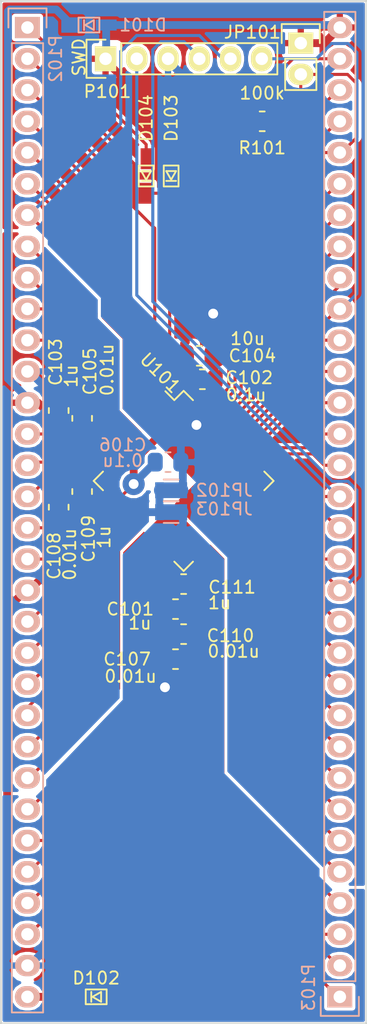
<source format=kicad_pcb>
(kicad_pcb (version 4) (host pcbnew 4.80~20160621-product)

  (general
    (links 108)
    (no_connects 0)
    (area 127.765999 65.225999 157.634001 148.434001)
    (thickness 1.6)
    (drawings 4)
    (tracks 467)
    (zones 0)
    (modules 23)
    (nets 65)
  )

  (page A4)
  (layers
    (0 F.Cu signal)
    (31 B.Cu signal)
    (32 B.Adhes user)
    (33 F.Adhes user)
    (34 B.Paste user)
    (35 F.Paste user)
    (36 B.SilkS user)
    (37 F.SilkS user)
    (38 B.Mask user)
    (39 F.Mask user)
    (40 Dwgs.User user)
    (41 Cmts.User user)
    (42 Eco1.User user)
    (43 Eco2.User user)
    (44 Edge.Cuts user)
    (45 Margin user)
    (46 B.CrtYd user)
    (47 F.CrtYd user)
    (48 B.Fab user)
    (49 F.Fab user)
  )

  (setup
    (last_trace_width 0.635)
    (user_trace_width 0.508)
    (user_trace_width 0.635)
    (trace_clearance 0.249)
    (zone_clearance 0.25)
    (zone_45_only no)
    (trace_min 0.25)
    (segment_width 0.2)
    (edge_width 0.15)
    (via_size 1.8)
    (via_drill 0.8)
    (via_min_size 1.8)
    (via_min_drill 0.8)
    (uvia_size 0.3)
    (uvia_drill 0.1)
    (uvias_allowed no)
    (uvia_min_size 0.2)
    (uvia_min_drill 0.1)
    (pcb_text_width 0.3)
    (pcb_text_size 1.5 1.5)
    (mod_edge_width 0.15)
    (mod_text_size 1 1)
    (mod_text_width 0.15)
    (pad_size 1.524 1.524)
    (pad_drill 0.762)
    (pad_to_mask_clearance 0.2)
    (aux_axis_origin 0 0)
    (grid_origin 130 70)
    (visible_elements FFFFFF7F)
    (pcbplotparams
      (layerselection 0x02030_ffffffff)
      (usegerberextensions false)
      (excludeedgelayer true)
      (linewidth 0.100000)
      (plotframeref false)
      (viasonmask false)
      (mode 1)
      (useauxorigin false)
      (hpglpennumber 1)
      (hpglpenspeed 20)
      (hpglpendiameter 15)
      (psnegative false)
      (psa4output false)
      (plotreference true)
      (plotvalue true)
      (plotinvisibletext false)
      (padsonsilk false)
      (subtractmaskfromsilk false)
      (outputformat 1)
      (mirror false)
      (drillshape 0)
      (scaleselection 1)
      (outputdirectory Gerbers))
  )

  (net 0 "")
  (net 1 /BOOT0)
  (net 2 +3V3)
  (net 3 +3.3VA)
  (net 4 /VREF+)
  (net 5 /VREFSD+)
  (net 6 /VBAT)
  (net 7 /PC13)
  (net 8 /PC14)
  (net 9 /PC15)
  (net 10 /PF0)
  (net 11 /PF1)
  (net 12 /NRST)
  (net 13 /PC0)
  (net 14 /PC1)
  (net 15 /PC2)
  (net 16 /PC3)
  (net 17 /PA0)
  (net 18 /PA1)
  (net 19 /PA2)
  (net 20 /PA3)
  (net 21 /PA4)
  (net 22 /PA5)
  (net 23 /PA6)
  (net 24 /PA7)
  (net 25 /PC4)
  (net 26 /PC5)
  (net 27 /PB0)
  (net 28 /PB1)
  (net 29 /PB2)
  (net 30 /PE8)
  (net 31 /PE9)
  (net 32 /PB14)
  (net 33 /PB15)
  (net 34 /PD6)
  (net 35 /PC6)
  (net 36 /PC7)
  (net 37 /PC8)
  (net 38 /PC9)
  (net 39 /PA8)
  (net 40 /PA9)
  (net 41 /PA10)
  (net 42 /PA11)
  (net 43 /PA12)
  (net 44 /SWDIO)
  (net 45 /PF6)
  (net 46 /PF7)
  (net 47 /SWCLK)
  (net 48 /PA15)
  (net 49 /PC10)
  (net 50 /PC11)
  (net 51 /PC12)
  (net 52 /PD2)
  (net 53 /SWO)
  (net 54 /PB4)
  (net 55 /PB5)
  (net 56 /PB6)
  (net 57 /PB7)
  (net 58 /PB8)
  (net 59 /PB9)
  (net 60 GND)
  (net 61 +3.3VADC)
  (net 62 "Net-(D103-Pad1)")
  (net 63 GNDD)
  (net 64 GNDA)

  (net_class Default "This is the default net class."
    (clearance 0.249)
    (trace_width 0.25)
    (via_dia 1.8)
    (via_drill 0.8)
    (uvia_dia 0.3)
    (uvia_drill 0.1)
    (add_net +3.3VA)
    (add_net +3.3VADC)
    (add_net +3V3)
    (add_net /BOOT0)
    (add_net /NRST)
    (add_net /PA0)
    (add_net /PA1)
    (add_net /PA10)
    (add_net /PA11)
    (add_net /PA12)
    (add_net /PA15)
    (add_net /PA2)
    (add_net /PA3)
    (add_net /PA4)
    (add_net /PA5)
    (add_net /PA6)
    (add_net /PA7)
    (add_net /PA8)
    (add_net /PA9)
    (add_net /PB0)
    (add_net /PB1)
    (add_net /PB14)
    (add_net /PB15)
    (add_net /PB2)
    (add_net /PB4)
    (add_net /PB5)
    (add_net /PB6)
    (add_net /PB7)
    (add_net /PB8)
    (add_net /PB9)
    (add_net /PC0)
    (add_net /PC1)
    (add_net /PC10)
    (add_net /PC11)
    (add_net /PC12)
    (add_net /PC13)
    (add_net /PC14)
    (add_net /PC15)
    (add_net /PC2)
    (add_net /PC3)
    (add_net /PC4)
    (add_net /PC5)
    (add_net /PC6)
    (add_net /PC7)
    (add_net /PC8)
    (add_net /PC9)
    (add_net /PD2)
    (add_net /PD6)
    (add_net /PE8)
    (add_net /PE9)
    (add_net /PF0)
    (add_net /PF1)
    (add_net /PF6)
    (add_net /PF7)
    (add_net /SWCLK)
    (add_net /SWDIO)
    (add_net /SWO)
    (add_net /VBAT)
    (add_net /VREF+)
    (add_net /VREFSD+)
    (add_net GND)
    (add_net GNDA)
    (add_net GNDD)
    (add_net "Net-(D103-Pad1)")
  )

  (module Pin_Headers:Pin_Header_Straight_1x32 (layer B.Cu) (tedit 57887EFE) (tstamp 57885C20)
    (at 130 67.46 180)
    (descr "Through hole pin header")
    (tags "pin header")
    (path /578852C1)
    (fp_text reference P102 (at -2.286 -2.54 270) (layer B.SilkS)
      (effects (font (size 1 1) (thickness 0.15)) (justify mirror))
    )
    (fp_text value CONN_01X32 (at 0 3.1 180) (layer B.Fab) hide
      (effects (font (size 1 1) (thickness 0.15)) (justify mirror))
    )
    (fp_line (start -1.75 1.75) (end -1.75 -80.5) (layer B.CrtYd) (width 0.05))
    (fp_line (start 1.75 1.75) (end 1.75 -80.5) (layer B.CrtYd) (width 0.05))
    (fp_line (start -1.75 1.75) (end 1.75 1.75) (layer B.CrtYd) (width 0.05))
    (fp_line (start -1.75 -80.5) (end 1.75 -80.5) (layer B.CrtYd) (width 0.05))
    (fp_line (start -1.27 -1.27) (end -1.27 -80.01) (layer B.SilkS) (width 0.15))
    (fp_line (start -1.27 -80.01) (end 1.27 -80.01) (layer B.SilkS) (width 0.15))
    (fp_line (start 1.27 -80.01) (end 1.27 -1.27) (layer B.SilkS) (width 0.15))
    (fp_line (start 1.55 1.55) (end 1.55 0) (layer B.SilkS) (width 0.15))
    (fp_line (start 1.27 -1.27) (end -1.27 -1.27) (layer B.SilkS) (width 0.15))
    (fp_line (start -1.55 0) (end -1.55 1.55) (layer B.SilkS) (width 0.15))
    (fp_line (start -1.55 1.55) (end 1.55 1.55) (layer B.SilkS) (width 0.15))
    (pad 1 thru_hole rect (at 0 0 180) (size 2.032 1.7272) (drill 1.016) (layers *.Cu *.Mask B.SilkS)
      (net 6 /VBAT))
    (pad 2 thru_hole oval (at 0 -2.54 180) (size 2.032 1.7272) (drill 1.016) (layers *.Cu *.Mask B.SilkS)
      (net 7 /PC13))
    (pad 3 thru_hole oval (at 0 -5.08 180) (size 2.032 1.7272) (drill 1.016) (layers *.Cu *.Mask B.SilkS)
      (net 8 /PC14))
    (pad 4 thru_hole oval (at 0 -7.62 180) (size 2.032 1.7272) (drill 1.016) (layers *.Cu *.Mask B.SilkS)
      (net 9 /PC15))
    (pad 5 thru_hole oval (at 0 -10.16 180) (size 2.032 1.7272) (drill 1.016) (layers *.Cu *.Mask B.SilkS)
      (net 10 /PF0))
    (pad 6 thru_hole oval (at 0 -12.7 180) (size 2.032 1.7272) (drill 1.016) (layers *.Cu *.Mask B.SilkS)
      (net 11 /PF1))
    (pad 7 thru_hole oval (at 0 -15.24 180) (size 2.032 1.7272) (drill 1.016) (layers *.Cu *.Mask B.SilkS)
      (net 12 /NRST))
    (pad 8 thru_hole oval (at 0 -17.78 180) (size 2.032 1.7272) (drill 1.016) (layers *.Cu *.Mask B.SilkS)
      (net 13 /PC0))
    (pad 9 thru_hole oval (at 0 -20.32 180) (size 2.032 1.7272) (drill 1.016) (layers *.Cu *.Mask B.SilkS)
      (net 14 /PC1))
    (pad 10 thru_hole oval (at 0 -22.86 180) (size 2.032 1.7272) (drill 1.016) (layers *.Cu *.Mask B.SilkS)
      (net 15 /PC2))
    (pad 11 thru_hole oval (at 0 -25.4 180) (size 2.032 1.7272) (drill 1.016) (layers *.Cu *.Mask B.SilkS)
      (net 16 /PC3))
    (pad 12 thru_hole oval (at 0 -27.94 180) (size 2.032 1.7272) (drill 1.016) (layers *.Cu *.Mask B.SilkS)
      (net 64 GNDA))
    (pad 13 thru_hole oval (at 0 -30.48 180) (size 2.032 1.7272) (drill 1.016) (layers *.Cu *.Mask B.SilkS)
      (net 3 +3.3VA))
    (pad 14 thru_hole oval (at 0 -33.02 180) (size 2.032 1.7272) (drill 1.016) (layers *.Cu *.Mask B.SilkS)
      (net 17 /PA0))
    (pad 15 thru_hole oval (at 0 -35.56 180) (size 2.032 1.7272) (drill 1.016) (layers *.Cu *.Mask B.SilkS)
      (net 18 /PA1))
    (pad 16 thru_hole oval (at 0 -38.1 180) (size 2.032 1.7272) (drill 1.016) (layers *.Cu *.Mask B.SilkS)
      (net 19 /PA2))
    (pad 17 thru_hole oval (at 0 -40.64 180) (size 2.032 1.7272) (drill 1.016) (layers *.Cu *.Mask B.SilkS)
      (net 4 /VREF+))
    (pad 18 thru_hole oval (at 0 -43.18 180) (size 2.032 1.7272) (drill 1.016) (layers *.Cu *.Mask B.SilkS)
      (net 20 /PA3))
    (pad 19 thru_hole oval (at 0 -45.72 180) (size 2.032 1.7272) (drill 1.016) (layers *.Cu *.Mask B.SilkS)
      (net 2 +3V3))
    (pad 20 thru_hole oval (at 0 -48.26 180) (size 2.032 1.7272) (drill 1.016) (layers *.Cu *.Mask B.SilkS)
      (net 21 /PA4))
    (pad 21 thru_hole oval (at 0 -50.8 180) (size 2.032 1.7272) (drill 1.016) (layers *.Cu *.Mask B.SilkS)
      (net 22 /PA5))
    (pad 22 thru_hole oval (at 0 -53.34 180) (size 2.032 1.7272) (drill 1.016) (layers *.Cu *.Mask B.SilkS)
      (net 23 /PA6))
    (pad 23 thru_hole oval (at 0 -55.88 180) (size 2.032 1.7272) (drill 1.016) (layers *.Cu *.Mask B.SilkS)
      (net 24 /PA7))
    (pad 24 thru_hole oval (at 0 -58.42 180) (size 2.032 1.7272) (drill 1.016) (layers *.Cu *.Mask B.SilkS)
      (net 25 /PC4))
    (pad 25 thru_hole oval (at 0 -60.96 180) (size 2.032 1.7272) (drill 1.016) (layers *.Cu *.Mask B.SilkS)
      (net 26 /PC5))
    (pad 26 thru_hole oval (at 0 -63.5 180) (size 2.032 1.7272) (drill 1.016) (layers *.Cu *.Mask B.SilkS)
      (net 27 /PB0))
    (pad 27 thru_hole oval (at 0 -66.04 180) (size 2.032 1.7272) (drill 1.016) (layers *.Cu *.Mask B.SilkS)
      (net 28 /PB1))
    (pad 28 thru_hole oval (at 0 -68.58 180) (size 2.032 1.7272) (drill 1.016) (layers *.Cu *.Mask B.SilkS)
      (net 29 /PB2))
    (pad 29 thru_hole oval (at 0 -71.12 180) (size 2.032 1.7272) (drill 1.016) (layers *.Cu *.Mask B.SilkS)
      (net 30 /PE8))
    (pad 30 thru_hole oval (at 0 -73.66 180) (size 2.032 1.7272) (drill 1.016) (layers *.Cu *.Mask B.SilkS)
      (net 31 /PE9))
    (pad 31 thru_hole oval (at 0 -76.2 180) (size 2.032 1.7272) (drill 1.016) (layers *.Cu *.Mask B.SilkS)
      (net 60 GND))
    (pad 32 thru_hole oval (at 0 -78.74 180) (size 2.032 1.7272) (drill 1.016) (layers *.Cu *.Mask B.SilkS)
      (net 61 +3.3VADC))
    (model Pin_Headers.3dshapes/Pin_Header_Straight_1x32.wrl
      (at (xyz 0 -1.55 0))
      (scale (xyz 1 1 1))
      (rotate (xyz 0 0 90))
    )
  )

  (module Pin_Headers:Pin_Header_Straight_1x06 (layer F.Cu) (tedit 57889ED0) (tstamp 5788B9AB)
    (at 136.35 70 90)
    (descr "Through hole pin header")
    (tags "pin header")
    (path /578837B8)
    (fp_text reference P101 (at -2.66 0.15 180) (layer F.SilkS)
      (effects (font (size 1 1) (thickness 0.15)))
    )
    (fp_text value SWD (at 0.127 -2.159 90) (layer F.SilkS)
      (effects (font (size 1 1) (thickness 0.15)))
    )
    (fp_line (start -1.75 -1.75) (end -1.75 14.45) (layer F.CrtYd) (width 0.05))
    (fp_line (start 1.75 -1.75) (end 1.75 14.45) (layer F.CrtYd) (width 0.05))
    (fp_line (start -1.75 -1.75) (end 1.75 -1.75) (layer F.CrtYd) (width 0.05))
    (fp_line (start -1.75 14.45) (end 1.75 14.45) (layer F.CrtYd) (width 0.05))
    (fp_line (start 1.27 1.27) (end 1.27 13.97) (layer F.SilkS) (width 0.15))
    (fp_line (start 1.27 13.97) (end -1.27 13.97) (layer F.SilkS) (width 0.15))
    (fp_line (start -1.27 13.97) (end -1.27 1.27) (layer F.SilkS) (width 0.15))
    (fp_line (start 1.55 -1.55) (end 1.55 0) (layer F.SilkS) (width 0.15))
    (fp_line (start 1.27 1.27) (end -1.27 1.27) (layer F.SilkS) (width 0.15))
    (fp_line (start -1.55 0) (end -1.55 -1.55) (layer F.SilkS) (width 0.15))
    (fp_line (start -1.55 -1.55) (end 1.55 -1.55) (layer F.SilkS) (width 0.15))
    (pad 1 thru_hole rect (at 0 0 90) (size 2.032 1.7272) (drill 1.016) (layers *.Cu *.Mask F.SilkS)
      (net 2 +3V3))
    (pad 2 thru_hole oval (at 0 2.54 90) (size 2.032 1.7272) (drill 1.016) (layers *.Cu *.Mask F.SilkS)
      (net 47 /SWCLK))
    (pad 3 thru_hole oval (at 0 5.08 90) (size 2.032 1.7272) (drill 1.016) (layers *.Cu *.Mask F.SilkS)
      (net 63 GNDD))
    (pad 4 thru_hole oval (at 0 7.62 90) (size 2.032 1.7272) (drill 1.016) (layers *.Cu *.Mask F.SilkS)
      (net 44 /SWDIO))
    (pad 5 thru_hole oval (at 0 10.16 90) (size 2.032 1.7272) (drill 1.016) (layers *.Cu *.Mask F.SilkS)
      (net 12 /NRST))
    (pad 6 thru_hole oval (at 0 12.7 90) (size 2.032 1.7272) (drill 1.016) (layers *.Cu *.Mask F.SilkS)
      (net 53 /SWO))
    (model Pin_Headers.3dshapes/Pin_Header_Straight_1x06.wrl
      (at (xyz 0 -0.25 0))
      (scale (xyz 1 1 1))
      (rotate (xyz 0 0 90))
    )
  )

  (module "my footprints:SMDuniversal_0603to0805_HandSoldering" (layer F.Cu) (tedit 57889EFC) (tstamp 5788B82D)
    (at 142.7 112.672)
    (descr "Resistor, SMD, universal, 0603 to 0805, Hand soldering,")
    (tags "Resistor, SMD, universal, 0603 to 0805, Hand soldering,")
    (path /578837C3)
    (fp_text reference C111 (at 3.937 0.254) (layer F.SilkS)
      (effects (font (size 1 1) (thickness 0.15)))
    )
    (fp_text value 1u (at 2.921 1.524) (layer F.SilkS)
      (effects (font (size 1 1) (thickness 0.15)))
    )
    (fp_line (start 0 0.8001) (end 0.20066 0.8001) (layer F.SilkS) (width 0.15))
    (fp_line (start 0 0.8001) (end -0.20066 0.8001) (layer F.SilkS) (width 0.15))
    (fp_line (start -0.09906 -0.8001) (end -0.20066 -0.8001) (layer F.SilkS) (width 0.15))
    (fp_line (start -0.20066 -0.8001) (end 0.20066 -0.8001) (layer F.SilkS) (width 0.15))
    (pad 2 smd roundrect (at 1.0414 0 180) (size 1.2192 1.524) (layers F.Cu F.Paste F.Mask)(roundrect_rratio 0.32)
      (net 5 /VREFSD+))
    (pad 1 smd roundrect (at -1.0414 0 180) (size 1.2192 1.524) (layers F.Cu F.Paste F.Mask)(roundrect_rratio 0.32)
      (net 60 GND))
  )

  (module "my footprints:SMDuniversal_0603to0805_HandSoldering" (layer F.Cu) (tedit 57889F0C) (tstamp 5788B769)
    (at 142.0396 114.704)
    (descr "Resistor, SMD, universal, 0603 to 0805, Hand soldering,")
    (tags "Resistor, SMD, universal, 0603 to 0805, Hand soldering,")
    (path /578837BF)
    (fp_text reference C101 (at -3.683 0) (layer F.SilkS)
      (effects (font (size 1 1) (thickness 0.15)))
    )
    (fp_text value 1u (at -2.8956 1.143) (layer F.SilkS)
      (effects (font (size 1 1) (thickness 0.15)))
    )
    (fp_line (start 0 0.8001) (end 0.20066 0.8001) (layer F.SilkS) (width 0.15))
    (fp_line (start 0 0.8001) (end -0.20066 0.8001) (layer F.SilkS) (width 0.15))
    (fp_line (start -0.09906 -0.8001) (end -0.20066 -0.8001) (layer F.SilkS) (width 0.15))
    (fp_line (start -0.20066 -0.8001) (end 0.20066 -0.8001) (layer F.SilkS) (width 0.15))
    (pad 2 smd roundrect (at 1.0414 0 180) (size 1.2192 1.524) (layers F.Cu F.Paste F.Mask)(roundrect_rratio 0.32)
      (net 61 +3.3VADC))
    (pad 1 smd roundrect (at -1.0414 0 180) (size 1.2192 1.524) (layers F.Cu F.Paste F.Mask)(roundrect_rratio 0.32)
      (net 60 GND))
  )

  (module "my footprints:SMDuniversal_0603to0805_HandSoldering" (layer F.Cu) (tedit 57889F07) (tstamp 5788B7BD)
    (at 142.0396 118.768)
    (descr "Resistor, SMD, universal, 0603 to 0805, Hand soldering,")
    (tags "Resistor, SMD, universal, 0603 to 0805, Hand soldering,")
    (path /578837B2)
    (fp_text reference C107 (at -3.937 0) (layer F.SilkS)
      (effects (font (size 1 1) (thickness 0.15)))
    )
    (fp_text value 0.01u (at -3.6576 1.397) (layer F.SilkS)
      (effects (font (size 1 1) (thickness 0.15)))
    )
    (fp_line (start 0 0.8001) (end 0.20066 0.8001) (layer F.SilkS) (width 0.15))
    (fp_line (start 0 0.8001) (end -0.20066 0.8001) (layer F.SilkS) (width 0.15))
    (fp_line (start -0.09906 -0.8001) (end -0.20066 -0.8001) (layer F.SilkS) (width 0.15))
    (fp_line (start -0.20066 -0.8001) (end 0.20066 -0.8001) (layer F.SilkS) (width 0.15))
    (pad 2 smd roundrect (at 1.0414 0 180) (size 1.2192 1.524) (layers F.Cu F.Paste F.Mask)(roundrect_rratio 0.32)
      (net 61 +3.3VADC))
    (pad 1 smd roundrect (at -1.0414 0 180) (size 1.2192 1.524) (layers F.Cu F.Paste F.Mask)(roundrect_rratio 0.32)
      (net 60 GND))
  )

  (module "my footprints:SMDuniversal_0603to0805_HandSoldering" (layer F.Cu) (tedit 57889F01) (tstamp 5788B811)
    (at 142.7 116.736)
    (descr "Resistor, SMD, universal, 0603 to 0805, Hand soldering,")
    (tags "Resistor, SMD, universal, 0603 to 0805, Hand soldering,")
    (path /578837C2)
    (fp_text reference C110 (at 3.81 0.127) (layer F.SilkS)
      (effects (font (size 1 1) (thickness 0.15)))
    )
    (fp_text value 0.01u (at 4.064 1.397) (layer F.SilkS)
      (effects (font (size 1 1) (thickness 0.15)))
    )
    (fp_line (start 0 0.8001) (end 0.20066 0.8001) (layer F.SilkS) (width 0.15))
    (fp_line (start 0 0.8001) (end -0.20066 0.8001) (layer F.SilkS) (width 0.15))
    (fp_line (start -0.09906 -0.8001) (end -0.20066 -0.8001) (layer F.SilkS) (width 0.15))
    (fp_line (start -0.20066 -0.8001) (end 0.20066 -0.8001) (layer F.SilkS) (width 0.15))
    (pad 2 smd roundrect (at 1.0414 0 180) (size 1.2192 1.524) (layers F.Cu F.Paste F.Mask)(roundrect_rratio 0.32)
      (net 5 /VREFSD+))
    (pad 1 smd roundrect (at -1.0414 0 180) (size 1.2192 1.524) (layers F.Cu F.Paste F.Mask)(roundrect_rratio 0.32)
      (net 60 GND))
  )

  (module "my footprints:SMDuniversal_0603to0805_HandSoldering" (layer F.Cu) (tedit 57889EE1) (tstamp 5788B849)
    (at 144.224 96.035)
    (descr "Resistor, SMD, universal, 0603 to 0805, Hand soldering,")
    (tags "Resistor, SMD, universal, 0603 to 0805, Hand soldering,")
    (path /578837C1)
    (fp_text reference C102 (at 3.81 -0.127) (layer F.SilkS)
      (effects (font (size 1 1) (thickness 0.15)))
    )
    (fp_text value 0.1u (at 3.556 1.27) (layer F.SilkS)
      (effects (font (size 1 1) (thickness 0.15)))
    )
    (fp_line (start 0 0.8001) (end 0.20066 0.8001) (layer F.SilkS) (width 0.15))
    (fp_line (start 0 0.8001) (end -0.20066 0.8001) (layer F.SilkS) (width 0.15))
    (fp_line (start -0.09906 -0.8001) (end -0.20066 -0.8001) (layer F.SilkS) (width 0.15))
    (fp_line (start -0.20066 -0.8001) (end 0.20066 -0.8001) (layer F.SilkS) (width 0.15))
    (pad 2 smd roundrect (at 1.0414 0 180) (size 1.2192 1.524) (layers F.Cu F.Paste F.Mask)(roundrect_rratio 0.32)
      (net 63 GNDD))
    (pad 1 smd roundrect (at -1.0414 0 180) (size 1.2192 1.524) (layers F.Cu F.Paste F.Mask)(roundrect_rratio 0.32)
      (net 2 +3V3))
  )

  (module "my footprints:SMDuniversal_0603to1206_HandSoldering" (layer F.Cu) (tedit 57889EE6) (tstamp 5788B731)
    (at 143.97 94.13 180)
    (descr "Resistor, SMD, universal, 0603 to 1206, Hand soldering,")
    (tags "Resistor, SMD, universal, 0603 to 1206, Hand soldering,")
    (path /578837C7)
    (fp_text reference C104 (at -4.318 0 180) (layer F.SilkS)
      (effects (font (size 1 1) (thickness 0.15)))
    )
    (fp_text value 10u (at -3.937 1.397 180) (layer F.SilkS)
      (effects (font (size 1 1) (thickness 0.15)))
    )
    (fp_line (start 0 0.8001) (end 0.20066 0.8001) (layer F.SilkS) (width 0.15))
    (fp_line (start 0 0.8001) (end -0.20066 0.8001) (layer F.SilkS) (width 0.15))
    (fp_line (start -0.09906 -0.8001) (end -0.20066 -0.8001) (layer F.SilkS) (width 0.15))
    (fp_line (start -0.20066 -0.8001) (end 0.20066 -0.8001) (layer F.SilkS) (width 0.15))
    (pad 2 smd roundrect (at 1.2319 0) (size 1.6002 1.778) (layers F.Cu F.Paste F.Mask)(roundrect_rratio 0.32)
      (net 2 +3V3))
    (pad 1 smd roundrect (at -1.2319 0) (size 1.6002 1.778) (layers F.Cu F.Paste F.Mask)(roundrect_rratio 0.32)
      (net 63 GNDD))
  )

  (module "my footprints:SMDuniversal_0603to0805_HandSoldering" (layer B.Cu) (tedit 57889F2E) (tstamp 5788B74D)
    (at 141.43 102.766)
    (descr "Resistor, SMD, universal, 0603 to 0805, Hand soldering,")
    (tags "Resistor, SMD, universal, 0603 to 0805, Hand soldering,")
    (path /578837B3)
    (fp_text reference C106 (at -3.683 -1.397) (layer B.SilkS)
      (effects (font (size 1 1) (thickness 0.15)) (justify mirror))
    )
    (fp_text value 0.1u (at -3.683 -0.127) (layer B.SilkS)
      (effects (font (size 1 1) (thickness 0.15)) (justify mirror))
    )
    (fp_line (start 0 -0.8001) (end 0.20066 -0.8001) (layer B.SilkS) (width 0.15))
    (fp_line (start 0 -0.8001) (end -0.20066 -0.8001) (layer B.SilkS) (width 0.15))
    (fp_line (start -0.09906 0.8001) (end -0.20066 0.8001) (layer B.SilkS) (width 0.15))
    (fp_line (start -0.20066 0.8001) (end 0.20066 0.8001) (layer B.SilkS) (width 0.15))
    (pad 2 smd roundrect (at 1.0414 0 180) (size 1.2192 1.524) (layers B.Cu B.Paste B.Mask)(roundrect_rratio 0.32)
      (net 63 GNDD))
    (pad 1 smd roundrect (at -1.0414 0 180) (size 1.2192 1.524) (layers B.Cu B.Paste B.Mask)(roundrect_rratio 0.32)
      (net 2 +3V3))
  )

  (module Housings_QFP:LQFP-64_10x10mm_Pitch0.5mm (layer F.Cu) (tedit 57889F70) (tstamp 5788BA24)
    (at 142.7 104.29 315)
    (descr "64 LEAD LQFP 10x10mm (see MICREL LQFP10x10-64LD-PL-1.pdf)")
    (tags "QFP 0.5")
    (path /578837B1)
    (attr smd)
    (fp_text reference U101 (at -7.543415 -4.849338 315) (layer F.SilkS)
      (effects (font (size 1 1) (thickness 0.15)))
    )
    (fp_text value STM32F373R8Tx (at 7.274007 -2.424669 405) (layer F.Fab) hide
      (effects (font (size 1 1) (thickness 0.15)))
    )
    (fp_line (start -6.45 -6.45) (end -6.45 6.45) (layer F.CrtYd) (width 0.05))
    (fp_line (start 6.45 -6.45) (end 6.45 6.45) (layer F.CrtYd) (width 0.05))
    (fp_line (start -6.45 -6.45) (end 6.45 -6.45) (layer F.CrtYd) (width 0.05))
    (fp_line (start -6.45 6.45) (end 6.45 6.45) (layer F.CrtYd) (width 0.05))
    (fp_line (start -5.175 -5.175) (end -5.175 -4.1) (layer F.SilkS) (width 0.15))
    (fp_line (start 5.175 -5.175) (end 5.175 -4.1) (layer F.SilkS) (width 0.15))
    (fp_line (start 5.175 5.175) (end 5.175 4.1) (layer F.SilkS) (width 0.15))
    (fp_line (start -5.175 5.175) (end -5.175 4.1) (layer F.SilkS) (width 0.15))
    (fp_line (start -5.175 -5.175) (end -4.1 -5.175) (layer F.SilkS) (width 0.15))
    (fp_line (start -5.175 5.175) (end -4.1 5.175) (layer F.SilkS) (width 0.15))
    (fp_line (start 5.175 5.175) (end 4.1 5.175) (layer F.SilkS) (width 0.15))
    (fp_line (start 5.175 -5.175) (end 4.1 -5.175) (layer F.SilkS) (width 0.15))
    (fp_line (start -5.175 -4.1) (end -6.2 -4.1) (layer F.SilkS) (width 0.15))
    (pad 1 smd rect (at -5.7 -3.75 315) (size 1 0.25) (layers F.Cu F.Paste F.Mask)
      (net 62 "Net-(D103-Pad1)"))
    (pad 2 smd rect (at -5.7 -3.25 315) (size 1 0.25) (layers F.Cu F.Paste F.Mask)
      (net 7 /PC13))
    (pad 3 smd rect (at -5.7 -2.75 315) (size 1 0.25) (layers F.Cu F.Paste F.Mask)
      (net 8 /PC14))
    (pad 4 smd rect (at -5.7 -2.25 315) (size 1 0.25) (layers F.Cu F.Paste F.Mask)
      (net 9 /PC15))
    (pad 5 smd rect (at -5.7 -1.75 315) (size 1 0.25) (layers F.Cu F.Paste F.Mask)
      (net 10 /PF0))
    (pad 6 smd rect (at -5.7 -1.25 315) (size 1 0.25) (layers F.Cu F.Paste F.Mask)
      (net 11 /PF1))
    (pad 7 smd rect (at -5.7 -0.75 315) (size 1 0.25) (layers F.Cu F.Paste F.Mask)
      (net 12 /NRST))
    (pad 8 smd rect (at -5.7 -0.25 315) (size 1 0.25) (layers F.Cu F.Paste F.Mask)
      (net 13 /PC0))
    (pad 9 smd rect (at -5.7 0.25 315) (size 1 0.25) (layers F.Cu F.Paste F.Mask)
      (net 14 /PC1))
    (pad 10 smd rect (at -5.7 0.75 315) (size 1 0.25) (layers F.Cu F.Paste F.Mask)
      (net 15 /PC2))
    (pad 11 smd rect (at -5.7 1.25 315) (size 1 0.25) (layers F.Cu F.Paste F.Mask)
      (net 16 /PC3))
    (pad 12 smd rect (at -5.7 1.75 315) (size 1 0.25) (layers F.Cu F.Paste F.Mask)
      (net 64 GNDA))
    (pad 13 smd rect (at -5.7 2.25 315) (size 1 0.25) (layers F.Cu F.Paste F.Mask)
      (net 3 +3.3VA))
    (pad 14 smd rect (at -5.7 2.75 315) (size 1 0.25) (layers F.Cu F.Paste F.Mask)
      (net 17 /PA0))
    (pad 15 smd rect (at -5.7 3.25 315) (size 1 0.25) (layers F.Cu F.Paste F.Mask)
      (net 18 /PA1))
    (pad 16 smd rect (at -5.7 3.75 315) (size 1 0.25) (layers F.Cu F.Paste F.Mask)
      (net 19 /PA2))
    (pad 17 smd rect (at -3.75 5.7 45) (size 1 0.25) (layers F.Cu F.Paste F.Mask)
      (net 4 /VREF+))
    (pad 18 smd rect (at -3.25 5.7 45) (size 1 0.25) (layers F.Cu F.Paste F.Mask)
      (net 20 /PA3))
    (pad 19 smd rect (at -2.75 5.7 45) (size 1 0.25) (layers F.Cu F.Paste F.Mask)
      (net 2 +3V3))
    (pad 20 smd rect (at -2.25 5.7 45) (size 1 0.25) (layers F.Cu F.Paste F.Mask)
      (net 21 /PA4))
    (pad 21 smd rect (at -1.75 5.7 45) (size 1 0.25) (layers F.Cu F.Paste F.Mask)
      (net 22 /PA5))
    (pad 22 smd rect (at -1.25 5.7 45) (size 1 0.25) (layers F.Cu F.Paste F.Mask)
      (net 23 /PA6))
    (pad 23 smd rect (at -0.75 5.7 45) (size 1 0.25) (layers F.Cu F.Paste F.Mask)
      (net 24 /PA7))
    (pad 24 smd rect (at -0.25 5.7 45) (size 1 0.25) (layers F.Cu F.Paste F.Mask)
      (net 25 /PC4))
    (pad 25 smd rect (at 0.25 5.7 45) (size 1 0.25) (layers F.Cu F.Paste F.Mask)
      (net 26 /PC5))
    (pad 26 smd rect (at 0.75 5.7 45) (size 1 0.25) (layers F.Cu F.Paste F.Mask)
      (net 27 /PB0))
    (pad 27 smd rect (at 1.25 5.7 45) (size 1 0.25) (layers F.Cu F.Paste F.Mask)
      (net 28 /PB1))
    (pad 28 smd rect (at 1.75 5.7 45) (size 1 0.25) (layers F.Cu F.Paste F.Mask)
      (net 29 /PB2))
    (pad 29 smd rect (at 2.25 5.7 45) (size 1 0.25) (layers F.Cu F.Paste F.Mask)
      (net 30 /PE8))
    (pad 30 smd rect (at 2.75 5.7 45) (size 1 0.25) (layers F.Cu F.Paste F.Mask)
      (net 31 /PE9))
    (pad 31 smd rect (at 3.25 5.7 45) (size 1 0.25) (layers F.Cu F.Paste F.Mask)
      (net 60 GND))
    (pad 32 smd rect (at 3.75 5.7 45) (size 1 0.25) (layers F.Cu F.Paste F.Mask)
      (net 61 +3.3VADC))
    (pad 33 smd rect (at 5.7 3.75 315) (size 1 0.25) (layers F.Cu F.Paste F.Mask)
      (net 5 /VREFSD+))
    (pad 34 smd rect (at 5.7 3.25 315) (size 1 0.25) (layers F.Cu F.Paste F.Mask)
      (net 32 /PB14))
    (pad 35 smd rect (at 5.7 2.75 315) (size 1 0.25) (layers F.Cu F.Paste F.Mask)
      (net 33 /PB15))
    (pad 36 smd rect (at 5.7 2.25 315) (size 1 0.25) (layers F.Cu F.Paste F.Mask)
      (net 34 /PD6))
    (pad 37 smd rect (at 5.7 1.75 315) (size 1 0.25) (layers F.Cu F.Paste F.Mask)
      (net 35 /PC6))
    (pad 38 smd rect (at 5.7 1.25 315) (size 1 0.25) (layers F.Cu F.Paste F.Mask)
      (net 36 /PC7))
    (pad 39 smd rect (at 5.7 0.75 315) (size 1 0.25) (layers F.Cu F.Paste F.Mask)
      (net 37 /PC8))
    (pad 40 smd rect (at 5.7 0.25 315) (size 1 0.25) (layers F.Cu F.Paste F.Mask)
      (net 38 /PC9))
    (pad 41 smd rect (at 5.7 -0.25 315) (size 1 0.25) (layers F.Cu F.Paste F.Mask)
      (net 39 /PA8))
    (pad 42 smd rect (at 5.7 -0.75 315) (size 1 0.25) (layers F.Cu F.Paste F.Mask)
      (net 40 /PA9))
    (pad 43 smd rect (at 5.7 -1.25 315) (size 1 0.25) (layers F.Cu F.Paste F.Mask)
      (net 41 /PA10))
    (pad 44 smd rect (at 5.7 -1.75 315) (size 1 0.25) (layers F.Cu F.Paste F.Mask)
      (net 42 /PA11))
    (pad 45 smd rect (at 5.7 -2.25 315) (size 1 0.25) (layers F.Cu F.Paste F.Mask)
      (net 43 /PA12))
    (pad 46 smd rect (at 5.7 -2.75 315) (size 1 0.25) (layers F.Cu F.Paste F.Mask)
      (net 44 /SWDIO))
    (pad 47 smd rect (at 5.7 -3.25 315) (size 1 0.25) (layers F.Cu F.Paste F.Mask)
      (net 45 /PF6))
    (pad 48 smd rect (at 5.7 -3.75 315) (size 1 0.25) (layers F.Cu F.Paste F.Mask)
      (net 46 /PF7))
    (pad 49 smd rect (at 3.75 -5.7 45) (size 1 0.25) (layers F.Cu F.Paste F.Mask)
      (net 47 /SWCLK))
    (pad 50 smd rect (at 3.25 -5.7 45) (size 1 0.25) (layers F.Cu F.Paste F.Mask)
      (net 48 /PA15))
    (pad 51 smd rect (at 2.75 -5.7 45) (size 1 0.25) (layers F.Cu F.Paste F.Mask)
      (net 49 /PC10))
    (pad 52 smd rect (at 2.25 -5.7 45) (size 1 0.25) (layers F.Cu F.Paste F.Mask)
      (net 50 /PC11))
    (pad 53 smd rect (at 1.75 -5.7 45) (size 1 0.25) (layers F.Cu F.Paste F.Mask)
      (net 51 /PC12))
    (pad 54 smd rect (at 1.25 -5.7 45) (size 1 0.25) (layers F.Cu F.Paste F.Mask)
      (net 52 /PD2))
    (pad 55 smd rect (at 0.75 -5.7 45) (size 1 0.25) (layers F.Cu F.Paste F.Mask)
      (net 53 /SWO))
    (pad 56 smd rect (at 0.25 -5.7 45) (size 1 0.25) (layers F.Cu F.Paste F.Mask)
      (net 54 /PB4))
    (pad 57 smd rect (at -0.25 -5.7 45) (size 1 0.25) (layers F.Cu F.Paste F.Mask)
      (net 55 /PB5))
    (pad 58 smd rect (at -0.75 -5.7 45) (size 1 0.25) (layers F.Cu F.Paste F.Mask)
      (net 56 /PB6))
    (pad 59 smd rect (at -1.25 -5.7 45) (size 1 0.25) (layers F.Cu F.Paste F.Mask)
      (net 57 /PB7))
    (pad 60 smd rect (at -1.75 -5.7 45) (size 1 0.25) (layers F.Cu F.Paste F.Mask)
      (net 1 /BOOT0))
    (pad 61 smd rect (at -2.25 -5.7 45) (size 1 0.25) (layers F.Cu F.Paste F.Mask)
      (net 58 /PB8))
    (pad 62 smd rect (at -2.75 -5.7 45) (size 1 0.25) (layers F.Cu F.Paste F.Mask)
      (net 59 /PB9))
    (pad 63 smd rect (at -3.25 -5.7 45) (size 1 0.25) (layers F.Cu F.Paste F.Mask)
      (net 63 GNDD))
    (pad 64 smd rect (at -3.75 -5.7 45) (size 1 0.25) (layers F.Cu F.Paste F.Mask)
      (net 2 +3V3))
    (model Housings_QFP.3dshapes/LQFP-64_10x10mm_Pitch0.5mm.wrl
      (at (xyz 0 0 0))
      (scale (xyz 1 1 1))
      (rotate (xyz 0 0 0))
    )
  )

  (module "my footprints:SMDuniversal_0603to1210_HandSoldering" (layer F.Cu) (tedit 57889ECB) (tstamp 5788B715)
    (at 149.0881 75.08 180)
    (descr "Resistor, SMD, universal, 0603 to 1210, Hand soldering,")
    (tags "Resistor, SMD, universal, 0603 to 1210, Hand soldering,")
    (path /578837BB)
    (fp_text reference R101 (at 0 -2.159 180) (layer F.SilkS)
      (effects (font (size 1 1) (thickness 0.15)))
    )
    (fp_text value 100k (at 0 2.286 180) (layer F.SilkS)
      (effects (font (size 1 1) (thickness 0.15)))
    )
    (fp_line (start 0 0.8001) (end 0.20066 0.8001) (layer F.SilkS) (width 0.15))
    (fp_line (start 0 0.8001) (end -0.20066 0.8001) (layer F.SilkS) (width 0.15))
    (fp_line (start -0.09906 -0.8001) (end -0.20066 -0.8001) (layer F.SilkS) (width 0.15))
    (fp_line (start -0.20066 -0.8001) (end 0.20066 -0.8001) (layer F.SilkS) (width 0.15))
    (pad 2 smd roundrect (at 1.2319 0) (size 1.6002 2.794) (layers F.Cu F.Paste F.Mask)(roundrect_rratio 0.32)
      (net 63 GNDD))
    (pad 1 smd roundrect (at -1.2319 0) (size 1.6002 2.794) (layers F.Cu F.Paste F.Mask)(roundrect_rratio 0.32)
      (net 1 /BOOT0))
  )

  (module "my footprints:SMDuniversal_0603to0805_HandSoldering" (layer F.Cu) (tedit 57889EDC) (tstamp 5788B785)
    (at 132.54 98.575 270)
    (descr "Resistor, SMD, universal, 0603 to 0805, Hand soldering,")
    (tags "Resistor, SMD, universal, 0603 to 0805, Hand soldering,")
    (path /578837B7)
    (fp_text reference C103 (at -3.937 0.254 270) (layer F.SilkS)
      (effects (font (size 1 1) (thickness 0.15)))
    )
    (fp_text value 1u (at -2.794 -1.016 270) (layer F.SilkS)
      (effects (font (size 1 1) (thickness 0.15)))
    )
    (fp_line (start 0 0.8001) (end 0.20066 0.8001) (layer F.SilkS) (width 0.15))
    (fp_line (start 0 0.8001) (end -0.20066 0.8001) (layer F.SilkS) (width 0.15))
    (fp_line (start -0.09906 -0.8001) (end -0.20066 -0.8001) (layer F.SilkS) (width 0.15))
    (fp_line (start -0.20066 -0.8001) (end 0.20066 -0.8001) (layer F.SilkS) (width 0.15))
    (pad 2 smd roundrect (at 1.0414 0 90) (size 1.2192 1.524) (layers F.Cu F.Paste F.Mask)(roundrect_rratio 0.32)
      (net 3 +3.3VA))
    (pad 1 smd roundrect (at -1.0414 0 90) (size 1.2192 1.524) (layers F.Cu F.Paste F.Mask)(roundrect_rratio 0.32)
      (net 64 GNDA))
  )

  (module "my footprints:SMDuniversal_0603to0805_HandSoldering" (layer F.Cu) (tedit 57889ED7) (tstamp 5788B7A1)
    (at 134.445 99.21 270)
    (descr "Resistor, SMD, universal, 0603 to 0805, Hand soldering,")
    (tags "Resistor, SMD, universal, 0603 to 0805, Hand soldering,")
    (path /578837C0)
    (fp_text reference C105 (at -3.81 -0.635 270) (layer F.SilkS)
      (effects (font (size 1 1) (thickness 0.15)))
    )
    (fp_text value 0.01u (at -3.937 -2.032 270) (layer F.SilkS)
      (effects (font (size 1 1) (thickness 0.15)))
    )
    (fp_line (start 0 0.8001) (end 0.20066 0.8001) (layer F.SilkS) (width 0.15))
    (fp_line (start 0 0.8001) (end -0.20066 0.8001) (layer F.SilkS) (width 0.15))
    (fp_line (start -0.09906 -0.8001) (end -0.20066 -0.8001) (layer F.SilkS) (width 0.15))
    (fp_line (start -0.20066 -0.8001) (end 0.20066 -0.8001) (layer F.SilkS) (width 0.15))
    (pad 2 smd roundrect (at 1.0414 0 90) (size 1.2192 1.524) (layers F.Cu F.Paste F.Mask)(roundrect_rratio 0.32)
      (net 3 +3.3VA))
    (pad 1 smd roundrect (at -1.0414 0 90) (size 1.2192 1.524) (layers F.Cu F.Paste F.Mask)(roundrect_rratio 0.32)
      (net 64 GNDA))
  )

  (module "my footprints:SMDuniversal_0603to0805_HandSoldering" (layer F.Cu) (tedit 57889F15) (tstamp 5788B7D9)
    (at 132.54 106.4236 90)
    (descr "Resistor, SMD, universal, 0603 to 0805, Hand soldering,")
    (tags "Resistor, SMD, universal, 0603 to 0805, Hand soldering,")
    (path /578837C4)
    (fp_text reference C108 (at -3.9624 -0.381 90) (layer F.SilkS)
      (effects (font (size 1 1) (thickness 0.15)))
    )
    (fp_text value 0.01u (at -3.8354 0.889 90) (layer F.SilkS)
      (effects (font (size 1 1) (thickness 0.15)))
    )
    (fp_line (start 0 0.8001) (end 0.20066 0.8001) (layer F.SilkS) (width 0.15))
    (fp_line (start 0 0.8001) (end -0.20066 0.8001) (layer F.SilkS) (width 0.15))
    (fp_line (start -0.09906 -0.8001) (end -0.20066 -0.8001) (layer F.SilkS) (width 0.15))
    (fp_line (start -0.20066 -0.8001) (end 0.20066 -0.8001) (layer F.SilkS) (width 0.15))
    (pad 2 smd roundrect (at 1.0414 0 270) (size 1.2192 1.524) (layers F.Cu F.Paste F.Mask)(roundrect_rratio 0.32)
      (net 64 GNDA))
    (pad 1 smd roundrect (at -1.0414 0 270) (size 1.2192 1.524) (layers F.Cu F.Paste F.Mask)(roundrect_rratio 0.32)
      (net 4 /VREF+))
  )

  (module "my footprints:SMDuniversal_0603to0805_HandSoldering" (layer F.Cu) (tedit 57889F11) (tstamp 5788B7F5)
    (at 134.445 105.1536 90)
    (descr "Resistor, SMD, universal, 0603 to 0805, Hand soldering,")
    (tags "Resistor, SMD, universal, 0603 to 0805, Hand soldering,")
    (path /578837C5)
    (fp_text reference C109 (at -3.8354 0.508 90) (layer F.SilkS)
      (effects (font (size 1 1) (thickness 0.15)))
    )
    (fp_text value 1u (at -3.7084 1.778 90) (layer F.SilkS)
      (effects (font (size 1 1) (thickness 0.15)))
    )
    (fp_line (start 0 0.8001) (end 0.20066 0.8001) (layer F.SilkS) (width 0.15))
    (fp_line (start 0 0.8001) (end -0.20066 0.8001) (layer F.SilkS) (width 0.15))
    (fp_line (start -0.09906 -0.8001) (end -0.20066 -0.8001) (layer F.SilkS) (width 0.15))
    (fp_line (start -0.20066 -0.8001) (end 0.20066 -0.8001) (layer F.SilkS) (width 0.15))
    (pad 2 smd roundrect (at 1.0414 0 270) (size 1.2192 1.524) (layers F.Cu F.Paste F.Mask)(roundrect_rratio 0.32)
      (net 64 GNDA))
    (pad 1 smd roundrect (at -1.0414 0 270) (size 1.2192 1.524) (layers F.Cu F.Paste F.Mask)(roundrect_rratio 0.32)
      (net 4 /VREF+))
  )

  (module "my footprints:Pin_Header_Straight_1x02" (layer F.Cu) (tedit 57889F68) (tstamp 5788B86C)
    (at 152.225 68.73)
    (descr "Through hole pin header")
    (tags "pin header")
    (path /578837BC)
    (fp_text reference JP101 (at -3.937 -0.889) (layer F.SilkS)
      (effects (font (size 1 1) (thickness 0.15)))
    )
    (fp_text value BOOT0 (at -0.635 -2.413) (layer F.Fab) hide
      (effects (font (size 1 1) (thickness 0.15)))
    )
    (fp_line (start 1.27 1.27) (end 1.27 3.81) (layer F.SilkS) (width 0.15))
    (fp_line (start 1.55 -1.55) (end 1.55 0) (layer F.SilkS) (width 0.15))
    (fp_line (start -1.75 -1.75) (end -1.75 4.3) (layer F.CrtYd) (width 0.05))
    (fp_line (start 1.75 -1.75) (end 1.75 4.3) (layer F.CrtYd) (width 0.05))
    (fp_line (start -1.75 -1.75) (end 1.75 -1.75) (layer F.CrtYd) (width 0.05))
    (fp_line (start -1.75 4.3) (end 1.75 4.3) (layer F.CrtYd) (width 0.05))
    (fp_line (start 1.27 1.27) (end -1.27 1.27) (layer F.SilkS) (width 0.15))
    (fp_line (start -1.55 0) (end -1.55 -1.55) (layer F.SilkS) (width 0.15))
    (fp_line (start -1.55 -1.55) (end 1.55 -1.55) (layer F.SilkS) (width 0.15))
    (fp_line (start -1.27 1.27) (end -1.27 3.81) (layer F.SilkS) (width 0.15))
    (fp_line (start -1.27 3.81) (end 1.27 3.81) (layer F.SilkS) (width 0.15))
    (pad 1 thru_hole rect (at 0 0) (size 2.032 1.7272) (drill 1.016) (layers *.Cu *.Mask F.SilkS)
      (net 2 +3V3))
    (pad 2 thru_hole oval (at 0 2.54) (size 2.032 1.7272) (drill 1.016) (layers *.Cu *.Mask F.SilkS)
      (net 1 /BOOT0))
    (model Pin_Headers.3dshapes/Pin_Header_Straight_1x02.wrl
      (at (xyz 0 -0.05 0))
      (scale (xyz 1 1 1))
      (rotate (xyz 0 0 90))
    )
  )

  (module "my footprints:SC-90A" (layer B.Cu) (tedit 57887FA6) (tstamp 57884B42)
    (at 135 67.26)
    (path /578848E3)
    (fp_text reference D101 (at 4.4 0) (layer B.SilkS)
      (effects (font (size 1 1) (thickness 0.15)) (justify mirror))
    )
    (fp_text value D_Schottky (at 0 1.4) (layer B.Fab) hide
      (effects (font (size 1 1) (thickness 0.15)) (justify mirror))
    )
    (fp_line (start -0.85 0.6) (end -0.85 -0.6) (layer B.SilkS) (width 0.15))
    (fp_line (start -0.85 -0.6) (end 0.85 -0.6) (layer B.SilkS) (width 0.15))
    (fp_line (start 0.85 -0.6) (end 0.85 0.6) (layer B.SilkS) (width 0.15))
    (fp_line (start 0.85 0.6) (end -0.85 0.6) (layer B.SilkS) (width 0.15))
    (fp_line (start 0.4 -0.4) (end -0.3 0) (layer B.SilkS) (width 0.15))
    (fp_line (start -0.3 0) (end 0.4 0.4) (layer B.SilkS) (width 0.15))
    (fp_line (start 0.4 0.4) (end 0.4 -0.4) (layer B.SilkS) (width 0.15))
    (fp_line (start -0.4 0.4) (end -0.4 -0.4) (layer B.SilkS) (width 0.15))
    (pad 1 smd rect (at -1.4 0) (size 1.7 1.25) (layers B.Cu B.Paste B.Mask)
      (net 3 +3.3VA))
    (pad 2 smd rect (at 1.4 0) (size 1.7 0.9) (layers B.Cu B.Paste B.Mask)
      (net 2 +3V3))
  )

  (module "my footprints:SC-90A" (layer F.Cu) (tedit 57887EDC) (tstamp 57885BD5)
    (at 139.652 79.522 90)
    (path /57885D6F)
    (fp_text reference D104 (at 4.696 0 90) (layer F.SilkS)
      (effects (font (size 1 1) (thickness 0.15)))
    )
    (fp_text value D_Schottky (at 0 -1.4 90) (layer F.Fab) hide
      (effects (font (size 1 1) (thickness 0.15)))
    )
    (fp_line (start -0.85 -0.6) (end -0.85 0.6) (layer F.SilkS) (width 0.15))
    (fp_line (start -0.85 0.6) (end 0.85 0.6) (layer F.SilkS) (width 0.15))
    (fp_line (start 0.85 0.6) (end 0.85 -0.6) (layer F.SilkS) (width 0.15))
    (fp_line (start 0.85 -0.6) (end -0.85 -0.6) (layer F.SilkS) (width 0.15))
    (fp_line (start 0.4 0.4) (end -0.3 0) (layer F.SilkS) (width 0.15))
    (fp_line (start -0.3 0) (end 0.4 -0.4) (layer F.SilkS) (width 0.15))
    (fp_line (start 0.4 -0.4) (end 0.4 0.4) (layer F.SilkS) (width 0.15))
    (fp_line (start -0.4 -0.4) (end -0.4 0.4) (layer F.SilkS) (width 0.15))
    (pad 1 smd rect (at -1.4 0 90) (size 1.7 1.25) (layers F.Cu F.Paste F.Mask)
      (net 62 "Net-(D103-Pad1)"))
    (pad 2 smd rect (at 1.4 0 90) (size 1.7 0.9) (layers F.Cu F.Paste F.Mask)
      (net 6 /VBAT))
  )

  (module "my footprints:SC-90A" (layer F.Cu) (tedit 57887EE1) (tstamp 57885BE5)
    (at 141.684 79.522 90)
    (path /57885B91)
    (fp_text reference D103 (at 4.696 0 90) (layer F.SilkS)
      (effects (font (size 1 1) (thickness 0.15)))
    )
    (fp_text value D_Schottky (at 0 -1.4 90) (layer F.Fab) hide
      (effects (font (size 1 1) (thickness 0.15)))
    )
    (fp_line (start -0.85 -0.6) (end -0.85 0.6) (layer F.SilkS) (width 0.15))
    (fp_line (start -0.85 0.6) (end 0.85 0.6) (layer F.SilkS) (width 0.15))
    (fp_line (start 0.85 0.6) (end 0.85 -0.6) (layer F.SilkS) (width 0.15))
    (fp_line (start 0.85 -0.6) (end -0.85 -0.6) (layer F.SilkS) (width 0.15))
    (fp_line (start 0.4 0.4) (end -0.3 0) (layer F.SilkS) (width 0.15))
    (fp_line (start -0.3 0) (end 0.4 -0.4) (layer F.SilkS) (width 0.15))
    (fp_line (start 0.4 -0.4) (end 0.4 0.4) (layer F.SilkS) (width 0.15))
    (fp_line (start -0.4 -0.4) (end -0.4 0.4) (layer F.SilkS) (width 0.15))
    (pad 1 smd rect (at -1.4 0 90) (size 1.7 1.25) (layers F.Cu F.Paste F.Mask)
      (net 62 "Net-(D103-Pad1)"))
    (pad 2 smd rect (at 1.4 0 90) (size 1.7 0.9) (layers F.Cu F.Paste F.Mask)
      (net 2 +3V3))
  )

  (module "my footprints:SC-90A" (layer F.Cu) (tedit 57887ED6) (tstamp 57885BF5)
    (at 135.588 146.2)
    (path /57887466)
    (fp_text reference D102 (at 0 -1.524) (layer F.SilkS)
      (effects (font (size 1 1) (thickness 0.15)))
    )
    (fp_text value D_Schottky (at 0 -1.4) (layer F.Fab) hide
      (effects (font (size 1 1) (thickness 0.15)))
    )
    (fp_line (start -0.85 -0.6) (end -0.85 0.6) (layer F.SilkS) (width 0.15))
    (fp_line (start -0.85 0.6) (end 0.85 0.6) (layer F.SilkS) (width 0.15))
    (fp_line (start 0.85 0.6) (end 0.85 -0.6) (layer F.SilkS) (width 0.15))
    (fp_line (start 0.85 -0.6) (end -0.85 -0.6) (layer F.SilkS) (width 0.15))
    (fp_line (start 0.4 0.4) (end -0.3 0) (layer F.SilkS) (width 0.15))
    (fp_line (start -0.3 0) (end 0.4 -0.4) (layer F.SilkS) (width 0.15))
    (fp_line (start 0.4 -0.4) (end 0.4 0.4) (layer F.SilkS) (width 0.15))
    (fp_line (start -0.4 -0.4) (end -0.4 0.4) (layer F.SilkS) (width 0.15))
    (pad 1 smd rect (at -1.4 0) (size 1.7 1.25) (layers F.Cu F.Paste F.Mask)
      (net 61 +3.3VADC))
    (pad 2 smd rect (at 1.4 0) (size 1.7 0.9) (layers F.Cu F.Paste F.Mask)
      (net 2 +3V3))
  )

  (module Pin_Headers:Pin_Header_Straight_1x32 (layer B.Cu) (tedit 57887F02) (tstamp 57885C89)
    (at 155.4 146.2)
    (descr "Through hole pin header")
    (tags "pin header")
    (path /57885213)
    (fp_text reference P103 (at -2.54 -0.762 90) (layer B.SilkS)
      (effects (font (size 1 1) (thickness 0.15)) (justify mirror))
    )
    (fp_text value CONN_01X32 (at 0 3.1) (layer B.Fab) hide
      (effects (font (size 1 1) (thickness 0.15)) (justify mirror))
    )
    (fp_line (start -1.75 1.75) (end -1.75 -80.5) (layer B.CrtYd) (width 0.05))
    (fp_line (start 1.75 1.75) (end 1.75 -80.5) (layer B.CrtYd) (width 0.05))
    (fp_line (start -1.75 1.75) (end 1.75 1.75) (layer B.CrtYd) (width 0.05))
    (fp_line (start -1.75 -80.5) (end 1.75 -80.5) (layer B.CrtYd) (width 0.05))
    (fp_line (start -1.27 -1.27) (end -1.27 -80.01) (layer B.SilkS) (width 0.15))
    (fp_line (start -1.27 -80.01) (end 1.27 -80.01) (layer B.SilkS) (width 0.15))
    (fp_line (start 1.27 -80.01) (end 1.27 -1.27) (layer B.SilkS) (width 0.15))
    (fp_line (start 1.55 1.55) (end 1.55 0) (layer B.SilkS) (width 0.15))
    (fp_line (start 1.27 -1.27) (end -1.27 -1.27) (layer B.SilkS) (width 0.15))
    (fp_line (start -1.55 0) (end -1.55 1.55) (layer B.SilkS) (width 0.15))
    (fp_line (start -1.55 1.55) (end 1.55 1.55) (layer B.SilkS) (width 0.15))
    (pad 1 thru_hole rect (at 0 0) (size 2.032 1.7272) (drill 1.016) (layers *.Cu *.Mask B.SilkS)
      (net 5 /VREFSD+))
    (pad 2 thru_hole oval (at 0 -2.54) (size 2.032 1.7272) (drill 1.016) (layers *.Cu *.Mask B.SilkS)
      (net 32 /PB14))
    (pad 3 thru_hole oval (at 0 -5.08) (size 2.032 1.7272) (drill 1.016) (layers *.Cu *.Mask B.SilkS)
      (net 33 /PB15))
    (pad 4 thru_hole oval (at 0 -7.62) (size 2.032 1.7272) (drill 1.016) (layers *.Cu *.Mask B.SilkS)
      (net 34 /PD6))
    (pad 5 thru_hole oval (at 0 -10.16) (size 2.032 1.7272) (drill 1.016) (layers *.Cu *.Mask B.SilkS)
      (net 35 /PC6))
    (pad 6 thru_hole oval (at 0 -12.7) (size 2.032 1.7272) (drill 1.016) (layers *.Cu *.Mask B.SilkS)
      (net 36 /PC7))
    (pad 7 thru_hole oval (at 0 -15.24) (size 2.032 1.7272) (drill 1.016) (layers *.Cu *.Mask B.SilkS)
      (net 37 /PC8))
    (pad 8 thru_hole oval (at 0 -17.78) (size 2.032 1.7272) (drill 1.016) (layers *.Cu *.Mask B.SilkS)
      (net 38 /PC9))
    (pad 9 thru_hole oval (at 0 -20.32) (size 2.032 1.7272) (drill 1.016) (layers *.Cu *.Mask B.SilkS)
      (net 39 /PA8))
    (pad 10 thru_hole oval (at 0 -22.86) (size 2.032 1.7272) (drill 1.016) (layers *.Cu *.Mask B.SilkS)
      (net 40 /PA9))
    (pad 11 thru_hole oval (at 0 -25.4) (size 2.032 1.7272) (drill 1.016) (layers *.Cu *.Mask B.SilkS)
      (net 41 /PA10))
    (pad 12 thru_hole oval (at 0 -27.94) (size 2.032 1.7272) (drill 1.016) (layers *.Cu *.Mask B.SilkS)
      (net 42 /PA11))
    (pad 13 thru_hole oval (at 0 -30.48) (size 2.032 1.7272) (drill 1.016) (layers *.Cu *.Mask B.SilkS)
      (net 43 /PA12))
    (pad 14 thru_hole oval (at 0 -33.02) (size 2.032 1.7272) (drill 1.016) (layers *.Cu *.Mask B.SilkS)
      (net 44 /SWDIO))
    (pad 15 thru_hole oval (at 0 -35.56) (size 2.032 1.7272) (drill 1.016) (layers *.Cu *.Mask B.SilkS)
      (net 45 /PF6))
    (pad 16 thru_hole oval (at 0 -38.1) (size 2.032 1.7272) (drill 1.016) (layers *.Cu *.Mask B.SilkS)
      (net 46 /PF7))
    (pad 17 thru_hole oval (at 0 -40.64) (size 2.032 1.7272) (drill 1.016) (layers *.Cu *.Mask B.SilkS)
      (net 47 /SWCLK))
    (pad 18 thru_hole oval (at 0 -43.18) (size 2.032 1.7272) (drill 1.016) (layers *.Cu *.Mask B.SilkS)
      (net 48 /PA15))
    (pad 19 thru_hole oval (at 0 -45.72) (size 2.032 1.7272) (drill 1.016) (layers *.Cu *.Mask B.SilkS)
      (net 49 /PC10))
    (pad 20 thru_hole oval (at 0 -48.26) (size 2.032 1.7272) (drill 1.016) (layers *.Cu *.Mask B.SilkS)
      (net 50 /PC11))
    (pad 21 thru_hole oval (at 0 -50.8) (size 2.032 1.7272) (drill 1.016) (layers *.Cu *.Mask B.SilkS)
      (net 51 /PC12))
    (pad 22 thru_hole oval (at 0 -53.34) (size 2.032 1.7272) (drill 1.016) (layers *.Cu *.Mask B.SilkS)
      (net 52 /PD2))
    (pad 23 thru_hole oval (at 0 -55.88) (size 2.032 1.7272) (drill 1.016) (layers *.Cu *.Mask B.SilkS)
      (net 53 /SWO))
    (pad 24 thru_hole oval (at 0 -58.42) (size 2.032 1.7272) (drill 1.016) (layers *.Cu *.Mask B.SilkS)
      (net 54 /PB4))
    (pad 25 thru_hole oval (at 0 -60.96) (size 2.032 1.7272) (drill 1.016) (layers *.Cu *.Mask B.SilkS)
      (net 55 /PB5))
    (pad 26 thru_hole oval (at 0 -63.5) (size 2.032 1.7272) (drill 1.016) (layers *.Cu *.Mask B.SilkS)
      (net 56 /PB6))
    (pad 27 thru_hole oval (at 0 -66.04) (size 2.032 1.7272) (drill 1.016) (layers *.Cu *.Mask B.SilkS)
      (net 57 /PB7))
    (pad 28 thru_hole oval (at 0 -68.58) (size 2.032 1.7272) (drill 1.016) (layers *.Cu *.Mask B.SilkS)
      (net 1 /BOOT0))
    (pad 29 thru_hole oval (at 0 -71.12) (size 2.032 1.7272) (drill 1.016) (layers *.Cu *.Mask B.SilkS)
      (net 58 /PB8))
    (pad 30 thru_hole oval (at 0 -73.66) (size 2.032 1.7272) (drill 1.016) (layers *.Cu *.Mask B.SilkS)
      (net 59 /PB9))
    (pad 31 thru_hole oval (at 0 -76.2) (size 2.032 1.7272) (drill 1.016) (layers *.Cu *.Mask B.SilkS)
      (net 63 GNDD))
    (pad 32 thru_hole oval (at 0 -78.74) (size 2.032 1.7272) (drill 1.016) (layers *.Cu *.Mask B.SilkS)
      (net 2 +3V3))
    (model Pin_Headers.3dshapes/Pin_Header_Straight_1x32.wrl
      (at (xyz 0 -1.55 0))
      (scale (xyz 1 1 1))
      (rotate (xyz 0 0 90))
    )
  )

  (module "my footprints:Net_Tie" (layer B.Cu) (tedit 57887FAB) (tstamp 57886B43)
    (at 141.684 105.052)
    (descr "Net tie")
    (tags "net tie")
    (path /57887C83)
    (attr smd)
    (fp_text reference JP102 (at 4.318 0) (layer B.SilkS)
      (effects (font (size 1 1) (thickness 0.15)) (justify mirror))
    )
    (fp_text value Jumper_NC_Small (at 0 -2.1) (layer B.Fab) hide
      (effects (font (size 1 1) (thickness 0.15)) (justify mirror))
    )
    (fp_line (start 0.762 0) (end -0.762 0) (layer B.Cu) (width 1.27))
    (fp_line (start -1.6 1) (end 1.6 1) (layer B.CrtYd) (width 0.05))
    (fp_line (start -1.6 -1) (end 1.6 -1) (layer B.CrtYd) (width 0.05))
    (fp_line (start -1.6 1) (end -1.6 -1) (layer B.CrtYd) (width 0.05))
    (fp_line (start 1.6 1) (end 1.6 -1) (layer B.CrtYd) (width 0.05))
    (fp_line (start 0.6 -0.875) (end -0.6 -0.875) (layer B.SilkS) (width 0.15))
    (fp_line (start -0.6 0.875) (end 0.6 0.875) (layer B.SilkS) (width 0.15))
    (pad 1 smd rect (at -0.95 0) (size 0.7 1.3) (layers B.Cu B.Paste B.Mask)
      (net 64 GNDA))
    (pad 2 smd rect (at 0.95 0) (size 0.7 1.3) (layers B.Cu B.Paste B.Mask)
      (net 63 GNDD))
  )

  (module "my footprints:Net_Tie" (layer B.Cu) (tedit 57887FB2) (tstamp 57886B52)
    (at 141.684 106.83 180)
    (descr "Net tie")
    (tags "net tie")
    (path /57887E25)
    (attr smd)
    (fp_text reference JP103 (at -4.318 0.254 180) (layer B.SilkS)
      (effects (font (size 1 1) (thickness 0.15)) (justify mirror))
    )
    (fp_text value Jumper_NC_Small (at 0 -2.1 180) (layer B.Fab) hide
      (effects (font (size 1 1) (thickness 0.15)) (justify mirror))
    )
    (fp_line (start 0.762 0) (end -0.762 0) (layer B.Cu) (width 1.27))
    (fp_line (start -1.6 1) (end 1.6 1) (layer B.CrtYd) (width 0.05))
    (fp_line (start -1.6 -1) (end 1.6 -1) (layer B.CrtYd) (width 0.05))
    (fp_line (start -1.6 1) (end -1.6 -1) (layer B.CrtYd) (width 0.05))
    (fp_line (start 1.6 1) (end 1.6 -1) (layer B.CrtYd) (width 0.05))
    (fp_line (start 0.6 -0.875) (end -0.6 -0.875) (layer B.SilkS) (width 0.15))
    (fp_line (start -0.6 0.875) (end 0.6 0.875) (layer B.SilkS) (width 0.15))
    (pad 1 smd rect (at -0.95 0 180) (size 0.7 1.3) (layers B.Cu B.Paste B.Mask)
      (net 60 GND))
    (pad 2 smd rect (at 0.95 0 180) (size 0.7 1.3) (layers B.Cu B.Paste B.Mask)
      (net 64 GNDA))
  )

  (gr_line (start 127.841 65.301) (end 157.559 65.301) (layer Edge.Cuts) (width 0.15))
  (gr_line (start 127.841 148.359) (end 127.841 65.301) (layer Edge.Cuts) (width 0.15))
  (gr_line (start 157.559 148.359) (end 127.841 148.359) (layer Edge.Cuts) (width 0.15))
  (gr_line (start 157.559 65.301) (end 157.559 148.359) (layer Edge.Cuts) (width 0.15))

  (segment (start 156.794644 72.032) (end 156.032644 71.27) (width 0.25) (layer F.Cu) (net 1))
  (segment (start 155.4 77.62) (end 155.5524 77.62) (width 0.25) (layer F.Cu) (net 1))
  (segment (start 156.794644 76.377756) (end 156.794644 72.032) (width 0.25) (layer F.Cu) (net 1))
  (segment (start 155.5524 77.62) (end 156.794644 76.377756) (width 0.25) (layer F.Cu) (net 1))
  (segment (start 155.4 77.62) (end 154.134 77.62) (width 0.25) (layer F.Cu) (net 1))
  (segment (start 154.134 77.62) (end 147.374029 84.379971) (width 0.25) (layer F.Cu) (net 1))
  (segment (start 147.374029 84.379971) (end 147.374029 97.142496) (width 0.25) (layer F.Cu) (net 1))
  (segment (start 147.374029 97.142496) (end 145.494471 99.022054) (width 0.25) (layer F.Cu) (net 1))
  (segment (start 145.494471 99.022054) (end 145.493072 99.022054) (width 0.25) (layer F.Cu) (net 1))
  (segment (start 156.032644 71.27) (end 153.491 71.27) (width 0.25) (layer F.Cu) (net 1))
  (segment (start 153.491 71.27) (end 152.225 71.27) (width 0.25) (layer F.Cu) (net 1))
  (segment (start 152.225 71.27) (end 152.225 73.175) (width 0.25) (layer F.Cu) (net 1))
  (segment (start 152.225 73.175) (end 150.32 75.08) (width 0.25) (layer F.Cu) (net 1))
  (segment (start 155.4 77.62) (end 155.2476 77.62) (width 0.25) (layer F.Cu) (net 1))
  (segment (start 134.109074 109.262674) (end 134.41689 108.91551) (width 0.25) (layer F.Cu) (net 2))
  (segment (start 130 113.18) (end 130.1524 113.18) (width 0.635) (layer F.Cu) (net 2))
  (segment (start 132.00089 111.33151) (end 132.040239 111.331509) (width 0.635) (layer F.Cu) (net 2))
  (segment (start 130.1524 113.18) (end 132.00089 111.33151) (width 0.635) (layer F.Cu) (net 2))
  (segment (start 132.040239 111.331509) (end 134.109074 109.262674) (width 0.635) (layer F.Cu) (net 2))
  (segment (start 134.41689 108.91551) (end 134.41689 108.685423) (width 0.25) (layer F.Cu) (net 2))
  (segment (start 134.41689 108.685423) (end 134.572 108.530313) (width 0.25) (layer F.Cu) (net 2))
  (segment (start 134.572 108.530313) (end 136.438156 106.664157) (width 0.25) (layer F.Cu) (net 2))
  (segment (start 136.988 146.2) (end 136.588 146.2) (width 0.635) (layer F.Cu) (net 2))
  (segment (start 136.588 146.2) (end 135.15789 147.63011) (width 0.635) (layer F.Cu) (net 2))
  (segment (start 128.349 114.6786) (end 129.8476 113.18) (width 0.635) (layer F.Cu) (net 2))
  (segment (start 135.15789 147.63011) (end 129.25523 147.63011) (width 0.635) (layer F.Cu) (net 2))
  (segment (start 129.25523 147.63011) (end 128.349 146.72388) (width 0.635) (layer F.Cu) (net 2))
  (segment (start 128.349 146.72388) (end 128.349 114.6786) (width 0.635) (layer F.Cu) (net 2))
  (segment (start 129.8476 113.18) (end 130 113.18) (width 0.635) (layer F.Cu) (net 2))
  (segment (start 142.875501 93.003599) (end 142.875501 77.874) (width 0.635) (layer F.Cu) (net 2))
  (segment (start 142.875501 77.874) (end 142.875501 76.677901) (width 0.635) (layer F.Cu) (net 2))
  (segment (start 141.684 78.122) (end 142.769 78.122) (width 0.635) (layer F.Cu) (net 2))
  (segment (start 142.875501 78.015499) (end 142.875501 77.874) (width 0.635) (layer F.Cu) (net 2))
  (segment (start 142.769 78.122) (end 142.875501 78.015499) (width 0.635) (layer F.Cu) (net 2))
  (segment (start 142.446 76.2484) (end 136.35 70.1524) (width 0.635) (layer F.Cu) (net 2))
  (segment (start 136.35 70.1524) (end 136.35 70) (width 0.635) (layer F.Cu) (net 2))
  (segment (start 143.1826 96.035) (end 143.1826 94.5745) (width 0.635) (layer F.Cu) (net 2))
  (segment (start 143.1826 94.5745) (end 142.7381 94.13) (width 0.635) (layer F.Cu) (net 2))
  (segment (start 136.4 67.26) (end 136.4 69.95) (width 0.635) (layer B.Cu) (net 2))
  (segment (start 136.4 69.95) (end 136.35 70) (width 0.635) (layer B.Cu) (net 2))
  (segment (start 136.4 67.26) (end 155.2 67.26) (width 0.635) (layer B.Cu) (net 2))
  (segment (start 155.2 67.26) (end 155.4 67.46) (width 0.635) (layer B.Cu) (net 2))
  (segment (start 152.225 68.73) (end 154.13 68.73) (width 0.635) (layer F.Cu) (net 2))
  (segment (start 154.13 68.73) (end 155.4 67.46) (width 0.635) (layer F.Cu) (net 2))
  (segment (start 142.446 76.2484) (end 142.7381 76.5405) (width 0.25) (layer F.Cu) (net 2))
  (segment (start 142.7381 94.13) (end 142.7381 93.141) (width 0.635) (layer F.Cu) (net 2))
  (segment (start 142.7381 93.141) (end 142.875501 93.003599) (width 0.635) (layer F.Cu) (net 2))
  (segment (start 142.875501 76.677901) (end 142.446 76.2484) (width 0.635) (layer F.Cu) (net 2))
  (segment (start 143.1826 96.035) (end 143.1826 98.1354) (width 0.635) (layer F.Cu) (net 2))
  (segment (start 143.1826 98.1354) (end 138.636 102.682) (width 0.635) (layer F.Cu) (net 2))
  (segment (start 138.636 102.682) (end 138.636 103.271208) (width 0.635) (layer F.Cu) (net 2))
  (segment (start 138.636 103.271208) (end 138.636 104.544) (width 0.635) (layer F.Cu) (net 2))
  (segment (start 138.636 104.544) (end 138.636 104.5186) (width 0.635) (layer B.Cu) (net 2))
  (segment (start 138.636 104.5186) (end 140.3886 102.766) (width 0.635) (layer B.Cu) (net 2))
  (segment (start 152.0726 68.73) (end 152.225 68.73) (width 0.25) (layer F.Cu) (net 2))
  (via (at 138.636 104.544) (size 1.8) (drill 0.8) (layers F.Cu B.Cu) (net 2))
  (segment (start 137.149211 105.951702) (end 136.724948 106.375965) (width 0.25) (layer F.Cu) (net 2))
  (segment (start 137.736001 105.443999) (end 137.656914 105.443999) (width 0.25) (layer F.Cu) (net 2))
  (segment (start 137.656914 105.443999) (end 137.149211 105.951702) (width 0.25) (layer F.Cu) (net 2))
  (segment (start 138.636 104.544) (end 137.736001 105.443999) (width 0.25) (layer F.Cu) (net 2))
  (segment (start 144.078858 97.607841) (end 144.078858 96.931258) (width 0.25) (layer F.Cu) (net 2))
  (segment (start 144.078858 96.931258) (end 143.1826 96.035) (width 0.25) (layer F.Cu) (net 2))
  (segment (start 137.078501 101.850482) (end 135.479419 100.2514) (width 0.25) (layer F.Cu) (net 3))
  (segment (start 135.479419 100.2514) (end 134.445 100.2514) (width 0.25) (layer F.Cu) (net 3))
  (segment (start 132.54 99.6164) (end 133.81 99.6164) (width 0.635) (layer F.Cu) (net 3))
  (segment (start 133.81 99.6164) (end 134.445 100.2514) (width 0.635) (layer F.Cu) (net 3))
  (segment (start 130 97.94) (end 130.8636 97.94) (width 0.635) (layer F.Cu) (net 3))
  (segment (start 130.8636 97.94) (end 132.54 99.6164) (width 0.635) (layer F.Cu) (net 3))
  (segment (start 130 97.94) (end 130 97.57488) (width 0.635) (layer B.Cu) (net 3))
  (segment (start 130 97.57488) (end 128.417499 95.992379) (width 0.635) (layer B.Cu) (net 3))
  (segment (start 128.417499 95.992379) (end 128.417499 66.143199) (width 0.635) (layer B.Cu) (net 3))
  (segment (start 128.417499 66.143199) (end 128.560698 66) (width 0.635) (layer B.Cu) (net 3))
  (segment (start 128.560698 66) (end 132.34 66) (width 0.635) (layer B.Cu) (net 3))
  (segment (start 132.34 66) (end 133.6 67.26) (width 0.635) (layer B.Cu) (net 3))
  (segment (start 129.8476 97.94) (end 130 97.94) (width 0.25) (layer F.Cu) (net 3))
  (segment (start 134.445 106.195) (end 135.491699 106.195) (width 0.25) (layer F.Cu) (net 4))
  (segment (start 135.491699 106.195) (end 136.017841 105.668858) (width 0.25) (layer F.Cu) (net 4))
  (segment (start 130 108.1) (end 131.905 108.1) (width 0.25) (layer F.Cu) (net 4))
  (segment (start 131.905 108.1) (end 132.54 107.465) (width 0.25) (layer F.Cu) (net 4))
  (segment (start 133.175 107.465) (end 134.445 106.195) (width 0.25) (layer F.Cu) (net 4))
  (segment (start 143.7414 112.672) (end 143.7414 113.534) (width 0.25) (layer F.Cu) (net 5))
  (segment (start 143.7414 113.534) (end 144.372732 114.165332) (width 0.25) (layer F.Cu) (net 5))
  (segment (start 144.372732 114.165332) (end 144.372732 116.104668) (width 0.25) (layer F.Cu) (net 5))
  (segment (start 144.372732 116.104668) (end 143.7414 116.736) (width 0.25) (layer F.Cu) (net 5))
  (segment (start 143.7414 111.309617) (end 143.7414 112.672) (width 0.25) (layer F.Cu) (net 5))
  (segment (start 155.4 146.2) (end 155.2476 146.2) (width 0.25) (layer F.Cu) (net 5))
  (segment (start 155.2476 146.2) (end 144.06461 135.01701) (width 0.25) (layer F.Cu) (net 5))
  (segment (start 144.06461 117.92121) (end 143.7414 117.598) (width 0.25) (layer F.Cu) (net 5))
  (segment (start 144.06461 135.01701) (end 144.06461 117.92121) (width 0.25) (layer F.Cu) (net 5))
  (segment (start 143.7414 117.598) (end 143.7414 116.736) (width 0.25) (layer F.Cu) (net 5))
  (segment (start 143.7414 111.309617) (end 144.078858 110.972159) (width 0.25) (layer F.Cu) (net 5))
  (segment (start 130 67.46) (end 130.1524 67.46) (width 0.25) (layer F.Cu) (net 6))
  (segment (start 130.1524 67.46) (end 139.652 76.9596) (width 0.25) (layer F.Cu) (net 6))
  (segment (start 139.652 76.9596) (end 139.652 77.022) (width 0.25) (layer F.Cu) (net 6))
  (segment (start 139.652 77.022) (end 139.652 78.122) (width 0.25) (layer F.Cu) (net 6))
  (segment (start 130.1524 70) (end 138.652999 78.500599) (width 0.25) (layer F.Cu) (net 7))
  (segment (start 138.652999 82.071201) (end 140.351077 83.769279) (width 0.25) (layer F.Cu) (net 7))
  (segment (start 140.351077 83.769279) (end 140.351077 97.344883) (width 0.25) (layer F.Cu) (net 7))
  (segment (start 140.543325 97.537131) (end 140.967588 97.961394) (width 0.25) (layer F.Cu) (net 7))
  (segment (start 130 70) (end 130.1524 70) (width 0.25) (layer F.Cu) (net 7))
  (segment (start 138.652999 78.500599) (end 138.652999 82.071201) (width 0.25) (layer F.Cu) (net 7))
  (segment (start 140.351077 97.344883) (end 140.543325 97.537131) (width 0.25) (layer F.Cu) (net 7))
  (segment (start 139.852064 91.873816) (end 138.153993 90.175745) (width 0.25) (layer F.Cu) (net 8))
  (segment (start 140.614035 98.314948) (end 139.852064 97.552977) (width 0.25) (layer F.Cu) (net 8))
  (segment (start 138.153993 90.175745) (end 138.153993 80.541593) (width 0.25) (layer F.Cu) (net 8))
  (segment (start 139.852064 97.552977) (end 139.852064 91.873816) (width 0.25) (layer F.Cu) (net 8))
  (segment (start 138.153993 80.541593) (end 130.1524 72.54) (width 0.25) (layer F.Cu) (net 8))
  (segment (start 130.1524 72.54) (end 130 72.54) (width 0.25) (layer F.Cu) (net 8))
  (segment (start 130 75.08) (end 130.1524 75.08) (width 0.25) (layer F.Cu) (net 9))
  (segment (start 139.353053 97.761072) (end 139.836219 98.244238) (width 0.25) (layer F.Cu) (net 9))
  (segment (start 130.1524 75.08) (end 137.654982 82.582582) (width 0.25) (layer F.Cu) (net 9))
  (segment (start 137.654982 82.582582) (end 137.654982 90.382442) (width 0.25) (layer F.Cu) (net 9))
  (segment (start 137.654982 90.382442) (end 139.353053 92.080513) (width 0.25) (layer F.Cu) (net 9))
  (segment (start 139.836219 98.244238) (end 140.260482 98.668501) (width 0.25) (layer F.Cu) (net 9))
  (segment (start 139.353053 92.080513) (end 139.353053 97.761072) (width 0.25) (layer F.Cu) (net 9))
  (segment (start 138.854044 92.287212) (end 137.155971 90.589139) (width 0.25) (layer F.Cu) (net 10))
  (segment (start 139.906928 99.022054) (end 138.854044 97.96917) (width 0.25) (layer F.Cu) (net 10))
  (segment (start 137.155971 84.623571) (end 130.1524 77.62) (width 0.25) (layer F.Cu) (net 10))
  (segment (start 138.854044 97.96917) (end 138.854044 92.287212) (width 0.25) (layer F.Cu) (net 10))
  (segment (start 130.1524 77.62) (end 130 77.62) (width 0.25) (layer F.Cu) (net 10))
  (segment (start 137.155971 90.589139) (end 137.155971 84.623571) (width 0.25) (layer F.Cu) (net 10))
  (segment (start 136.65696 86.66456) (end 136.65696 90.795836) (width 0.25) (layer F.Cu) (net 11))
  (segment (start 139.129112 98.951345) (end 139.553375 99.375608) (width 0.25) (layer F.Cu) (net 11))
  (segment (start 130 80.16) (end 130.1524 80.16) (width 0.25) (layer F.Cu) (net 11))
  (segment (start 138.355032 98.177265) (end 139.129112 98.951345) (width 0.25) (layer F.Cu) (net 11))
  (segment (start 130.1524 80.16) (end 136.65696 86.66456) (width 0.25) (layer F.Cu) (net 11))
  (segment (start 136.65696 90.795836) (end 138.355032 92.493908) (width 0.25) (layer F.Cu) (net 11))
  (segment (start 138.355032 92.493908) (end 138.355032 98.177265) (width 0.25) (layer F.Cu) (net 11))
  (segment (start 146.51 70) (end 145.872644 70) (width 0.25) (layer B.Cu) (net 12))
  (segment (start 137.587601 75.264799) (end 130.1524 82.7) (width 0.25) (layer B.Cu) (net 12))
  (segment (start 145.872644 70) (end 143.983624 68.11098) (width 0.25) (layer B.Cu) (net 12))
  (segment (start 138.876376 68.11098) (end 137.587601 69.399755) (width 0.25) (layer B.Cu) (net 12))
  (segment (start 143.983624 68.11098) (end 138.876376 68.11098) (width 0.25) (layer B.Cu) (net 12))
  (segment (start 137.587601 69.399755) (end 137.587601 75.264799) (width 0.25) (layer B.Cu) (net 12))
  (segment (start 130.1524 82.7) (end 130 82.7) (width 0.25) (layer B.Cu) (net 12))
  (segment (start 136.15795 91.002534) (end 136.15795 88.70555) (width 0.25) (layer F.Cu) (net 12))
  (segment (start 139.199821 99.729161) (end 137.856021 98.385361) (width 0.25) (layer F.Cu) (net 12))
  (segment (start 130.1524 82.7) (end 130 82.7) (width 0.25) (layer F.Cu) (net 12))
  (segment (start 136.15795 88.70555) (end 130.1524 82.7) (width 0.25) (layer F.Cu) (net 12))
  (segment (start 137.856021 92.700605) (end 136.15795 91.002534) (width 0.25) (layer F.Cu) (net 12))
  (segment (start 137.856021 98.385361) (end 137.856021 92.700605) (width 0.25) (layer F.Cu) (net 12))
  (segment (start 130 85.24) (end 130.1524 85.24) (width 0.25) (layer F.Cu) (net 13))
  (segment (start 130.1524 85.24) (end 135.588 90.6756) (width 0.25) (layer F.Cu) (net 13))
  (segment (start 135.588 90.6756) (end 135.588 91.138292) (width 0.25) (layer F.Cu) (net 13))
  (segment (start 135.588 91.138292) (end 137.35701 92.907302) (width 0.25) (layer F.Cu) (net 13))
  (segment (start 137.35701 92.907302) (end 137.35701 98.593457) (width 0.25) (layer F.Cu) (net 13))
  (segment (start 137.35701 98.593457) (end 138.422005 99.658452) (width 0.25) (layer F.Cu) (net 13))
  (segment (start 138.422005 99.658452) (end 138.846268 100.082715) (width 0.25) (layer F.Cu) (net 13))
  (segment (start 138.492715 100.436268) (end 136.858 98.801553) (width 0.25) (layer F.Cu) (net 14))
  (segment (start 136.858 98.801553) (end 136.858 94.4856) (width 0.25) (layer F.Cu) (net 14))
  (segment (start 136.858 94.4856) (end 130.1524 87.78) (width 0.25) (layer F.Cu) (net 14))
  (segment (start 130.1524 87.78) (end 130 87.78) (width 0.25) (layer F.Cu) (net 14))
  (segment (start 130 90.32) (end 131.266 90.32) (width 0.25) (layer F.Cu) (net 15))
  (segment (start 131.266 90.32) (end 136.35899 95.41299) (width 0.25) (layer F.Cu) (net 15))
  (segment (start 136.35899 95.41299) (end 136.35899 99.00965) (width 0.25) (layer F.Cu) (net 15))
  (segment (start 136.35899 99.00965) (end 137.714898 100.365558) (width 0.25) (layer F.Cu) (net 15))
  (segment (start 137.714898 100.365558) (end 138.139161 100.789821) (width 0.25) (layer F.Cu) (net 15))
  (segment (start 137.785608 101.143375) (end 135.85998 99.217747) (width 0.25) (layer F.Cu) (net 16))
  (segment (start 135.85998 99.217747) (end 135.85998 97.45398) (width 0.25) (layer F.Cu) (net 16))
  (segment (start 135.85998 97.45398) (end 131.266 92.86) (width 0.25) (layer F.Cu) (net 16))
  (segment (start 131.266 92.86) (end 130 92.86) (width 0.25) (layer F.Cu) (net 16))
  (segment (start 136.262549 101.741636) (end 136.261148 101.741636) (width 0.25) (layer F.Cu) (net 17))
  (segment (start 136.261148 101.741636) (end 135.754522 101.23501) (width 0.25) (layer F.Cu) (net 17))
  (segment (start 135.754522 101.23501) (end 132.27901 101.23501) (width 0.25) (layer F.Cu) (net 17))
  (segment (start 132.27901 101.23501) (end 131.524 100.48) (width 0.25) (layer F.Cu) (net 17))
  (segment (start 131.524 100.48) (end 131.266 100.48) (width 0.25) (layer F.Cu) (net 17))
  (segment (start 136.724948 102.204035) (end 136.262549 101.741636) (width 0.25) (layer F.Cu) (net 17))
  (segment (start 131.266 100.48) (end 130 100.48) (width 0.25) (layer F.Cu) (net 17))
  (segment (start 136.371394 102.557588) (end 135.908996 102.09519) (width 0.25) (layer F.Cu) (net 18))
  (segment (start 135.908996 102.09519) (end 132.911504 102.09519) (width 0.25) (layer F.Cu) (net 18))
  (segment (start 132.240694 102.766) (end 130.254 102.766) (width 0.25) (layer F.Cu) (net 18))
  (segment (start 132.911504 102.09519) (end 132.240694 102.766) (width 0.25) (layer F.Cu) (net 18))
  (segment (start 130.254 102.766) (end 130 103.02) (width 0.25) (layer F.Cu) (net 18))
  (segment (start 136.017841 102.911142) (end 132.801258 102.911142) (width 0.25) (layer F.Cu) (net 19))
  (segment (start 130.1524 105.56) (end 130 105.56) (width 0.25) (layer F.Cu) (net 19))
  (segment (start 132.801258 102.911142) (end 130.1524 105.56) (width 0.25) (layer F.Cu) (net 19))
  (segment (start 136.371394 106.022412) (end 131.753806 110.64) (width 0.25) (layer F.Cu) (net 20))
  (segment (start 131.753806 110.64) (end 130 110.64) (width 0.25) (layer F.Cu) (net 20))
  (segment (start 137.078501 106.729518) (end 134.9159 108.892119) (width 0.25) (layer F.Cu) (net 21))
  (segment (start 134.9159 108.892119) (end 134.9159 110.9565) (width 0.25) (layer F.Cu) (net 21))
  (segment (start 134.9159 110.9565) (end 130.1524 115.72) (width 0.25) (layer F.Cu) (net 21))
  (segment (start 130.1524 115.72) (end 130 115.72) (width 0.25) (layer F.Cu) (net 21))
  (segment (start 136.654238 107.153781) (end 137.078501 106.729518) (width 0.25) (layer F.Cu) (net 21))
  (segment (start 130 118.26) (end 130.1524 118.26) (width 0.25) (layer F.Cu) (net 22))
  (segment (start 137.007791 107.507335) (end 137.432054 107.083072) (width 0.25) (layer F.Cu) (net 22))
  (segment (start 130.1524 118.26) (end 135.41491 112.99749) (width 0.25) (layer F.Cu) (net 22))
  (segment (start 135.41491 112.99749) (end 135.41491 109.100216) (width 0.25) (layer F.Cu) (net 22))
  (segment (start 135.41491 109.100216) (end 137.007791 107.507335) (width 0.25) (layer F.Cu) (net 22))
  (segment (start 137.785608 107.436625) (end 135.91392 109.308313) (width 0.25) (layer F.Cu) (net 23))
  (segment (start 135.91392 109.308313) (end 135.91392 115.03848) (width 0.25) (layer F.Cu) (net 23))
  (segment (start 135.91392 115.03848) (end 130.1524 120.8) (width 0.25) (layer F.Cu) (net 23))
  (segment (start 130.1524 120.8) (end 130 120.8) (width 0.25) (layer F.Cu) (net 23))
  (segment (start 130 123.34) (end 130 122.702644) (width 0.25) (layer F.Cu) (net 24))
  (segment (start 138.137762 107.790179) (end 138.139161 107.790179) (width 0.25) (layer F.Cu) (net 24))
  (segment (start 130 122.702644) (end 136.41293 116.289714) (width 0.25) (layer F.Cu) (net 24))
  (segment (start 136.41293 116.289714) (end 136.41293 109.515011) (width 0.25) (layer F.Cu) (net 24))
  (segment (start 136.41293 109.515011) (end 138.137762 107.790179) (width 0.25) (layer F.Cu) (net 24))
  (segment (start 138.492715 108.143732) (end 136.91194 109.724507) (width 0.25) (layer F.Cu) (net 25))
  (segment (start 136.91194 109.724507) (end 136.91194 119.12046) (width 0.25) (layer F.Cu) (net 25))
  (segment (start 136.91194 119.12046) (end 130.1524 125.88) (width 0.25) (layer F.Cu) (net 25))
  (segment (start 130.1524 125.88) (end 130 125.88) (width 0.25) (layer F.Cu) (net 25))
  (segment (start 130 128.42) (end 130.1524 128.42) (width 0.25) (layer F.Cu) (net 26))
  (segment (start 130.1524 128.42) (end 137.41095 121.16145) (width 0.25) (layer F.Cu) (net 26))
  (segment (start 138.422005 108.921548) (end 138.846268 108.497285) (width 0.25) (layer F.Cu) (net 26))
  (segment (start 137.41095 121.16145) (end 137.41095 109.932603) (width 0.25) (layer F.Cu) (net 26))
  (segment (start 137.41095 109.932603) (end 138.422005 108.921548) (width 0.25) (layer F.Cu) (net 26))
  (segment (start 139.199821 108.850839) (end 137.90996 110.1407) (width 0.25) (layer F.Cu) (net 27))
  (segment (start 137.90996 110.1407) (end 137.90996 123.20244) (width 0.25) (layer F.Cu) (net 27))
  (segment (start 137.90996 123.20244) (end 130.1524 130.96) (width 0.25) (layer F.Cu) (net 27))
  (segment (start 130.1524 130.96) (end 130 130.96) (width 0.25) (layer F.Cu) (net 27))
  (segment (start 130 133.5) (end 131.266 133.5) (width 0.25) (layer F.Cu) (net 28))
  (segment (start 131.266 133.5) (end 138.40897 126.35703) (width 0.25) (layer F.Cu) (net 28))
  (segment (start 138.40897 126.35703) (end 138.40897 110.347398) (width 0.25) (layer F.Cu) (net 28))
  (segment (start 138.40897 110.347398) (end 139.551976 109.204392) (width 0.25) (layer F.Cu) (net 28))
  (segment (start 139.551976 109.204392) (end 139.553375 109.204392) (width 0.25) (layer F.Cu) (net 28))
  (segment (start 139.906928 109.557946) (end 138.90798 110.556894) (width 0.25) (layer F.Cu) (net 29))
  (segment (start 138.90798 110.556894) (end 138.90798 127.28442) (width 0.25) (layer F.Cu) (net 29))
  (segment (start 138.90798 127.28442) (end 130.1524 136.04) (width 0.25) (layer F.Cu) (net 29))
  (segment (start 130.1524 136.04) (end 130 136.04) (width 0.25) (layer F.Cu) (net 29))
  (segment (start 130 138.58) (end 130.1524 138.58) (width 0.25) (layer F.Cu) (net 30))
  (segment (start 130.1524 138.58) (end 139.40699 129.32541) (width 0.25) (layer F.Cu) (net 30))
  (segment (start 139.40699 129.32541) (end 139.40699 110.763592) (width 0.25) (layer F.Cu) (net 30))
  (segment (start 139.40699 110.763592) (end 140.259083 109.911499) (width 0.25) (layer F.Cu) (net 30))
  (segment (start 140.259083 109.911499) (end 140.260482 109.911499) (width 0.25) (layer F.Cu) (net 30))
  (segment (start 140.614035 110.265052) (end 139.906 110.973087) (width 0.25) (layer F.Cu) (net 31))
  (segment (start 139.906 110.973087) (end 139.906 131.3664) (width 0.25) (layer F.Cu) (net 31))
  (segment (start 139.906 131.3664) (end 130.1524 141.12) (width 0.25) (layer F.Cu) (net 31))
  (segment (start 130.1524 141.12) (end 130 141.12) (width 0.25) (layer F.Cu) (net 31))
  (segment (start 155.4 143.66) (end 155.2476 143.66) (width 0.25) (layer F.Cu) (net 32))
  (segment (start 155.2476 143.66) (end 144.89481 133.30721) (width 0.25) (layer F.Cu) (net 32))
  (segment (start 144.89481 133.30721) (end 144.89481 111.081004) (width 0.25) (layer F.Cu) (net 32))
  (segment (start 144.89481 111.081004) (end 144.453806 110.64) (width 0.25) (layer F.Cu) (net 32))
  (segment (start 144.453806 110.64) (end 144.432412 110.618606) (width 0.25) (layer F.Cu) (net 32))
  (segment (start 155.4 141.12) (end 154.134 141.12) (width 0.25) (layer F.Cu) (net 33))
  (segment (start 154.134 141.12) (end 145.39382 132.37982) (width 0.25) (layer F.Cu) (net 33))
  (segment (start 145.39382 132.37982) (end 145.39382 110.872907) (width 0.25) (layer F.Cu) (net 33))
  (segment (start 145.39382 110.872907) (end 145.210228 110.689315) (width 0.25) (layer F.Cu) (net 33))
  (segment (start 145.210228 110.689315) (end 144.785965 110.265052) (width 0.25) (layer F.Cu) (net 33))
  (segment (start 145.139518 109.911499) (end 145.89283 110.664811) (width 0.25) (layer F.Cu) (net 34))
  (segment (start 145.89283 110.664811) (end 145.89283 129.22523) (width 0.25) (layer F.Cu) (net 34))
  (segment (start 145.89283 129.22523) (end 155.2476 138.58) (width 0.25) (layer F.Cu) (net 34))
  (segment (start 155.2476 138.58) (end 155.4 138.58) (width 0.25) (layer F.Cu) (net 34))
  (segment (start 155.4 136.04) (end 155.2476 136.04) (width 0.25) (layer F.Cu) (net 35))
  (segment (start 145.917335 109.982209) (end 145.493072 109.557946) (width 0.25) (layer F.Cu) (net 35))
  (segment (start 155.2476 136.04) (end 146.39184 127.18424) (width 0.25) (layer F.Cu) (net 35))
  (segment (start 146.39184 127.18424) (end 146.39184 110.456714) (width 0.25) (layer F.Cu) (net 35))
  (segment (start 146.39184 110.456714) (end 145.917335 109.982209) (width 0.25) (layer F.Cu) (net 35))
  (segment (start 145.846625 109.204392) (end 146.89085 110.248617) (width 0.25) (layer F.Cu) (net 36))
  (segment (start 146.89085 110.248617) (end 146.89085 125.14325) (width 0.25) (layer F.Cu) (net 36))
  (segment (start 146.89085 125.14325) (end 155.2476 133.5) (width 0.25) (layer F.Cu) (net 36))
  (segment (start 155.2476 133.5) (end 155.4 133.5) (width 0.25) (layer F.Cu) (net 36))
  (segment (start 155.4 130.96) (end 155.2476 130.96) (width 0.25) (layer F.Cu) (net 37))
  (segment (start 155.2476 130.96) (end 147.38986 123.10226) (width 0.25) (layer F.Cu) (net 37))
  (segment (start 147.38986 123.10226) (end 147.38986 110.04052) (width 0.25) (layer F.Cu) (net 37))
  (segment (start 147.38986 110.04052) (end 146.624442 109.275102) (width 0.25) (layer F.Cu) (net 37))
  (segment (start 146.624442 109.275102) (end 146.200179 108.850839) (width 0.25) (layer F.Cu) (net 37))
  (segment (start 146.553732 108.497285) (end 147.88887 109.832423) (width 0.25) (layer F.Cu) (net 38))
  (segment (start 147.88887 109.832423) (end 147.88887 121.06127) (width 0.25) (layer F.Cu) (net 38))
  (segment (start 147.88887 121.06127) (end 155.2476 128.42) (width 0.25) (layer F.Cu) (net 38))
  (segment (start 155.2476 128.42) (end 155.4 128.42) (width 0.25) (layer F.Cu) (net 38))
  (segment (start 155.4 125.88) (end 155.2476 125.88) (width 0.25) (layer F.Cu) (net 39))
  (segment (start 155.2476 125.88) (end 148.38788 119.02028) (width 0.25) (layer F.Cu) (net 39))
  (segment (start 146.908684 108.143732) (end 146.907285 108.143732) (width 0.25) (layer F.Cu) (net 39))
  (segment (start 148.38788 119.02028) (end 148.38788 109.622928) (width 0.25) (layer F.Cu) (net 39))
  (segment (start 148.38788 109.622928) (end 146.908684 108.143732) (width 0.25) (layer F.Cu) (net 39))
  (segment (start 147.260839 107.790179) (end 148.88689 109.41623) (width 0.25) (layer F.Cu) (net 40))
  (segment (start 148.88689 109.41623) (end 148.88689 116.97929) (width 0.25) (layer F.Cu) (net 40))
  (segment (start 155.2476 123.34) (end 155.4 123.34) (width 0.25) (layer F.Cu) (net 40))
  (segment (start 148.88689 116.97929) (end 155.2476 123.34) (width 0.25) (layer F.Cu) (net 40))
  (segment (start 155.4 120.8) (end 155.2476 120.8) (width 0.25) (layer F.Cu) (net 41))
  (segment (start 155.2476 120.8) (end 149.3859 114.9383) (width 0.25) (layer F.Cu) (net 41))
  (segment (start 149.3859 114.9383) (end 149.3859 109.206734) (width 0.25) (layer F.Cu) (net 41))
  (segment (start 149.3859 109.206734) (end 147.615791 107.436625) (width 0.25) (layer F.Cu) (net 41))
  (segment (start 147.615791 107.436625) (end 147.614392 107.436625) (width 0.25) (layer F.Cu) (net 41))
  (segment (start 147.967946 107.083072) (end 149.88491 109.000036) (width 0.25) (layer F.Cu) (net 42))
  (segment (start 149.88491 109.000036) (end 149.88491 112.89731) (width 0.25) (layer F.Cu) (net 42))
  (segment (start 149.88491 112.89731) (end 155.2476 118.26) (width 0.25) (layer F.Cu) (net 42))
  (segment (start 155.2476 118.26) (end 155.4 118.26) (width 0.25) (layer F.Cu) (net 42))
  (segment (start 148.321499 106.730917) (end 148.321499 106.729518) (width 0.25) (layer F.Cu) (net 43))
  (segment (start 155.4 115.72) (end 155.2476 115.72) (width 0.25) (layer F.Cu) (net 43))
  (segment (start 155.2476 115.72) (end 150.383919 110.856319) (width 0.25) (layer F.Cu) (net 43))
  (segment (start 150.383919 110.856319) (end 150.383919 108.793337) (width 0.25) (layer F.Cu) (net 43))
  (segment (start 150.383919 108.793337) (end 148.321499 106.730917) (width 0.25) (layer F.Cu) (net 43))
  (segment (start 148.675052 106.375965) (end 155.4 113.100913) (width 0.25) (layer F.Cu) (net 44))
  (segment (start 155.4 113.100913) (end 155.4 113.18) (width 0.25) (layer F.Cu) (net 44))
  (segment (start 143.97 70) (end 143.97 69.8476) (width 0.25) (layer B.Cu) (net 44))
  (segment (start 143.97 69.8476) (end 142.73239 68.60999) (width 0.25) (layer B.Cu) (net 44))
  (segment (start 142.73239 68.60999) (end 140.852586 68.60999) (width 0.25) (layer B.Cu) (net 44))
  (segment (start 140.852586 68.60999) (end 140.19239 69.270186) (width 0.25) (layer B.Cu) (net 44))
  (segment (start 140.19239 69.270186) (end 140.19239 89.715034) (width 0.25) (layer B.Cu) (net 44))
  (segment (start 140.19239 89.715034) (end 154.799746 104.32239) (width 0.25) (layer B.Cu) (net 44))
  (segment (start 154.799746 104.32239) (end 156.065034 104.32239) (width 0.25) (layer B.Cu) (net 44))
  (segment (start 156.065034 104.32239) (end 156.79001 105.047366) (width 0.25) (layer B.Cu) (net 44))
  (segment (start 155.5524 113.18) (end 155.4 113.18) (width 0.25) (layer B.Cu) (net 44))
  (segment (start 156.79001 105.047366) (end 156.79001 111.94239) (width 0.25) (layer B.Cu) (net 44))
  (segment (start 156.79001 111.94239) (end 155.5524 113.18) (width 0.25) (layer B.Cu) (net 44))
  (segment (start 155.4 110.64) (end 154.134 110.64) (width 0.25) (layer F.Cu) (net 45))
  (segment (start 149.452869 106.446675) (end 149.028606 106.022412) (width 0.25) (layer F.Cu) (net 45))
  (segment (start 154.134 110.64) (end 150.07 106.576) (width 0.25) (layer F.Cu) (net 45))
  (segment (start 150.07 106.576) (end 149.582194 106.576) (width 0.25) (layer F.Cu) (net 45))
  (segment (start 149.582194 106.576) (end 149.452869 106.446675) (width 0.25) (layer F.Cu) (net 45))
  (segment (start 149.382159 105.668858) (end 152.968858 105.668858) (width 0.25) (layer F.Cu) (net 46))
  (segment (start 152.968858 105.668858) (end 154.134 106.834) (width 0.25) (layer F.Cu) (net 46))
  (segment (start 154.134 106.834) (end 154.134 106.9864) (width 0.25) (layer F.Cu) (net 46))
  (segment (start 154.134 106.9864) (end 155.2476 108.1) (width 0.25) (layer F.Cu) (net 46))
  (segment (start 155.2476 108.1) (end 155.4 108.1) (width 0.25) (layer F.Cu) (net 46))
  (segment (start 155.4 105.56) (end 154.134 105.56) (width 0.25) (layer F.Cu) (net 47))
  (segment (start 154.134 105.56) (end 151.485142 102.911142) (width 0.25) (layer F.Cu) (net 47))
  (segment (start 151.485142 102.911142) (end 149.658936 102.911142) (width 0.25) (layer F.Cu) (net 47))
  (segment (start 149.658936 102.911142) (end 149.382159 102.911142) (width 0.25) (layer F.Cu) (net 47))
  (segment (start 138.89 70) (end 138.89 89.2024) (width 0.25) (layer B.Cu) (net 47))
  (segment (start 138.89 89.2024) (end 155.2476 105.56) (width 0.25) (layer B.Cu) (net 47))
  (segment (start 155.2476 105.56) (end 155.4 105.56) (width 0.25) (layer B.Cu) (net 47))
  (segment (start 149.028606 102.557588) (end 149.491004 102.09519) (width 0.25) (layer F.Cu) (net 48))
  (segment (start 154.134 103.02) (end 155.4 103.02) (width 0.25) (layer F.Cu) (net 48))
  (segment (start 149.491004 102.09519) (end 153.20919 102.09519) (width 0.25) (layer F.Cu) (net 48))
  (segment (start 153.20919 102.09519) (end 154.134 103.02) (width 0.25) (layer F.Cu) (net 48))
  (segment (start 155.4 100.48) (end 154.134 100.48) (width 0.25) (layer F.Cu) (net 49))
  (segment (start 154.134 100.48) (end 153.01782 101.59618) (width 0.25) (layer F.Cu) (net 49))
  (segment (start 153.01782 101.59618) (end 149.282907 101.59618) (width 0.25) (layer F.Cu) (net 49))
  (segment (start 149.282907 101.59618) (end 149.099315 101.779772) (width 0.25) (layer F.Cu) (net 49))
  (segment (start 149.099315 101.779772) (end 148.675052 102.204035) (width 0.25) (layer F.Cu) (net 49))
  (segment (start 148.321499 101.850482) (end 152.231981 97.94) (width 0.25) (layer F.Cu) (net 50))
  (segment (start 152.231981 97.94) (end 155.4 97.94) (width 0.25) (layer F.Cu) (net 50))
  (segment (start 147.967946 101.496928) (end 154.064874 95.4) (width 0.25) (layer F.Cu) (net 51))
  (segment (start 154.064874 95.4) (end 155.4 95.4) (width 0.25) (layer F.Cu) (net 51))
  (segment (start 155.4 92.86) (end 154.134 92.86) (width 0.25) (layer F.Cu) (net 52))
  (segment (start 154.134 92.86) (end 150.368088 96.625912) (width 0.25) (layer F.Cu) (net 52))
  (segment (start 150.368088 96.625912) (end 150.368087 98.38968) (width 0.25) (layer F.Cu) (net 52))
  (segment (start 150.368087 98.38968) (end 147.614392 101.143375) (width 0.25) (layer F.Cu) (net 52))
  (segment (start 147.260839 100.789821) (end 149.869078 98.181582) (width 0.25) (layer F.Cu) (net 53))
  (segment (start 149.869078 98.181582) (end 149.869078 95.698522) (width 0.25) (layer F.Cu) (net 53))
  (segment (start 149.869078 95.698522) (end 155.2476 90.32) (width 0.25) (layer F.Cu) (net 53))
  (segment (start 155.2476 90.32) (end 155.4 90.32) (width 0.25) (layer F.Cu) (net 53))
  (segment (start 149.05 70) (end 153.497356 70) (width 0.25) (layer B.Cu) (net 53))
  (segment (start 155.5524 90.32) (end 155.4 90.32) (width 0.25) (layer B.Cu) (net 53))
  (segment (start 153.497356 70) (end 154.734966 68.76239) (width 0.25) (layer B.Cu) (net 53))
  (segment (start 154.734966 68.76239) (end 156.065034 68.76239) (width 0.25) (layer B.Cu) (net 53))
  (segment (start 156.065034 68.76239) (end 156.79001 69.487366) (width 0.25) (layer B.Cu) (net 53))
  (segment (start 156.79001 69.487366) (end 156.79001 89.08239) (width 0.25) (layer B.Cu) (net 53))
  (segment (start 156.79001 89.08239) (end 155.5524 90.32) (width 0.25) (layer B.Cu) (net 53))
  (segment (start 155.4 87.78) (end 155.4 88.417356) (width 0.25) (layer F.Cu) (net 54))
  (segment (start 149.370069 97.973484) (end 147.331548 100.012005) (width 0.25) (layer F.Cu) (net 54))
  (segment (start 155.4 88.417356) (end 149.370069 94.447287) (width 0.25) (layer F.Cu) (net 54))
  (segment (start 147.331548 100.012005) (end 146.907285 100.436268) (width 0.25) (layer F.Cu) (net 54))
  (segment (start 149.370069 94.447287) (end 149.370069 97.973484) (width 0.25) (layer F.Cu) (net 54))
  (segment (start 146.553732 100.082715) (end 148.871059 97.765388) (width 0.25) (layer F.Cu) (net 55))
  (segment (start 148.871059 97.765388) (end 148.871059 91.616541) (width 0.25) (layer F.Cu) (net 55))
  (segment (start 148.871059 91.616541) (end 155.2476 85.24) (width 0.25) (layer F.Cu) (net 55))
  (segment (start 155.2476 85.24) (end 155.4 85.24) (width 0.25) (layer F.Cu) (net 55))
  (segment (start 155.4 82.7) (end 155.2476 82.7) (width 0.25) (layer F.Cu) (net 56))
  (segment (start 155.2476 82.7) (end 148.372049 89.575551) (width 0.25) (layer F.Cu) (net 56))
  (segment (start 148.372049 89.575551) (end 148.372049 97.55589) (width 0.25) (layer F.Cu) (net 56))
  (segment (start 148.372049 97.55589) (end 146.200179 99.72776) (width 0.25) (layer F.Cu) (net 56))
  (segment (start 146.200179 99.72776) (end 146.200179 99.729161) (width 0.25) (layer F.Cu) (net 56))
  (segment (start 145.846625 99.375608) (end 147.873039 97.349194) (width 0.25) (layer F.Cu) (net 57))
  (segment (start 147.873039 97.349194) (end 147.873039 87.534561) (width 0.25) (layer F.Cu) (net 57))
  (segment (start 147.873039 87.534561) (end 155.2476 80.16) (width 0.25) (layer F.Cu) (net 57))
  (segment (start 155.2476 80.16) (end 155.4 80.16) (width 0.25) (layer F.Cu) (net 57))
  (segment (start 145.139518 98.668501) (end 146.875019 96.933) (width 0.25) (layer F.Cu) (net 58))
  (segment (start 146.875019 96.933) (end 146.875019 83.452581) (width 0.25) (layer F.Cu) (net 58))
  (segment (start 146.875019 83.452581) (end 155.2476 75.08) (width 0.25) (layer F.Cu) (net 58))
  (segment (start 155.2476 75.08) (end 155.4 75.08) (width 0.25) (layer F.Cu) (net 58))
  (segment (start 155.4 72.54) (end 155.2476 72.54) (width 0.25) (layer F.Cu) (net 59))
  (segment (start 154.134 73.6536) (end 154.134 73.806) (width 0.25) (layer F.Cu) (net 59))
  (segment (start 155.2476 72.54) (end 154.134 73.6536) (width 0.25) (layer F.Cu) (net 59))
  (segment (start 146.37601 81.56399) (end 146.37601 96.723502) (width 0.25) (layer F.Cu) (net 59))
  (segment (start 154.134 73.806) (end 146.37601 81.56399) (width 0.25) (layer F.Cu) (net 59))
  (segment (start 146.37601 96.723502) (end 144.785965 98.313547) (width 0.25) (layer F.Cu) (net 59))
  (segment (start 144.785965 98.313547) (end 144.785965 98.314948) (width 0.25) (layer F.Cu) (net 59))
  (segment (start 155.5524 72.54) (end 155.4 72.54) (width 0.25) (layer F.Cu) (net 59))
  (segment (start 140.9982 118.768) (end 140.9982 120.8722) (width 0.635) (layer F.Cu) (net 60))
  (segment (start 140.9982 120.8722) (end 141.18 121.054) (width 0.635) (layer F.Cu) (net 60))
  (via (at 141.18 121.054) (size 1.8) (drill 0.8) (layers F.Cu B.Cu) (net 60))
  (segment (start 141.6586 112.672) (end 140.949 112.672) (width 0.25) (layer F.Cu) (net 60))
  (segment (start 140.949 112.672) (end 140.50519 112.22819) (width 0.25) (layer F.Cu) (net 60))
  (segment (start 140.50519 112.22819) (end 140.50519 111.079605) (width 0.25) (layer F.Cu) (net 60))
  (segment (start 140.50519 111.079605) (end 140.966189 110.618606) (width 0.25) (layer F.Cu) (net 60))
  (segment (start 140.966189 110.618606) (end 140.967588 110.618606) (width 0.25) (layer F.Cu) (net 60))
  (segment (start 140.9982 118.768) (end 140.9982 117.3964) (width 0.635) (layer F.Cu) (net 60))
  (segment (start 140.9982 117.3964) (end 141.6586 116.736) (width 0.635) (layer F.Cu) (net 60))
  (segment (start 140.9982 114.704) (end 140.9982 116.0756) (width 0.635) (layer F.Cu) (net 60))
  (segment (start 140.9982 116.0756) (end 141.6586 116.736) (width 0.635) (layer F.Cu) (net 60))
  (segment (start 140.9982 114.704) (end 140.9982 113.3324) (width 0.635) (layer F.Cu) (net 60))
  (segment (start 140.9982 113.3324) (end 141.6586 112.672) (width 0.635) (layer F.Cu) (net 60))
  (segment (start 142.634 106.83) (end 142.634 107.846) (width 0.635) (layer B.Cu) (net 60))
  (segment (start 142.634 107.846) (end 141.938 108.542) (width 0.635) (layer B.Cu) (net 60))
  (segment (start 141.938 108.542) (end 141.938 131.8744) (width 0.635) (layer B.Cu) (net 60))
  (segment (start 141.938 131.8744) (end 130.1524 143.66) (width 0.635) (layer B.Cu) (net 60))
  (segment (start 130 143.66) (end 130.1524 143.66) (width 0.25) (layer F.Cu) (net 60))
  (segment (start 143.081 114.704) (end 143.081 113.842) (width 0.25) (layer F.Cu) (net 61))
  (segment (start 143.081 113.842) (end 142.75779 113.51879) (width 0.25) (layer F.Cu) (net 61))
  (segment (start 142.75779 113.51879) (end 142.75779 111.9722) (width 0.25) (layer F.Cu) (net 61))
  (segment (start 143.081 114.704) (end 143.081 115.566) (width 0.25) (layer F.Cu) (net 61))
  (segment (start 143.081 115.566) (end 142.75779 115.88921) (width 0.25) (layer F.Cu) (net 61))
  (segment (start 142.75779 115.88921) (end 142.75779 117.58279) (width 0.25) (layer F.Cu) (net 61))
  (segment (start 142.75779 117.58279) (end 143.081 117.906) (width 0.25) (layer F.Cu) (net 61))
  (segment (start 143.081 117.906) (end 143.081 118.768) (width 0.25) (layer F.Cu) (net 61))
  (segment (start 134.188 146.2) (end 134.188 144.94) (width 0.635) (layer F.Cu) (net 61))
  (segment (start 134.188 144.94) (end 143.081 136.047) (width 0.635) (layer F.Cu) (net 61))
  (segment (start 143.081 136.047) (end 143.081 118.768) (width 0.635) (layer F.Cu) (net 61))
  (segment (start 141.321142 110.972159) (end 141.321142 111.248936) (width 0.25) (layer F.Cu) (net 61))
  (segment (start 141.321142 111.248936) (end 142.034526 111.248936) (width 0.25) (layer F.Cu) (net 61))
  (segment (start 142.034526 111.248936) (end 142.75779 111.9722) (width 0.25) (layer F.Cu) (net 61))
  (segment (start 130 146.2) (end 134.188 146.2) (width 0.635) (layer F.Cu) (net 61))
  (segment (start 141.321142 97.607841) (end 141.56399 97.364993) (width 0.25) (layer F.Cu) (net 62))
  (segment (start 141.56399 97.364993) (end 141.56399 82.14201) (width 0.25) (layer F.Cu) (net 62))
  (segment (start 141.56399 82.14201) (end 141.684 82.022) (width 0.25) (layer F.Cu) (net 62))
  (segment (start 141.684 82.022) (end 141.684 80.922) (width 0.25) (layer F.Cu) (net 62))
  (segment (start 139.652 80.922) (end 141.684 80.922) (width 0.25) (layer F.Cu) (net 62))
  (segment (start 145.2019 91.463) (end 145.2019 93.141) (width 0.635) (layer F.Cu) (net 63))
  (segment (start 145.2019 91.463) (end 145.2019 90.80089) (width 0.25) (layer F.Cu) (net 63))
  (segment (start 145.2019 90.80089) (end 145.10201 90.701) (width 0.25) (layer F.Cu) (net 63))
  (via (at 145.10201 90.701) (size 1.8) (drill 0.8) (layers F.Cu B.Cu) (net 63))
  (segment (start 142.634 105.052) (end 142.634 102.9286) (width 0.635) (layer B.Cu) (net 63))
  (segment (start 142.634 102.9286) (end 142.4714 102.766) (width 0.635) (layer B.Cu) (net 63))
  (segment (start 145.2019 94.13) (end 145.2019 95.9715) (width 0.635) (layer F.Cu) (net 63))
  (segment (start 145.2019 95.9715) (end 145.2654 96.035) (width 0.635) (layer F.Cu) (net 63))
  (segment (start 141.43 70) (end 141.43 70.1524) (width 0.635) (layer F.Cu) (net 63))
  (segment (start 145.2019 93.141) (end 145.2019 94.13) (width 0.635) (layer F.Cu) (net 63))
  (segment (start 155.4 70) (end 153.81749 71.58251) (width 0.635) (layer B.Cu) (net 63))
  (segment (start 153.81749 71.58251) (end 153.81749 71.85239) (width 0.635) (layer B.Cu) (net 63))
  (segment (start 153.81749 71.85239) (end 152.96977 72.70011) (width 0.635) (layer B.Cu) (net 63))
  (segment (start 152.96977 72.70011) (end 143.97771 72.70011) (width 0.635) (layer B.Cu) (net 63))
  (segment (start 143.97771 72.70011) (end 141.43 70.1524) (width 0.635) (layer B.Cu) (net 63))
  (segment (start 141.43 70.1524) (end 141.43 70) (width 0.635) (layer B.Cu) (net 63))
  (segment (start 142.4714 102.766) (end 142.4714 101.017022) (width 0.635) (layer B.Cu) (net 63))
  (segment (start 142.4714 101.017022) (end 143.743211 99.745211) (width 0.635) (layer B.Cu) (net 63))
  (segment (start 150.770011 70.891641) (end 150.819009 70.842643) (width 0.25) (layer F.Cu) (net 63))
  (segment (start 150.819009 70.842643) (end 150.819009 70.773347) (width 0.25) (layer F.Cu) (net 63))
  (segment (start 150.819009 70.773347) (end 151.592356 70) (width 0.25) (layer F.Cu) (net 63))
  (segment (start 151.592356 70) (end 154.134 70) (width 0.25) (layer F.Cu) (net 63))
  (segment (start 154.134 70) (end 155.4 70) (width 0.25) (layer F.Cu) (net 63))
  (segment (start 150.770011 70.891641) (end 150.766711 70.891641) (width 0.25) (layer F.Cu) (net 63))
  (segment (start 150.770011 70.891641) (end 150.770011 72.7264) (width 0.25) (layer F.Cu) (net 63))
  (segment (start 150.5064 72.990011) (end 149.946189 72.990011) (width 0.25) (layer F.Cu) (net 63))
  (segment (start 150.770011 72.7264) (end 150.5064 72.990011) (width 0.25) (layer F.Cu) (net 63))
  (segment (start 149.946189 72.990011) (end 148.72701 74.20919) (width 0.25) (layer F.Cu) (net 63))
  (via (at 143.743211 99.745211) (size 1.8) (drill 0.8) (layers F.Cu B.Cu) (net 63))
  (segment (start 143.743211 98.650595) (end 143.743211 99.745211) (width 0.25) (layer F.Cu) (net 63))
  (segment (start 144.432412 97.961394) (end 145.2654 97.128406) (width 0.25) (layer F.Cu) (net 63))
  (segment (start 144.432412 97.961394) (end 143.743211 98.650595) (width 0.25) (layer F.Cu) (net 63))
  (segment (start 145.2654 97.128406) (end 145.2654 96.035) (width 0.25) (layer F.Cu) (net 63))
  (segment (start 148.72701 74.20919) (end 147.8562 75.08) (width 0.25) (layer F.Cu) (net 63))
  (segment (start 140.734 106.83) (end 140.734 105.052) (width 0.635) (layer B.Cu) (net 64))
  (segment (start 140.734 106.83) (end 139.749 106.83) (width 0.635) (layer B.Cu) (net 64))
  (segment (start 139.749 106.83) (end 139.561 106.642) (width 0.635) (layer B.Cu) (net 64))
  (segment (start 139.561 106.642) (end 138.563578 106.642) (width 0.635) (layer B.Cu) (net 64))
  (segment (start 134.445 104.1122) (end 136.052821 104.1122) (width 0.25) (layer F.Cu) (net 64))
  (segment (start 136.052821 104.1122) (end 137.894453 102.270568) (width 0.25) (layer F.Cu) (net 64))
  (segment (start 137.894453 102.270568) (end 137.894453 101.959327) (width 0.25) (layer F.Cu) (net 64))
  (segment (start 137.894453 101.959327) (end 137.856317 101.921191) (width 0.25) (layer F.Cu) (net 64))
  (segment (start 137.856317 101.921191) (end 137.432054 101.496928) (width 0.25) (layer F.Cu) (net 64))
  (segment (start 134.445 98.1686) (end 135.076332 98.799932) (width 0.25) (layer F.Cu) (net 64))
  (segment (start 135.076332 98.799932) (end 135.076332 99.141206) (width 0.25) (layer F.Cu) (net 64))
  (segment (start 137.007791 101.072665) (end 137.432054 101.496928) (width 0.25) (layer F.Cu) (net 64))
  (segment (start 135.076332 99.141206) (end 137.007791 101.072665) (width 0.25) (layer F.Cu) (net 64))
  (segment (start 132.54 97.5336) (end 133.81 97.5336) (width 0.635) (layer F.Cu) (net 64))
  (segment (start 133.81 97.5336) (end 134.445 98.1686) (width 0.635) (layer F.Cu) (net 64))
  (segment (start 130 95.4) (end 130.4064 95.4) (width 0.635) (layer F.Cu) (net 64))
  (segment (start 130.4064 95.4) (end 132.54 97.5336) (width 0.635) (layer F.Cu) (net 64))
  (segment (start 138.563578 106.642) (end 131.651 99.729422) (width 0.635) (layer B.Cu) (net 64))
  (segment (start 131.651 99.729422) (end 131.651 96.8986) (width 0.635) (layer B.Cu) (net 64))
  (segment (start 130.1524 95.4) (end 130 95.4) (width 0.635) (layer B.Cu) (net 64))
  (segment (start 131.651 96.8986) (end 130.1524 95.4) (width 0.635) (layer B.Cu) (net 64))
  (segment (start 132.54 105.3822) (end 133.175 105.3822) (width 0.25) (layer F.Cu) (net 64))
  (segment (start 133.175 105.3822) (end 134.445 104.1122) (width 0.25) (layer F.Cu) (net 64))

  (zone (net 64) (net_name GNDA) (layer B.Cu) (tstamp 0) (hatch edge 0.508)
    (connect_pads (clearance 0.25))
    (min_thickness 0.25)
    (fill yes (arc_segments 16) (thermal_gap 0.508) (thermal_bridge_width 0.508))
    (polygon
      (pts
        (xy 137.493 98.575) (xy 137.493 92.86) (xy 135.715 91.082) (xy 135.715 89.558) (xy 131.397 85.24)
        (xy 131.397 84.859) (xy 130.635 84.097) (xy 127.968 84.097) (xy 127.968 129.563) (xy 130.508 129.563)
        (xy 131.27 128.801) (xy 131.27 128.293) (xy 137.493 121.943) (xy 137.493 110.005) (xy 143.208 104.29)
      )
    )
    (filled_polygon
      (pts
        (xy 135.59 89.609776) (xy 135.59 91.082) (xy 135.599515 91.129835) (xy 135.626612 91.170388) (xy 137.368 92.911776)
        (xy 137.368 98.575) (xy 137.377515 98.622835) (xy 137.404612 98.663388) (xy 140.362878 101.621654) (xy 140.169144 101.621654)
        (xy 139.873525 101.680456) (xy 139.622911 101.847911) (xy 139.455456 102.098525) (xy 139.396654 102.394144) (xy 139.396654 102.778603)
        (xy 138.901544 103.273714) (xy 138.890726 103.269222) (xy 138.383499 103.268779) (xy 137.914714 103.462477) (xy 137.555738 103.820827)
        (xy 137.361222 104.289274) (xy 137.360779 104.796501) (xy 137.554477 105.265286) (xy 137.912827 105.624262) (xy 138.381274 105.818778)
        (xy 138.888501 105.819221) (xy 139.357286 105.625523) (xy 139.716262 105.267173) (xy 139.752043 105.181002) (xy 139.909248 105.181002)
        (xy 139.751 105.33925) (xy 139.751 105.827912) (xy 139.797843 105.941) (xy 139.751 106.054088) (xy 139.751 106.54275)
        (xy 139.90925 106.701) (xy 139.93766 106.701) (xy 139.912 106.83) (xy 139.93766 106.959) (xy 139.90925 106.959)
        (xy 139.751 107.11725) (xy 139.751 107.570224) (xy 137.404612 109.916612) (xy 137.377515 109.957165) (xy 137.368 110.005)
        (xy 137.368 121.891961) (xy 131.342708 128.040219) (xy 131.323968 127.946008) (xy 131.055473 127.544178) (xy 130.653643 127.275683)
        (xy 130.179651 127.1814) (xy 129.820349 127.1814) (xy 129.346357 127.275683) (xy 128.944527 127.544178) (xy 128.676032 127.946008)
        (xy 128.581749 128.42) (xy 128.676032 128.893992) (xy 128.944527 129.295822) (xy 129.157311 129.438) (xy 128.093 129.438)
        (xy 128.093 125.88) (xy 128.581749 125.88) (xy 128.676032 126.353992) (xy 128.944527 126.755822) (xy 129.346357 127.024317)
        (xy 129.820349 127.1186) (xy 130.179651 127.1186) (xy 130.653643 127.024317) (xy 131.055473 126.755822) (xy 131.323968 126.353992)
        (xy 131.418251 125.88) (xy 131.323968 125.406008) (xy 131.055473 125.004178) (xy 130.653643 124.735683) (xy 130.179651 124.6414)
        (xy 129.820349 124.6414) (xy 129.346357 124.735683) (xy 128.944527 125.004178) (xy 128.676032 125.406008) (xy 128.581749 125.88)
        (xy 128.093 125.88) (xy 128.093 123.34) (xy 128.581749 123.34) (xy 128.676032 123.813992) (xy 128.944527 124.215822)
        (xy 129.346357 124.484317) (xy 129.820349 124.5786) (xy 130.179651 124.5786) (xy 130.653643 124.484317) (xy 131.055473 124.215822)
        (xy 131.323968 123.813992) (xy 131.418251 123.34) (xy 131.323968 122.866008) (xy 131.055473 122.464178) (xy 130.653643 122.195683)
        (xy 130.179651 122.1014) (xy 129.820349 122.1014) (xy 129.346357 122.195683) (xy 128.944527 122.464178) (xy 128.676032 122.866008)
        (xy 128.581749 123.34) (xy 128.093 123.34) (xy 128.093 120.8) (xy 128.581749 120.8) (xy 128.676032 121.273992)
        (xy 128.944527 121.675822) (xy 129.346357 121.944317) (xy 129.820349 122.0386) (xy 130.179651 122.0386) (xy 130.653643 121.944317)
        (xy 131.055473 121.675822) (xy 131.323968 121.273992) (xy 131.418251 120.8) (xy 131.323968 120.326008) (xy 131.055473 119.924178)
        (xy 130.653643 119.655683) (xy 130.179651 119.5614) (xy 129.820349 119.5614) (xy 129.346357 119.655683) (xy 128.944527 119.924178)
        (xy 128.676032 120.326008) (xy 128.581749 120.8) (xy 128.093 120.8) (xy 128.093 118.26) (xy 128.581749 118.26)
        (xy 128.676032 118.733992) (xy 128.944527 119.135822) (xy 129.346357 119.404317) (xy 129.820349 119.4986) (xy 130.179651 119.4986)
        (xy 130.653643 119.404317) (xy 131.055473 119.135822) (xy 131.323968 118.733992) (xy 131.418251 118.26) (xy 131.323968 117.786008)
        (xy 131.055473 117.384178) (xy 130.653643 117.115683) (xy 130.179651 117.0214) (xy 129.820349 117.0214) (xy 129.346357 117.115683)
        (xy 128.944527 117.384178) (xy 128.676032 117.786008) (xy 128.581749 118.26) (xy 128.093 118.26) (xy 128.093 115.72)
        (xy 128.581749 115.72) (xy 128.676032 116.193992) (xy 128.944527 116.595822) (xy 129.346357 116.864317) (xy 129.820349 116.9586)
        (xy 130.179651 116.9586) (xy 130.653643 116.864317) (xy 131.055473 116.595822) (xy 131.323968 116.193992) (xy 131.418251 115.72)
        (xy 131.323968 115.246008) (xy 131.055473 114.844178) (xy 130.653643 114.575683) (xy 130.179651 114.4814) (xy 129.820349 114.4814)
        (xy 129.346357 114.575683) (xy 128.944527 114.844178) (xy 128.676032 115.246008) (xy 128.581749 115.72) (xy 128.093 115.72)
        (xy 128.093 113.18) (xy 128.581749 113.18) (xy 128.676032 113.653992) (xy 128.944527 114.055822) (xy 129.346357 114.324317)
        (xy 129.820349 114.4186) (xy 130.179651 114.4186) (xy 130.653643 114.324317) (xy 131.055473 114.055822) (xy 131.323968 113.653992)
        (xy 131.418251 113.18) (xy 131.323968 112.706008) (xy 131.055473 112.304178) (xy 130.653643 112.035683) (xy 130.179651 111.9414)
        (xy 129.820349 111.9414) (xy 129.346357 112.035683) (xy 128.944527 112.304178) (xy 128.676032 112.706008) (xy 128.581749 113.18)
        (xy 128.093 113.18) (xy 128.093 110.64) (xy 128.581749 110.64) (xy 128.676032 111.113992) (xy 128.944527 111.515822)
        (xy 129.346357 111.784317) (xy 129.820349 111.8786) (xy 130.179651 111.8786) (xy 130.653643 111.784317) (xy 131.055473 111.515822)
        (xy 131.323968 111.113992) (xy 131.418251 110.64) (xy 131.323968 110.166008) (xy 131.055473 109.764178) (xy 130.653643 109.495683)
        (xy 130.179651 109.4014) (xy 129.820349 109.4014) (xy 129.346357 109.495683) (xy 128.944527 109.764178) (xy 128.676032 110.166008)
        (xy 128.581749 110.64) (xy 128.093 110.64) (xy 128.093 108.1) (xy 128.581749 108.1) (xy 128.676032 108.573992)
        (xy 128.944527 108.975822) (xy 129.346357 109.244317) (xy 129.820349 109.3386) (xy 130.179651 109.3386) (xy 130.653643 109.244317)
        (xy 131.055473 108.975822) (xy 131.323968 108.573992) (xy 131.418251 108.1) (xy 131.323968 107.626008) (xy 131.055473 107.224178)
        (xy 130.653643 106.955683) (xy 130.179651 106.8614) (xy 129.820349 106.8614) (xy 129.346357 106.955683) (xy 128.944527 107.224178)
        (xy 128.676032 107.626008) (xy 128.581749 108.1) (xy 128.093 108.1) (xy 128.093 105.56) (xy 128.581749 105.56)
        (xy 128.676032 106.033992) (xy 128.944527 106.435822) (xy 129.346357 106.704317) (xy 129.820349 106.7986) (xy 130.179651 106.7986)
        (xy 130.653643 106.704317) (xy 131.055473 106.435822) (xy 131.323968 106.033992) (xy 131.418251 105.56) (xy 131.323968 105.086008)
        (xy 131.055473 104.684178) (xy 130.653643 104.415683) (xy 130.179651 104.3214) (xy 129.820349 104.3214) (xy 129.346357 104.415683)
        (xy 128.944527 104.684178) (xy 128.676032 105.086008) (xy 128.581749 105.56) (xy 128.093 105.56) (xy 128.093 103.02)
        (xy 128.581749 103.02) (xy 128.676032 103.493992) (xy 128.944527 103.895822) (xy 129.346357 104.164317) (xy 129.820349 104.2586)
        (xy 130.179651 104.2586) (xy 130.653643 104.164317) (xy 131.055473 103.895822) (xy 131.323968 103.493992) (xy 131.418251 103.02)
        (xy 131.323968 102.546008) (xy 131.055473 102.144178) (xy 130.653643 101.875683) (xy 130.179651 101.7814) (xy 129.820349 101.7814)
        (xy 129.346357 101.875683) (xy 128.944527 102.144178) (xy 128.676032 102.546008) (xy 128.581749 103.02) (xy 128.093 103.02)
        (xy 128.093 100.48) (xy 128.581749 100.48) (xy 128.676032 100.953992) (xy 128.944527 101.355822) (xy 129.346357 101.624317)
        (xy 129.820349 101.7186) (xy 130.179651 101.7186) (xy 130.653643 101.624317) (xy 131.055473 101.355822) (xy 131.323968 100.953992)
        (xy 131.418251 100.48) (xy 131.323968 100.006008) (xy 131.055473 99.604178) (xy 130.653643 99.335683) (xy 130.179651 99.2414)
        (xy 129.820349 99.2414) (xy 129.346357 99.335683) (xy 128.944527 99.604178) (xy 128.676032 100.006008) (xy 128.581749 100.48)
        (xy 128.093 100.48) (xy 128.093 96.647222) (xy 128.770462 97.324684) (xy 128.676032 97.466008) (xy 128.581749 97.94)
        (xy 128.676032 98.413992) (xy 128.944527 98.815822) (xy 129.346357 99.084317) (xy 129.820349 99.1786) (xy 130.179651 99.1786)
        (xy 130.653643 99.084317) (xy 131.055473 98.815822) (xy 131.323968 98.413992) (xy 131.418251 97.94) (xy 131.323968 97.466008)
        (xy 131.055473 97.064178) (xy 130.653643 96.795683) (xy 130.626834 96.79035) (xy 130.914945 96.689146) (xy 131.350235 96.299202)
        (xy 131.603165 95.772363) (xy 131.604893 95.76066) (xy 131.484519 95.529) (xy 130.129 95.529) (xy 130.129 95.549)
        (xy 129.871 95.549) (xy 129.871 95.529) (xy 129.851 95.529) (xy 129.851 95.271) (xy 129.871 95.271)
        (xy 129.871 95.251) (xy 130.129 95.251) (xy 130.129 95.271) (xy 131.484519 95.271) (xy 131.604893 95.03934)
        (xy 131.603165 95.027637) (xy 131.350235 94.500798) (xy 130.914945 94.110854) (xy 130.626834 94.00965) (xy 130.653643 94.004317)
        (xy 131.055473 93.735822) (xy 131.323968 93.333992) (xy 131.418251 92.86) (xy 131.323968 92.386008) (xy 131.055473 91.984178)
        (xy 130.653643 91.715683) (xy 130.179651 91.6214) (xy 129.820349 91.6214) (xy 129.346357 91.715683) (xy 129.109999 91.873613)
        (xy 129.109999 91.306387) (xy 129.346357 91.464317) (xy 129.820349 91.5586) (xy 130.179651 91.5586) (xy 130.653643 91.464317)
        (xy 131.055473 91.195822) (xy 131.323968 90.793992) (xy 131.418251 90.32) (xy 131.323968 89.846008) (xy 131.055473 89.444178)
        (xy 130.653643 89.175683) (xy 130.179651 89.0814) (xy 129.820349 89.0814) (xy 129.346357 89.175683) (xy 129.109999 89.333613)
        (xy 129.109999 88.766387) (xy 129.346357 88.924317) (xy 129.820349 89.0186) (xy 130.179651 89.0186) (xy 130.653643 88.924317)
        (xy 131.055473 88.655822) (xy 131.323968 88.253992) (xy 131.418251 87.78) (xy 131.323968 87.306008) (xy 131.055473 86.904178)
        (xy 130.653643 86.635683) (xy 130.179651 86.5414) (xy 129.820349 86.5414) (xy 129.346357 86.635683) (xy 129.109999 86.793613)
        (xy 129.109999 86.226387) (xy 129.346357 86.384317) (xy 129.820349 86.4786) (xy 130.179651 86.4786) (xy 130.653643 86.384317)
        (xy 131.055473 86.115822) (xy 131.323968 85.713992) (xy 131.385396 85.405172)
      )
    )
  )
  (zone (net 60) (net_name GND) (layer B.Cu) (tstamp 0) (hatch edge 0.508)
    (connect_pads (clearance 0.25))
    (min_thickness 0.25)
    (fill yes (arc_segments 16) (thermal_gap 0.508) (thermal_bridge_width 0.508))
    (polygon
      (pts
        (xy 137.747 110.259) (xy 137.747 122.07) (xy 131.524 128.547) (xy 131.524 129.055) (xy 130.762 129.817)
        (xy 127.968 129.817) (xy 127.968 148.232) (xy 157.432 148.232) (xy 157.432 137.437) (xy 154.765 137.437)
        (xy 153.749 136.421) (xy 153.749 135.786) (xy 146.002 128.039) (xy 146.002 110.64) (xy 141.684 106.322)
      )
    )
    (filled_polygon
      (pts
        (xy 142.763 107.95475) (xy 142.92125 108.113) (xy 143.109911 108.113) (xy 143.243069 108.057845) (xy 145.877 110.691776)
        (xy 145.877 128.039) (xy 145.886515 128.086835) (xy 145.913612 128.127388) (xy 153.624 135.837776) (xy 153.624 136.421)
        (xy 153.633515 136.468835) (xy 153.660612 136.509388) (xy 154.650774 137.49955) (xy 154.344527 137.704178) (xy 154.076032 138.106008)
        (xy 153.981749 138.58) (xy 154.076032 139.053992) (xy 154.344527 139.455822) (xy 154.746357 139.724317) (xy 155.220349 139.8186)
        (xy 155.579651 139.8186) (xy 156.053643 139.724317) (xy 156.455473 139.455822) (xy 156.723968 139.053992) (xy 156.818251 138.58)
        (xy 156.723968 138.106008) (xy 156.455473 137.704178) (xy 156.242689 137.562) (xy 157.307 137.562) (xy 157.307 148.107)
        (xy 128.093 148.107) (xy 128.093 144.02066) (xy 128.395107 144.02066) (xy 128.396835 144.032363) (xy 128.649765 144.559202)
        (xy 129.085055 144.949146) (xy 129.373166 145.05035) (xy 129.346357 145.055683) (xy 128.944527 145.324178) (xy 128.676032 145.726008)
        (xy 128.581749 146.2) (xy 128.676032 146.673992) (xy 128.944527 147.075822) (xy 129.346357 147.344317) (xy 129.820349 147.4386)
        (xy 130.179651 147.4386) (xy 130.653643 147.344317) (xy 131.055473 147.075822) (xy 131.323968 146.673992) (xy 131.418251 146.2)
        (xy 131.323968 145.726008) (xy 131.06364 145.3364) (xy 154.001654 145.3364) (xy 154.001654 147.0636) (xy 154.030758 147.209917)
        (xy 154.113641 147.333959) (xy 154.237683 147.416842) (xy 154.384 147.445946) (xy 156.416 147.445946) (xy 156.562317 147.416842)
        (xy 156.686359 147.333959) (xy 156.769242 147.209917) (xy 156.798346 147.0636) (xy 156.798346 145.3364) (xy 156.769242 145.190083)
        (xy 156.686359 145.066041) (xy 156.562317 144.983158) (xy 156.416 144.954054) (xy 154.384 144.954054) (xy 154.237683 144.983158)
        (xy 154.113641 145.066041) (xy 154.030758 145.190083) (xy 154.001654 145.3364) (xy 131.06364 145.3364) (xy 131.055473 145.324178)
        (xy 130.653643 145.055683) (xy 130.626834 145.05035) (xy 130.914945 144.949146) (xy 131.350235 144.559202) (xy 131.603165 144.032363)
        (xy 131.604893 144.02066) (xy 131.484519 143.789) (xy 130.129 143.789) (xy 130.129 143.809) (xy 129.871 143.809)
        (xy 129.871 143.789) (xy 128.515481 143.789) (xy 128.395107 144.02066) (xy 128.093 144.02066) (xy 128.093 143.66)
        (xy 153.981749 143.66) (xy 154.076032 144.133992) (xy 154.344527 144.535822) (xy 154.746357 144.804317) (xy 155.220349 144.8986)
        (xy 155.579651 144.8986) (xy 156.053643 144.804317) (xy 156.455473 144.535822) (xy 156.723968 144.133992) (xy 156.818251 143.66)
        (xy 156.723968 143.186008) (xy 156.455473 142.784178) (xy 156.053643 142.515683) (xy 155.579651 142.4214) (xy 155.220349 142.4214)
        (xy 154.746357 142.515683) (xy 154.344527 142.784178) (xy 154.076032 143.186008) (xy 153.981749 143.66) (xy 128.093 143.66)
        (xy 128.093 143.29934) (xy 128.395107 143.29934) (xy 128.515481 143.531) (xy 129.871 143.531) (xy 129.871 143.511)
        (xy 130.129 143.511) (xy 130.129 143.531) (xy 131.484519 143.531) (xy 131.604893 143.29934) (xy 131.603165 143.287637)
        (xy 131.350235 142.760798) (xy 130.914945 142.370854) (xy 130.626834 142.26965) (xy 130.653643 142.264317) (xy 131.055473 141.995822)
        (xy 131.323968 141.593992) (xy 131.418251 141.12) (xy 153.981749 141.12) (xy 154.076032 141.593992) (xy 154.344527 141.995822)
        (xy 154.746357 142.264317) (xy 155.220349 142.3586) (xy 155.579651 142.3586) (xy 156.053643 142.264317) (xy 156.455473 141.995822)
        (xy 156.723968 141.593992) (xy 156.818251 141.12) (xy 156.723968 140.646008) (xy 156.455473 140.244178) (xy 156.053643 139.975683)
        (xy 155.579651 139.8814) (xy 155.220349 139.8814) (xy 154.746357 139.975683) (xy 154.344527 140.244178) (xy 154.076032 140.646008)
        (xy 153.981749 141.12) (xy 131.418251 141.12) (xy 131.323968 140.646008) (xy 131.055473 140.244178) (xy 130.653643 139.975683)
        (xy 130.179651 139.8814) (xy 129.820349 139.8814) (xy 129.346357 139.975683) (xy 128.944527 140.244178) (xy 128.676032 140.646008)
        (xy 128.581749 141.12) (xy 128.676032 141.593992) (xy 128.944527 141.995822) (xy 129.346357 142.264317) (xy 129.373166 142.26965)
        (xy 129.085055 142.370854) (xy 128.649765 142.760798) (xy 128.396835 143.287637) (xy 128.395107 143.29934) (xy 128.093 143.29934)
        (xy 128.093 138.58) (xy 128.581749 138.58) (xy 128.676032 139.053992) (xy 128.944527 139.455822) (xy 129.346357 139.724317)
        (xy 129.820349 139.8186) (xy 130.179651 139.8186) (xy 130.653643 139.724317) (xy 131.055473 139.455822) (xy 131.323968 139.053992)
        (xy 131.418251 138.58) (xy 131.323968 138.106008) (xy 131.055473 137.704178) (xy 130.653643 137.435683) (xy 130.179651 137.3414)
        (xy 129.820349 137.3414) (xy 129.346357 137.435683) (xy 128.944527 137.704178) (xy 128.676032 138.106008) (xy 128.581749 138.58)
        (xy 128.093 138.58) (xy 128.093 136.04) (xy 128.581749 136.04) (xy 128.676032 136.513992) (xy 128.944527 136.915822)
        (xy 129.346357 137.184317) (xy 129.820349 137.2786) (xy 130.179651 137.2786) (xy 130.653643 137.184317) (xy 131.055473 136.915822)
        (xy 131.323968 136.513992) (xy 131.418251 136.04) (xy 131.323968 135.566008) (xy 131.055473 135.164178) (xy 130.653643 134.895683)
        (xy 130.179651 134.8014) (xy 129.820349 134.8014) (xy 129.346357 134.895683) (xy 128.944527 135.164178) (xy 128.676032 135.566008)
        (xy 128.581749 136.04) (xy 128.093 136.04) (xy 128.093 133.5) (xy 128.581749 133.5) (xy 128.676032 133.973992)
        (xy 128.944527 134.375822) (xy 129.346357 134.644317) (xy 129.820349 134.7386) (xy 130.179651 134.7386) (xy 130.653643 134.644317)
        (xy 131.055473 134.375822) (xy 131.323968 133.973992) (xy 131.418251 133.5) (xy 131.323968 133.026008) (xy 131.055473 132.624178)
        (xy 130.653643 132.355683) (xy 130.179651 132.2614) (xy 129.820349 132.2614) (xy 129.346357 132.355683) (xy 128.944527 132.624178)
        (xy 128.676032 133.026008) (xy 128.581749 133.5) (xy 128.093 133.5) (xy 128.093 129.942) (xy 129.157311 129.942)
        (xy 128.944527 130.084178) (xy 128.676032 130.486008) (xy 128.581749 130.96) (xy 128.676032 131.433992) (xy 128.944527 131.835822)
        (xy 129.346357 132.104317) (xy 129.820349 132.1986) (xy 130.179651 132.1986) (xy 130.653643 132.104317) (xy 131.055473 131.835822)
        (xy 131.323968 131.433992) (xy 131.418251 130.96) (xy 131.323968 130.486008) (xy 131.055473 130.084178) (xy 130.819142 129.926266)
        (xy 130.850388 129.905388) (xy 131.612388 129.143388) (xy 131.639485 129.102835) (xy 131.649 129.055) (xy 131.649 128.597318)
        (xy 137.837138 122.156603) (xy 137.863418 122.115517) (xy 137.872 122.07) (xy 137.872 110.310776) (xy 140.330977 107.851799)
        (xy 140.384 107.862346) (xy 141.084 107.862346) (xy 141.196342 107.84) (xy 141.748803 107.84) (xy 141.925435 108.016632)
        (xy 142.158089 108.113) (xy 142.34675 108.113) (xy 142.505 107.95475) (xy 142.505 107.828264) (xy 142.763 107.776944)
      )
    )
  )
  (zone (net 63) (net_name GNDD) (layer B.Cu) (tstamp 0) (hatch edge 0.508)
    (connect_pads (clearance 0.25))
    (min_thickness 0.25)
    (fill yes (arc_segments 16) (thermal_gap 0.508) (thermal_bridge_width 0.508))
    (polygon
      (pts
        (xy 127.968 83.843) (xy 127.968 65.428) (xy 157.432 65.428) (xy 157.432 137.183) (xy 154.892 137.183)
        (xy 154.003 136.294) (xy 154.003 135.659) (xy 146.256 127.912) (xy 146.256 110.513) (xy 141.938 106.195)
        (xy 143.716 104.417) (xy 137.747 98.448) (xy 137.747 92.733) (xy 135.969 90.955) (xy 135.969 89.431)
        (xy 131.651 85.113) (xy 131.651 84.732) (xy 130.762 83.843)
      )
    )
    (filled_polygon
      (pts
        (xy 157.307 137.058) (xy 156.242689 137.058) (xy 156.455473 136.915822) (xy 156.723968 136.513992) (xy 156.818251 136.04)
        (xy 156.723968 135.566008) (xy 156.455473 135.164178) (xy 156.053643 134.895683) (xy 155.579651 134.8014) (xy 155.220349 134.8014)
        (xy 154.746357 134.895683) (xy 154.344527 135.164178) (xy 154.080339 135.559563) (xy 152.020776 133.5) (xy 153.981749 133.5)
        (xy 154.076032 133.973992) (xy 154.344527 134.375822) (xy 154.746357 134.644317) (xy 155.220349 134.7386) (xy 155.579651 134.7386)
        (xy 156.053643 134.644317) (xy 156.455473 134.375822) (xy 156.723968 133.973992) (xy 156.818251 133.5) (xy 156.723968 133.026008)
        (xy 156.455473 132.624178) (xy 156.053643 132.355683) (xy 155.579651 132.2614) (xy 155.220349 132.2614) (xy 154.746357 132.355683)
        (xy 154.344527 132.624178) (xy 154.076032 133.026008) (xy 153.981749 133.5) (xy 152.020776 133.5) (xy 149.480776 130.96)
        (xy 153.981749 130.96) (xy 154.076032 131.433992) (xy 154.344527 131.835822) (xy 154.746357 132.104317) (xy 155.220349 132.1986)
        (xy 155.579651 132.1986) (xy 156.053643 132.104317) (xy 156.455473 131.835822) (xy 156.723968 131.433992) (xy 156.818251 130.96)
        (xy 156.723968 130.486008) (xy 156.455473 130.084178) (xy 156.053643 129.815683) (xy 155.579651 129.7214) (xy 155.220349 129.7214)
        (xy 154.746357 129.815683) (xy 154.344527 130.084178) (xy 154.076032 130.486008) (xy 153.981749 130.96) (xy 149.480776 130.96)
        (xy 146.940776 128.42) (xy 153.981749 128.42) (xy 154.076032 128.893992) (xy 154.344527 129.295822) (xy 154.746357 129.564317)
        (xy 155.220349 129.6586) (xy 155.579651 129.6586) (xy 156.053643 129.564317) (xy 156.455473 129.295822) (xy 156.723968 128.893992)
        (xy 156.818251 128.42) (xy 156.723968 127.946008) (xy 156.455473 127.544178) (xy 156.053643 127.275683) (xy 155.579651 127.1814)
        (xy 155.220349 127.1814) (xy 154.746357 127.275683) (xy 154.344527 127.544178) (xy 154.076032 127.946008) (xy 153.981749 128.42)
        (xy 146.940776 128.42) (xy 146.381 127.860224) (xy 146.381 125.88) (xy 153.981749 125.88) (xy 154.076032 126.353992)
        (xy 154.344527 126.755822) (xy 154.746357 127.024317) (xy 155.220349 127.1186) (xy 155.579651 127.1186) (xy 156.053643 127.024317)
        (xy 156.455473 126.755822) (xy 156.723968 126.353992) (xy 156.818251 125.88) (xy 156.723968 125.406008) (xy 156.455473 125.004178)
        (xy 156.053643 124.735683) (xy 155.579651 124.6414) (xy 155.220349 124.6414) (xy 154.746357 124.735683) (xy 154.344527 125.004178)
        (xy 154.076032 125.406008) (xy 153.981749 125.88) (xy 146.381 125.88) (xy 146.381 123.34) (xy 153.981749 123.34)
        (xy 154.076032 123.813992) (xy 154.344527 124.215822) (xy 154.746357 124.484317) (xy 155.220349 124.5786) (xy 155.579651 124.5786)
        (xy 156.053643 124.484317) (xy 156.455473 124.215822) (xy 156.723968 123.813992) (xy 156.818251 123.34) (xy 156.723968 122.866008)
        (xy 156.455473 122.464178) (xy 156.053643 122.195683) (xy 155.579651 122.1014) (xy 155.220349 122.1014) (xy 154.746357 122.195683)
        (xy 154.344527 122.464178) (xy 154.076032 122.866008) (xy 153.981749 123.34) (xy 146.381 123.34) (xy 146.381 120.8)
        (xy 153.981749 120.8) (xy 154.076032 121.273992) (xy 154.344527 121.675822) (xy 154.746357 121.944317) (xy 155.220349 122.0386)
        (xy 155.579651 122.0386) (xy 156.053643 121.944317) (xy 156.455473 121.675822) (xy 156.723968 121.273992) (xy 156.818251 120.8)
        (xy 156.723968 120.326008) (xy 156.455473 119.924178) (xy 156.053643 119.655683) (xy 155.579651 119.5614) (xy 155.220349 119.5614)
        (xy 154.746357 119.655683) (xy 154.344527 119.924178) (xy 154.076032 120.326008) (xy 153.981749 120.8) (xy 146.381 120.8)
        (xy 146.381 118.26) (xy 153.981749 118.26) (xy 154.076032 118.733992) (xy 154.344527 119.135822) (xy 154.746357 119.404317)
        (xy 155.220349 119.4986) (xy 155.579651 119.4986) (xy 156.053643 119.404317) (xy 156.455473 119.135822) (xy 156.723968 118.733992)
        (xy 156.818251 118.26) (xy 156.723968 117.786008) (xy 156.455473 117.384178) (xy 156.053643 117.115683) (xy 155.579651 117.0214)
        (xy 155.220349 117.0214) (xy 154.746357 117.115683) (xy 154.344527 117.384178) (xy 154.076032 117.786008) (xy 153.981749 118.26)
        (xy 146.381 118.26) (xy 146.381 115.72) (xy 153.981749 115.72) (xy 154.076032 116.193992) (xy 154.344527 116.595822)
        (xy 154.746357 116.864317) (xy 155.220349 116.9586) (xy 155.579651 116.9586) (xy 156.053643 116.864317) (xy 156.455473 116.595822)
        (xy 156.723968 116.193992) (xy 156.818251 115.72) (xy 156.723968 115.246008) (xy 156.455473 114.844178) (xy 156.053643 114.575683)
        (xy 155.579651 114.4814) (xy 155.220349 114.4814) (xy 154.746357 114.575683) (xy 154.344527 114.844178) (xy 154.076032 115.246008)
        (xy 153.981749 115.72) (xy 146.381 115.72) (xy 146.381 110.513) (xy 146.371485 110.465165) (xy 146.344388 110.424612)
        (xy 143.366346 107.44657) (xy 143.366346 107.235625) (xy 143.379118 107.21651) (xy 143.456 106.83) (xy 143.379118 106.44349)
        (xy 143.366346 106.424375) (xy 143.366346 106.214851) (xy 143.520631 106.060566) (xy 143.617 105.827912) (xy 143.617 105.33925)
        (xy 143.45875 105.181) (xy 143.43034 105.181) (xy 143.456 105.052) (xy 143.43034 104.923) (xy 143.45875 104.923)
        (xy 143.617 104.76475) (xy 143.617 104.692776) (xy 143.804388 104.505388) (xy 143.831485 104.464835) (xy 143.841 104.417)
        (xy 143.831485 104.369165) (xy 143.804388 104.328612) (xy 143.521636 104.04586) (xy 143.520631 104.043434) (xy 143.490697 104.0135)
        (xy 143.617631 103.886566) (xy 143.714 103.653912) (xy 143.714 103.05325) (xy 143.55575 102.895) (xy 142.6004 102.895)
        (xy 142.6004 102.915) (xy 142.390776 102.915) (xy 142.3224 102.846624) (xy 142.3224 102.637) (xy 142.3424 102.637)
        (xy 142.3424 101.52925) (xy 142.6004 101.52925) (xy 142.6004 102.637) (xy 143.55575 102.637) (xy 143.714 102.47875)
        (xy 143.714 101.878088) (xy 143.617631 101.645434) (xy 143.439565 101.467368) (xy 143.206911 101.371) (xy 142.75865 101.371)
        (xy 142.6004 101.52925) (xy 142.3424 101.52925) (xy 142.18415 101.371) (xy 141.735889 101.371) (xy 141.503235 101.467368)
        (xy 141.325169 101.645434) (xy 141.265431 101.789655) (xy 137.872 98.396224) (xy 137.872 92.733) (xy 137.862485 92.685165)
        (xy 137.835388 92.644612) (xy 136.094 90.903224) (xy 136.094 89.431) (xy 136.084485 89.383165) (xy 136.057388 89.342612)
        (xy 131.776 85.061224) (xy 131.776 84.732) (xy 131.766485 84.684165) (xy 131.739388 84.643612) (xy 130.850388 83.754612)
        (xy 130.819142 83.733734) (xy 131.055473 83.575822) (xy 131.323968 83.173992) (xy 131.418251 82.7) (xy 131.325549 82.233957)
        (xy 137.941154 75.618352) (xy 138.049541 75.456141) (xy 138.087601 75.264799) (xy 138.087601 71.104533) (xy 138.39 71.30659)
        (xy 138.39 89.2024) (xy 138.400084 89.253094) (xy 138.42806 89.393742) (xy 138.536447 89.555953) (xy 154.074451 105.093958)
        (xy 153.981749 105.56) (xy 154.076032 106.033992) (xy 154.344527 106.435822) (xy 154.746357 106.704317) (xy 155.220349 106.7986)
        (xy 155.579651 106.7986) (xy 156.053643 106.704317) (xy 156.29001 106.546381) (xy 156.29001 107.113619) (xy 156.053643 106.955683)
        (xy 155.579651 106.8614) (xy 155.220349 106.8614) (xy 154.746357 106.955683) (xy 154.344527 107.224178) (xy 154.076032 107.626008)
        (xy 153.981749 108.1) (xy 154.076032 108.573992) (xy 154.344527 108.975822) (xy 154.746357 109.244317) (xy 155.220349 109.3386)
        (xy 155.579651 109.3386) (xy 156.053643 109.244317) (xy 156.29001 109.086381) (xy 156.29001 109.653619) (xy 156.053643 109.495683)
        (xy 155.579651 109.4014) (xy 155.220349 109.4014) (xy 154.746357 109.495683) (xy 154.344527 109.764178) (xy 154.076032 110.166008)
        (xy 153.981749 110.64) (xy 154.076032 111.113992) (xy 154.344527 111.515822) (xy 154.746357 111.784317) (xy 155.220349 111.8786)
        (xy 155.579651 111.8786) (xy 156.053643 111.784317) (xy 156.29001 111.626381) (xy 156.29001 111.735284) (xy 156.000235 112.025059)
        (xy 155.579651 111.9414) (xy 155.220349 111.9414) (xy 154.746357 112.035683) (xy 154.344527 112.304178) (xy 154.076032 112.706008)
        (xy 153.981749 113.18) (xy 154.076032 113.653992) (xy 154.344527 114.055822) (xy 154.746357 114.324317) (xy 155.220349 114.4186)
        (xy 155.579651 114.4186) (xy 156.053643 114.324317) (xy 156.455473 114.055822) (xy 156.723968 113.653992) (xy 156.818251 113.18)
        (xy 156.725549 112.713957) (xy 157.143563 112.295943) (xy 157.25195 112.133732) (xy 157.29001 111.94239) (xy 157.29001 105.047366)
        (xy 157.25195 104.856024) (xy 157.143563 104.693813) (xy 156.418587 103.968837) (xy 156.382393 103.944653) (xy 156.455473 103.895822)
        (xy 156.723968 103.493992) (xy 156.818251 103.02) (xy 156.723968 102.546008) (xy 156.455473 102.144178) (xy 156.053643 101.875683)
        (xy 155.579651 101.7814) (xy 155.220349 101.7814) (xy 154.746357 101.875683) (xy 154.344527 102.144178) (xy 154.076032 102.546008)
        (xy 154.0187 102.834238) (xy 151.664462 100.48) (xy 153.981749 100.48) (xy 154.076032 100.953992) (xy 154.344527 101.355822)
        (xy 154.746357 101.624317) (xy 155.220349 101.7186) (xy 155.579651 101.7186) (xy 156.053643 101.624317) (xy 156.455473 101.355822)
        (xy 156.723968 100.953992) (xy 156.818251 100.48) (xy 156.723968 100.006008) (xy 156.455473 99.604178) (xy 156.053643 99.335683)
        (xy 155.579651 99.2414) (xy 155.220349 99.2414) (xy 154.746357 99.335683) (xy 154.344527 99.604178) (xy 154.076032 100.006008)
        (xy 153.981749 100.48) (xy 151.664462 100.48) (xy 149.124462 97.94) (xy 153.981749 97.94) (xy 154.076032 98.413992)
        (xy 154.344527 98.815822) (xy 154.746357 99.084317) (xy 155.220349 99.1786) (xy 155.579651 99.1786) (xy 156.053643 99.084317)
        (xy 156.455473 98.815822) (xy 156.723968 98.413992) (xy 156.818251 97.94) (xy 156.723968 97.466008) (xy 156.455473 97.064178)
        (xy 156.053643 96.795683) (xy 155.579651 96.7014) (xy 155.220349 96.7014) (xy 154.746357 96.795683) (xy 154.344527 97.064178)
        (xy 154.076032 97.466008) (xy 153.981749 97.94) (xy 149.124462 97.94) (xy 146.584462 95.4) (xy 153.981749 95.4)
        (xy 154.076032 95.873992) (xy 154.344527 96.275822) (xy 154.746357 96.544317) (xy 155.220349 96.6386) (xy 155.579651 96.6386)
        (xy 156.053643 96.544317) (xy 156.455473 96.275822) (xy 156.723968 95.873992) (xy 156.818251 95.4) (xy 156.723968 94.926008)
        (xy 156.455473 94.524178) (xy 156.053643 94.255683) (xy 155.579651 94.1614) (xy 155.220349 94.1614) (xy 154.746357 94.255683)
        (xy 154.344527 94.524178) (xy 154.076032 94.926008) (xy 153.981749 95.4) (xy 146.584462 95.4) (xy 144.044462 92.86)
        (xy 153.981749 92.86) (xy 154.076032 93.333992) (xy 154.344527 93.735822) (xy 154.746357 94.004317) (xy 155.220349 94.0986)
        (xy 155.579651 94.0986) (xy 156.053643 94.004317) (xy 156.455473 93.735822) (xy 156.723968 93.333992) (xy 156.818251 92.86)
        (xy 156.723968 92.386008) (xy 156.455473 91.984178) (xy 156.053643 91.715683) (xy 155.579651 91.6214) (xy 155.220349 91.6214)
        (xy 154.746357 91.715683) (xy 154.344527 91.984178) (xy 154.076032 92.386008) (xy 153.981749 92.86) (xy 144.044462 92.86)
        (xy 140.69239 89.507928) (xy 140.69239 71.427814) (xy 141.057637 71.603165) (xy 141.06934 71.604893) (xy 141.301 71.484519)
        (xy 141.301 70.129) (xy 141.281 70.129) (xy 141.281 69.871) (xy 141.301 69.871) (xy 141.301 69.851)
        (xy 141.559 69.851) (xy 141.559 69.871) (xy 141.579 69.871) (xy 141.579 70.129) (xy 141.559 70.129)
        (xy 141.559 71.484519) (xy 141.79066 71.604893) (xy 141.802363 71.603165) (xy 142.329202 71.350235) (xy 142.719146 70.914945)
        (xy 142.82035 70.626834) (xy 142.825683 70.653643) (xy 143.094178 71.055473) (xy 143.496008 71.323968) (xy 143.97 71.418251)
        (xy 144.443992 71.323968) (xy 144.845822 71.055473) (xy 145.114317 70.653643) (xy 145.2086 70.179651) (xy 145.2086 70.043063)
        (xy 145.2714 70.105863) (xy 145.2714 70.179651) (xy 145.365683 70.653643) (xy 145.634178 71.055473) (xy 146.036008 71.323968)
        (xy 146.51 71.418251) (xy 146.983992 71.323968) (xy 147.385822 71.055473) (xy 147.654317 70.653643) (xy 147.7486 70.179651)
        (xy 147.7486 69.820349) (xy 147.654317 69.346357) (xy 147.385822 68.944527) (xy 146.983992 68.676032) (xy 146.51 68.581749)
        (xy 146.036008 68.676032) (xy 145.634178 68.944527) (xy 145.590158 69.010407) (xy 144.53225 67.9525) (xy 150.826654 67.9525)
        (xy 150.826654 69.5) (xy 150.224879 69.5) (xy 150.194317 69.346357) (xy 149.925822 68.944527) (xy 149.523992 68.676032)
        (xy 149.05 68.581749) (xy 148.576008 68.676032) (xy 148.174178 68.944527) (xy 147.905683 69.346357) (xy 147.8114 69.820349)
        (xy 147.8114 70.179651) (xy 147.905683 70.653643) (xy 148.174178 71.055473) (xy 148.576008 71.323968) (xy 149.05 71.418251)
        (xy 149.523992 71.323968) (xy 149.925822 71.055473) (xy 150.194317 70.653643) (xy 150.224879 70.5) (xy 151.098819 70.5)
        (xy 150.901032 70.796008) (xy 150.806749 71.27) (xy 150.901032 71.743992) (xy 151.169527 72.145822) (xy 151.571357 72.414317)
        (xy 152.045349 72.5086) (xy 152.404651 72.5086) (xy 152.878643 72.414317) (xy 153.280473 72.145822) (xy 153.548968 71.743992)
        (xy 153.643251 71.27) (xy 153.548968 70.796008) (xy 153.351181 70.5) (xy 153.497356 70.5) (xy 153.688698 70.46194)
        (xy 153.803131 70.385477) (xy 154.049765 70.899202) (xy 154.485055 71.289146) (xy 154.773166 71.39035) (xy 154.746357 71.395683)
        (xy 154.344527 71.664178) (xy 154.076032 72.066008) (xy 153.981749 72.54) (xy 154.076032 73.013992) (xy 154.344527 73.415822)
        (xy 154.746357 73.684317) (xy 155.220349 73.7786) (xy 155.579651 73.7786) (xy 156.053643 73.684317) (xy 156.29001 73.526381)
        (xy 156.29001 74.093619) (xy 156.053643 73.935683) (xy 155.579651 73.8414) (xy 155.220349 73.8414) (xy 154.746357 73.935683)
        (xy 154.344527 74.204178) (xy 154.076032 74.606008) (xy 153.981749 75.08) (xy 154.076032 75.553992) (xy 154.344527 75.955822)
        (xy 154.746357 76.224317) (xy 155.220349 76.3186) (xy 155.579651 76.3186) (xy 156.053643 76.224317) (xy 156.29001 76.066381)
        (xy 156.29001 76.633619) (xy 156.053643 76.475683) (xy 155.579651 76.3814) (xy 155.220349 76.3814) (xy 154.746357 76.475683)
        (xy 154.344527 76.744178) (xy 154.076032 77.146008) (xy 153.981749 77.62) (xy 154.076032 78.093992) (xy 154.344527 78.495822)
        (xy 154.746357 78.764317) (xy 155.220349 78.8586) (xy 155.579651 78.8586) (xy 156.053643 78.764317) (xy 156.29001 78.606381)
        (xy 156.29001 79.173619) (xy 156.053643 79.015683) (xy 155.579651 78.9214) (xy 155.220349 78.9214) (xy 154.746357 79.015683)
        (xy 154.344527 79.284178) (xy 154.076032 79.686008) (xy 153.981749 80.16) (xy 154.076032 80.633992) (xy 154.344527 81.035822)
        (xy 154.746357 81.304317) (xy 155.220349 81.3986) (xy 155.579651 81.3986) (xy 156.053643 81.304317) (xy 156.29001 81.146381)
        (xy 156.29001 81.713619) (xy 156.053643 81.555683) (xy 155.579651 81.4614) (xy 155.220349 81.4614) (xy 154.746357 81.555683)
        (xy 154.344527 81.824178) (xy 154.076032 82.226008) (xy 153.981749 82.7) (xy 154.076032 83.173992) (xy 154.344527 83.575822)
        (xy 154.746357 83.844317) (xy 155.220349 83.9386) (xy 155.579651 83.9386) (xy 156.053643 83.844317) (xy 156.29001 83.686381)
        (xy 156.29001 84.253619) (xy 156.053643 84.095683) (xy 155.579651 84.0014) (xy 155.220349 84.0014) (xy 154.746357 84.095683)
        (xy 154.344527 84.364178) (xy 154.076032 84.766008) (xy 153.981749 85.24) (xy 154.076032 85.713992) (xy 154.344527 86.115822)
        (xy 154.746357 86.384317) (xy 155.220349 86.4786) (xy 155.579651 86.4786) (xy 156.053643 86.384317) (xy 156.29001 86.226381)
        (xy 156.29001 86.793619) (xy 156.053643 86.635683) (xy 155.579651 86.5414) (xy 155.220349 86.5414) (xy 154.746357 86.635683)
        (xy 154.344527 86.904178) (xy 154.076032 87.306008) (xy 153.981749 87.78) (xy 154.076032 88.253992) (xy 154.344527 88.655822)
        (xy 154.746357 88.924317) (xy 155.220349 89.0186) (xy 155.579651 89.0186) (xy 156.053643 88.924317) (xy 156.29001 88.766381)
        (xy 156.29001 88.875284) (xy 156.000235 89.165059) (xy 155.579651 89.0814) (xy 155.220349 89.0814) (xy 154.746357 89.175683)
        (xy 154.344527 89.444178) (xy 154.076032 89.846008) (xy 153.981749 90.32) (xy 154.076032 90.793992) (xy 154.344527 91.195822)
        (xy 154.746357 91.464317) (xy 155.220349 91.5586) (xy 155.579651 91.5586) (xy 156.053643 91.464317) (xy 156.455473 91.195822)
        (xy 156.723968 90.793992) (xy 156.818251 90.32) (xy 156.725549 89.853957) (xy 157.143563 89.435943) (xy 157.25195 89.273732)
        (xy 157.29001 89.08239) (xy 157.29001 69.487366) (xy 157.25195 69.296024) (xy 157.143563 69.133813) (xy 156.418587 68.408837)
        (xy 156.382393 68.384653) (xy 156.455473 68.335822) (xy 156.723968 67.933992) (xy 156.818251 67.46) (xy 156.723968 66.986008)
        (xy 156.455473 66.584178) (xy 156.053643 66.315683) (xy 155.579651 66.2214) (xy 155.220349 66.2214) (xy 154.746357 66.315683)
        (xy 154.369487 66.5675) (xy 137.538974 66.5675) (xy 137.520359 66.539641) (xy 137.396317 66.456758) (xy 137.25 66.427654)
        (xy 135.55 66.427654) (xy 135.403683 66.456758) (xy 135.279641 66.539641) (xy 135.196758 66.663683) (xy 135.167654 66.81)
        (xy 135.167654 67.71) (xy 135.196758 67.856317) (xy 135.279641 67.980359) (xy 135.403683 68.063242) (xy 135.55 68.092346)
        (xy 135.7075 68.092346) (xy 135.7075 68.601654) (xy 135.4864 68.601654) (xy 135.340083 68.630758) (xy 135.216041 68.713641)
        (xy 135.133158 68.837683) (xy 135.104054 68.984) (xy 135.104054 71.016) (xy 135.133158 71.162317) (xy 135.216041 71.286359)
        (xy 135.340083 71.369242) (xy 135.4864 71.398346) (xy 137.087601 71.398346) (xy 137.087601 75.057693) (xy 130.600235 81.545059)
        (xy 130.179651 81.4614) (xy 129.820349 81.4614) (xy 129.346357 81.555683) (xy 129.109999 81.713613) (xy 129.109999 81.146387)
        (xy 129.346357 81.304317) (xy 129.820349 81.3986) (xy 130.179651 81.3986) (xy 130.653643 81.304317) (xy 131.055473 81.035822)
        (xy 131.323968 80.633992) (xy 131.418251 80.16) (xy 131.323968 79.686008) (xy 131.055473 79.284178) (xy 130.653643 79.015683)
        (xy 130.179651 78.9214) (xy 129.820349 78.9214) (xy 129.346357 79.015683) (xy 129.109999 79.173613) (xy 129.109999 78.606387)
        (xy 129.346357 78.764317) (xy 129.820349 78.8586) (xy 130.179651 78.8586) (xy 130.653643 78.764317) (xy 131.055473 78.495822)
        (xy 131.323968 78.093992) (xy 131.418251 77.62) (xy 131.323968 77.146008) (xy 131.055473 76.744178) (xy 130.653643 76.475683)
        (xy 130.179651 76.3814) (xy 129.820349 76.3814) (xy 129.346357 76.475683) (xy 129.109999 76.633613) (xy 129.109999 76.066387)
        (xy 129.346357 76.224317) (xy 129.820349 76.3186) (xy 130.179651 76.3186) (xy 130.653643 76.224317) (xy 131.055473 75.955822)
        (xy 131.323968 75.553992) (xy 131.418251 75.08) (xy 131.323968 74.606008) (xy 131.055473 74.204178) (xy 130.653643 73.935683)
        (xy 130.179651 73.8414) (xy 129.820349 73.8414) (xy 129.346357 73.935683) (xy 129.109999 74.093613) (xy 129.109999 73.526387)
        (xy 129.346357 73.684317) (xy 129.820349 73.7786) (xy 130.179651 73.7786) (xy 130.653643 73.684317) (xy 131.055473 73.415822)
        (xy 131.323968 73.013992) (xy 131.418251 72.54) (xy 131.323968 72.066008) (xy 131.055473 71.664178) (xy 130.653643 71.395683)
        (xy 130.179651 71.3014) (xy 129.820349 71.3014) (xy 129.346357 71.395683) (xy 129.109999 71.553613) (xy 129.109999 70.986387)
        (xy 129.346357 71.144317) (xy 129.820349 71.2386) (xy 130.179651 71.2386) (xy 130.653643 71.144317) (xy 131.055473 70.875822)
        (xy 131.323968 70.473992) (xy 131.418251 70) (xy 131.323968 69.526008) (xy 131.055473 69.124178) (xy 130.653643 68.855683)
        (xy 130.179651 68.7614) (xy 129.820349 68.7614) (xy 129.346357 68.855683) (xy 129.109999 69.013613) (xy 129.109999 68.705946)
        (xy 131.016 68.705946) (xy 131.162317 68.676842) (xy 131.286359 68.593959) (xy 131.369242 68.469917) (xy 131.398346 68.3236)
        (xy 131.398346 66.6925) (xy 132.053158 66.6925) (xy 132.367654 67.006996) (xy 132.367654 67.885) (xy 132.396758 68.031317)
        (xy 132.479641 68.155359) (xy 132.603683 68.238242) (xy 132.75 68.267346) (xy 134.45 68.267346) (xy 134.596317 68.238242)
        (xy 134.720359 68.155359) (xy 134.803242 68.031317) (xy 134.832346 67.885) (xy 134.832346 66.635) (xy 134.803242 66.488683)
        (xy 134.720359 66.364641) (xy 134.596317 66.281758) (xy 134.45 66.252654) (xy 133.571997 66.252654) (xy 132.872342 65.553)
        (xy 157.307 65.553)
      )
    )
    (filled_polygon
      (pts
        (xy 155.529 69.871) (xy 155.549 69.871) (xy 155.549 70.129) (xy 155.529 70.129) (xy 155.529 70.149)
        (xy 155.271 70.149) (xy 155.271 70.129) (xy 155.251 70.129) (xy 155.251 69.871) (xy 155.271 69.871)
        (xy 155.271 69.851) (xy 155.529 69.851)
      )
    )
  )
  (zone (net 2) (net_name +3V3) (layer F.Cu) (tstamp 0) (hatch edge 0.508)
    (connect_pads (clearance 0.25))
    (min_thickness 0.25)
    (fill yes (arc_segments 16) (thermal_gap 0.508) (thermal_bridge_width 0.508))
    (polygon
      (pts
        (xy 127.968 83.843) (xy 127.968 65.428) (xy 157.432 65.428) (xy 157.432 137.183) (xy 154.892 137.183)
        (xy 154.003 136.294) (xy 154.003 135.659) (xy 146.256 127.912) (xy 146.256 110.513) (xy 141.938 106.195)
        (xy 143.716 104.417) (xy 137.747 98.448) (xy 137.747 92.733) (xy 135.969 90.955) (xy 135.969 89.431)
        (xy 131.651 85.113) (xy 131.651 84.732) (xy 130.762 83.843)
      )
    )
    (filled_polygon
      (pts
        (xy 157.307 137.058) (xy 156.242689 137.058) (xy 156.455473 136.915822) (xy 156.723968 136.513992) (xy 156.818251 136.04)
        (xy 156.723968 135.566008) (xy 156.455473 135.164178) (xy 156.053643 134.895683) (xy 155.579651 134.8014) (xy 155.220349 134.8014)
        (xy 154.799765 134.885059) (xy 146.89184 126.977134) (xy 146.89184 125.851346) (xy 154.074451 133.033958) (xy 153.981749 133.5)
        (xy 154.076032 133.973992) (xy 154.344527 134.375822) (xy 154.746357 134.644317) (xy 155.220349 134.7386) (xy 155.579651 134.7386)
        (xy 156.053643 134.644317) (xy 156.455473 134.375822) (xy 156.723968 133.973992) (xy 156.818251 133.5) (xy 156.723968 133.026008)
        (xy 156.455473 132.624178) (xy 156.053643 132.355683) (xy 155.579651 132.2614) (xy 155.220349 132.2614) (xy 154.799766 132.345059)
        (xy 147.39085 124.936144) (xy 147.39085 123.810356) (xy 154.074451 130.493958) (xy 153.981749 130.96) (xy 154.076032 131.433992)
        (xy 154.344527 131.835822) (xy 154.746357 132.104317) (xy 155.220349 132.1986) (xy 155.579651 132.1986) (xy 156.053643 132.104317)
        (xy 156.455473 131.835822) (xy 156.723968 131.433992) (xy 156.818251 130.96) (xy 156.723968 130.486008) (xy 156.455473 130.084178)
        (xy 156.053643 129.815683) (xy 155.579651 129.7214) (xy 155.220349 129.7214) (xy 154.799766 129.805059) (xy 147.88986 122.895154)
        (xy 147.88986 121.769366) (xy 154.074451 127.953958) (xy 153.981749 128.42) (xy 154.076032 128.893992) (xy 154.344527 129.295822)
        (xy 154.746357 129.564317) (xy 155.220349 129.6586) (xy 155.579651 129.6586) (xy 156.053643 129.564317) (xy 156.455473 129.295822)
        (xy 156.723968 128.893992) (xy 156.818251 128.42) (xy 156.723968 127.946008) (xy 156.455473 127.544178) (xy 156.053643 127.275683)
        (xy 155.579651 127.1814) (xy 155.220349 127.1814) (xy 154.799766 127.265059) (xy 148.38887 120.854164) (xy 148.38887 119.728376)
        (xy 154.074451 125.413957) (xy 153.981749 125.88) (xy 154.076032 126.353992) (xy 154.344527 126.755822) (xy 154.746357 127.024317)
        (xy 155.220349 127.1186) (xy 155.579651 127.1186) (xy 156.053643 127.024317) (xy 156.455473 126.755822) (xy 156.723968 126.353992)
        (xy 156.818251 125.88) (xy 156.723968 125.406008) (xy 156.455473 125.004178) (xy 156.053643 124.735683) (xy 155.579651 124.6414)
        (xy 155.220349 124.6414) (xy 154.799765 124.725059) (xy 148.88788 118.813174) (xy 148.88788 117.687386) (xy 154.074451 122.873958)
        (xy 153.981749 123.34) (xy 154.076032 123.813992) (xy 154.344527 124.215822) (xy 154.746357 124.484317) (xy 155.220349 124.5786)
        (xy 155.579651 124.5786) (xy 156.053643 124.484317) (xy 156.455473 124.215822) (xy 156.723968 123.813992) (xy 156.818251 123.34)
        (xy 156.723968 122.866008) (xy 156.455473 122.464178) (xy 156.053643 122.195683) (xy 155.579651 122.1014) (xy 155.220349 122.1014)
        (xy 154.799766 122.185059) (xy 149.38689 116.772184) (xy 149.38689 115.646396) (xy 154.074451 120.333958) (xy 153.981749 120.8)
        (xy 154.076032 121.273992) (xy 154.344527 121.675822) (xy 154.746357 121.944317) (xy 155.220349 122.0386) (xy 155.579651 122.0386)
        (xy 156.053643 121.944317) (xy 156.455473 121.675822) (xy 156.723968 121.273992) (xy 156.818251 120.8) (xy 156.723968 120.326008)
        (xy 156.455473 119.924178) (xy 156.053643 119.655683) (xy 155.579651 119.5614) (xy 155.220349 119.5614) (xy 154.799766 119.645059)
        (xy 149.8859 114.731194) (xy 149.8859 113.605406) (xy 154.074451 117.793957) (xy 153.981749 118.26) (xy 154.076032 118.733992)
        (xy 154.344527 119.135822) (xy 154.746357 119.404317) (xy 155.220349 119.4986) (xy 155.579651 119.4986) (xy 156.053643 119.404317)
        (xy 156.455473 119.135822) (xy 156.723968 118.733992) (xy 156.818251 118.26) (xy 156.723968 117.786008) (xy 156.455473 117.384178)
        (xy 156.053643 117.115683) (xy 155.579651 117.0214) (xy 155.220349 117.0214) (xy 154.799765 117.105059) (xy 150.38491 112.690204)
        (xy 150.38491 111.564416) (xy 154.074451 115.253958) (xy 153.981749 115.72) (xy 154.076032 116.193992) (xy 154.344527 116.595822)
        (xy 154.746357 116.864317) (xy 155.220349 116.9586) (xy 155.579651 116.9586) (xy 156.053643 116.864317) (xy 156.455473 116.595822)
        (xy 156.723968 116.193992) (xy 156.818251 115.72) (xy 156.723968 115.246008) (xy 156.455473 114.844178) (xy 156.053643 114.575683)
        (xy 155.579651 114.4814) (xy 155.220349 114.4814) (xy 154.799766 114.565059) (xy 150.883919 110.649213) (xy 150.883919 109.291938)
        (xy 154.164935 112.572955) (xy 154.076032 112.706008) (xy 153.981749 113.18) (xy 154.076032 113.653992) (xy 154.344527 114.055822)
        (xy 154.746357 114.324317) (xy 155.220349 114.4186) (xy 155.579651 114.4186) (xy 156.053643 114.324317) (xy 156.455473 114.055822)
        (xy 156.723968 113.653992) (xy 156.818251 113.18) (xy 156.723968 112.706008) (xy 156.455473 112.304178) (xy 156.053643 112.035683)
        (xy 155.579651 111.9414) (xy 155.220349 111.9414) (xy 154.992847 111.986653) (xy 154.801474 111.795281) (xy 155.220349 111.8786)
        (xy 155.579651 111.8786) (xy 156.053643 111.784317) (xy 156.455473 111.515822) (xy 156.723968 111.113992) (xy 156.818251 110.64)
        (xy 156.723968 110.166008) (xy 156.455473 109.764178) (xy 156.053643 109.495683) (xy 155.579651 109.4014) (xy 155.220349 109.4014)
        (xy 154.746357 109.495683) (xy 154.344527 109.764178) (xy 154.192623 109.991517) (xy 150.423553 106.222447) (xy 150.343352 106.168858)
        (xy 152.761752 106.168858) (xy 153.647584 107.054691) (xy 153.664752 107.141) (xy 153.67206 107.177742) (xy 153.780447 107.339953)
        (xy 154.074451 107.633957) (xy 153.981749 108.1) (xy 154.076032 108.573992) (xy 154.344527 108.975822) (xy 154.746357 109.244317)
        (xy 155.220349 109.3386) (xy 155.579651 109.3386) (xy 156.053643 109.244317) (xy 156.455473 108.975822) (xy 156.723968 108.573992)
        (xy 156.818251 108.1) (xy 156.723968 107.626008) (xy 156.455473 107.224178) (xy 156.053643 106.955683) (xy 155.579651 106.8614)
        (xy 155.220349 106.8614) (xy 154.799766 106.945059) (xy 154.620416 106.76571) (xy 154.59594 106.642658) (xy 154.549047 106.572478)
        (xy 154.746357 106.704317) (xy 155.220349 106.7986) (xy 155.579651 106.7986) (xy 156.053643 106.704317) (xy 156.455473 106.435822)
        (xy 156.723968 106.033992) (xy 156.818251 105.56) (xy 156.723968 105.086008) (xy 156.455473 104.684178) (xy 156.053643 104.415683)
        (xy 155.579651 104.3214) (xy 155.220349 104.3214) (xy 154.746357 104.415683) (xy 154.344527 104.684178) (xy 154.192623 104.911517)
        (xy 151.876296 102.59519) (xy 153.002084 102.59519) (xy 153.780447 103.373554) (xy 153.942658 103.48194) (xy 154.087188 103.510689)
        (xy 154.344527 103.895822) (xy 154.746357 104.164317) (xy 155.220349 104.2586) (xy 155.579651 104.2586) (xy 156.053643 104.164317)
        (xy 156.455473 103.895822) (xy 156.723968 103.493992) (xy 156.818251 103.02) (xy 156.723968 102.546008) (xy 156.455473 102.144178)
        (xy 156.053643 101.875683) (xy 155.579651 101.7814) (xy 155.220349 101.7814) (xy 154.746357 101.875683) (xy 154.344527 102.144178)
        (xy 154.192624 102.371517) (xy 153.571106 101.75) (xy 154.192623 101.128483) (xy 154.344527 101.355822) (xy 154.746357 101.624317)
        (xy 155.220349 101.7186) (xy 155.579651 101.7186) (xy 156.053643 101.624317) (xy 156.455473 101.355822) (xy 156.723968 100.953992)
        (xy 156.818251 100.48) (xy 156.723968 100.006008) (xy 156.455473 99.604178) (xy 156.053643 99.335683) (xy 155.579651 99.2414)
        (xy 155.220349 99.2414) (xy 154.746357 99.335683) (xy 154.344527 99.604178) (xy 154.087188 99.989311) (xy 153.942658 100.01806)
        (xy 153.780447 100.126447) (xy 152.810714 101.09618) (xy 149.782907 101.09618) (xy 152.439088 98.44) (xy 154.09341 98.44)
        (xy 154.344527 98.815822) (xy 154.746357 99.084317) (xy 155.220349 99.1786) (xy 155.579651 99.1786) (xy 156.053643 99.084317)
        (xy 156.455473 98.815822) (xy 156.723968 98.413992) (xy 156.818251 97.94) (xy 156.723968 97.466008) (xy 156.455473 97.064178)
        (xy 156.053643 96.795683) (xy 155.579651 96.7014) (xy 155.220349 96.7014) (xy 154.746357 96.795683) (xy 154.344527 97.064178)
        (xy 154.09341 97.44) (xy 152.731981 97.44) (xy 154.164936 96.007045) (xy 154.344527 96.275822) (xy 154.746357 96.544317)
        (xy 155.220349 96.6386) (xy 155.579651 96.6386) (xy 156.053643 96.544317) (xy 156.455473 96.275822) (xy 156.723968 95.873992)
        (xy 156.818251 95.4) (xy 156.723968 94.926008) (xy 156.455473 94.524178) (xy 156.053643 94.255683) (xy 155.579651 94.1614)
        (xy 155.220349 94.1614) (xy 154.746357 94.255683) (xy 154.344527 94.524178) (xy 154.09341 94.9) (xy 154.064874 94.9)
        (xy 153.873532 94.93806) (xy 153.71132 95.046447) (xy 150.868087 97.88968) (xy 150.868088 96.833018) (xy 154.192624 93.508483)
        (xy 154.344527 93.735822) (xy 154.746357 94.004317) (xy 155.220349 94.0986) (xy 155.579651 94.0986) (xy 156.053643 94.004317)
        (xy 156.455473 93.735822) (xy 156.723968 93.333992) (xy 156.818251 92.86) (xy 156.723968 92.386008) (xy 156.455473 91.984178)
        (xy 156.053643 91.715683) (xy 155.579651 91.6214) (xy 155.220349 91.6214) (xy 154.746357 91.715683) (xy 154.344527 91.984178)
        (xy 154.087188 92.369311) (xy 153.942658 92.39806) (xy 153.780447 92.506446) (xy 150.369078 95.917816) (xy 150.369078 95.905628)
        (xy 154.799766 91.474941) (xy 155.220349 91.5586) (xy 155.579651 91.5586) (xy 156.053643 91.464317) (xy 156.455473 91.195822)
        (xy 156.723968 90.793992) (xy 156.818251 90.32) (xy 156.723968 89.846008) (xy 156.455473 89.444178) (xy 156.053643 89.175683)
        (xy 155.579651 89.0814) (xy 155.443063 89.0814) (xy 155.505863 89.0186) (xy 155.579651 89.0186) (xy 156.053643 88.924317)
        (xy 156.455473 88.655822) (xy 156.723968 88.253992) (xy 156.818251 87.78) (xy 156.723968 87.306008) (xy 156.455473 86.904178)
        (xy 156.053643 86.635683) (xy 155.579651 86.5414) (xy 155.220349 86.5414) (xy 154.746357 86.635683) (xy 154.344527 86.904178)
        (xy 154.076032 87.306008) (xy 153.981749 87.78) (xy 154.076032 88.253992) (xy 154.344527 88.655822) (xy 154.410407 88.699842)
        (xy 149.371059 93.739191) (xy 149.371059 91.823647) (xy 154.799766 86.394941) (xy 155.220349 86.4786) (xy 155.579651 86.4786)
        (xy 156.053643 86.384317) (xy 156.455473 86.115822) (xy 156.723968 85.713992) (xy 156.818251 85.24) (xy 156.723968 84.766008)
        (xy 156.455473 84.364178) (xy 156.053643 84.095683) (xy 155.579651 84.0014) (xy 155.220349 84.0014) (xy 154.746357 84.095683)
        (xy 154.344527 84.364178) (xy 154.076032 84.766008) (xy 153.981749 85.24) (xy 154.074451 85.706042) (xy 148.872049 90.908445)
        (xy 148.872049 89.782657) (xy 154.799766 83.854941) (xy 155.220349 83.9386) (xy 155.579651 83.9386) (xy 156.053643 83.844317)
        (xy 156.455473 83.575822) (xy 156.723968 83.173992) (xy 156.818251 82.7) (xy 156.723968 82.226008) (xy 156.455473 81.824178)
        (xy 156.053643 81.555683) (xy 155.579651 81.4614) (xy 155.220349 81.4614) (xy 154.746357 81.555683) (xy 154.344527 81.824178)
        (xy 154.076032 82.226008) (xy 153.981749 82.7) (xy 154.074451 83.166042) (xy 148.373039 88.867455) (xy 148.373039 87.741667)
        (xy 154.799766 81.314941) (xy 155.220349 81.3986) (xy 155.579651 81.3986) (xy 156.053643 81.304317) (xy 156.455473 81.035822)
        (xy 156.723968 80.633992) (xy 156.818251 80.16) (xy 156.723968 79.686008) (xy 156.455473 79.284178) (xy 156.053643 79.015683)
        (xy 155.579651 78.9214) (xy 155.220349 78.9214) (xy 154.746357 79.015683) (xy 154.344527 79.284178) (xy 154.076032 79.686008)
        (xy 153.981749 80.16) (xy 154.074451 80.626042) (xy 147.874029 86.826465) (xy 147.874029 84.587077) (xy 154.192624 78.268483)
        (xy 154.344527 78.495822) (xy 154.746357 78.764317) (xy 155.220349 78.8586) (xy 155.579651 78.8586) (xy 156.053643 78.764317)
        (xy 156.455473 78.495822) (xy 156.723968 78.093992) (xy 156.818251 77.62) (xy 156.725549 77.153957) (xy 157.148197 76.73131)
        (xy 157.256584 76.569098) (xy 157.265952 76.522) (xy 157.294644 76.377756) (xy 157.294644 72.032) (xy 157.256584 71.840658)
        (xy 157.209371 71.77) (xy 157.148198 71.678447) (xy 156.389592 70.919842) (xy 156.455473 70.875822) (xy 156.723968 70.473992)
        (xy 156.818251 70) (xy 156.723968 69.526008) (xy 156.455473 69.124178) (xy 156.053643 68.855683) (xy 156.026834 68.85035)
        (xy 156.314945 68.749146) (xy 156.750235 68.359202) (xy 157.003165 67.832363) (xy 157.004893 67.82066) (xy 156.884519 67.589)
        (xy 155.529 67.589) (xy 155.529 67.609) (xy 155.271 67.609) (xy 155.271 67.589) (xy 153.915481 67.589)
        (xy 153.857484 67.700615) (xy 153.777631 67.507834) (xy 153.599565 67.329768) (xy 153.366911 67.2334) (xy 152.51225 67.2334)
        (xy 152.354 67.39165) (xy 152.354 68.601) (xy 153.71575 68.601) (xy 153.874 68.44275) (xy 153.874 67.993093)
        (xy 154.049765 68.359202) (xy 154.485055 68.749146) (xy 154.773166 68.85035) (xy 154.746357 68.855683) (xy 154.344527 69.124178)
        (xy 154.09341 69.5) (xy 153.874 69.5) (xy 153.874 69.01725) (xy 153.71575 68.859) (xy 152.354 68.859)
        (xy 152.354 68.879) (xy 152.096 68.879) (xy 152.096 68.859) (xy 150.73425 68.859) (xy 150.576 69.01725)
        (xy 150.576 69.719512) (xy 150.672369 69.952166) (xy 150.802726 70.082523) (xy 150.465456 70.419794) (xy 150.357069 70.582005)
        (xy 150.345733 70.638996) (xy 150.304771 70.700299) (xy 150.266711 70.891641) (xy 150.270011 70.908231) (xy 150.270011 72.490011)
        (xy 149.946189 72.490011) (xy 149.754847 72.528071) (xy 149.592635 72.636458) (xy 148.710615 73.518478) (xy 148.486512 73.368737)
        (xy 148.144236 73.300654) (xy 147.568164 73.300654) (xy 147.225888 73.368737) (xy 146.935721 73.562621) (xy 146.741837 73.852788)
        (xy 146.673754 74.195064) (xy 146.673754 75.964936) (xy 146.741837 76.307212) (xy 146.935721 76.597379) (xy 147.225888 76.791263)
        (xy 147.568164 76.859346) (xy 148.144236 76.859346) (xy 148.486512 76.791263) (xy 148.776679 76.597379) (xy 148.970563 76.307212)
        (xy 149.038646 75.964936) (xy 149.038646 74.604661) (xy 149.080563 74.562744) (xy 149.080565 74.562741) (xy 149.137554 74.505752)
        (xy 149.137554 75.964936) (xy 149.205637 76.307212) (xy 149.399521 76.597379) (xy 149.689688 76.791263) (xy 150.031964 76.859346)
        (xy 150.373547 76.859346) (xy 146.022457 81.210437) (xy 145.91407 81.372648) (xy 145.87601 81.56399) (xy 145.87601 89.671654)
        (xy 145.825183 89.620738) (xy 145.356736 89.426222) (xy 144.849509 89.425779) (xy 144.380724 89.619477) (xy 144.021748 89.977827)
        (xy 143.827232 90.446274) (xy 143.826789 90.953501) (xy 144.020487 91.422286) (xy 144.378837 91.781262) (xy 144.5094 91.835476)
        (xy 144.5094 92.96829) (xy 144.281421 93.120621) (xy 144.1712 93.285578) (xy 144.1712 93.115088) (xy 144.074831 92.882434)
        (xy 143.896765 92.704368) (xy 143.664111 92.608) (xy 143.02535 92.608) (xy 142.8671 92.76625) (xy 142.8671 94.001)
        (xy 142.8871 94.001) (xy 142.8871 94.259) (xy 142.8671 94.259) (xy 142.8671 94.279) (xy 142.6091 94.279)
        (xy 142.6091 94.259) (xy 142.5891 94.259) (xy 142.5891 94.001) (xy 142.6091 94.001) (xy 142.6091 92.76625)
        (xy 142.45085 92.608) (xy 142.06399 92.608) (xy 142.06399 82.335989) (xy 142.14594 82.213342) (xy 142.157675 82.154346)
        (xy 142.309 82.154346) (xy 142.455317 82.125242) (xy 142.579359 82.042359) (xy 142.662242 81.918317) (xy 142.691346 81.772)
        (xy 142.691346 80.072) (xy 142.662242 79.925683) (xy 142.579359 79.801641) (xy 142.455317 79.718758) (xy 142.309 79.689654)
        (xy 141.059 79.689654) (xy 140.912683 79.718758) (xy 140.788641 79.801641) (xy 140.705758 79.925683) (xy 140.676654 80.072)
        (xy 140.676654 80.422) (xy 140.659346 80.422) (xy 140.659346 80.072) (xy 140.630242 79.925683) (xy 140.547359 79.801641)
        (xy 140.423317 79.718758) (xy 140.277 79.689654) (xy 139.152999 79.689654) (xy 139.152999 79.344599) (xy 139.202 79.354346)
        (xy 140.102 79.354346) (xy 140.248317 79.325242) (xy 140.372359 79.242359) (xy 140.455242 79.118317) (xy 140.484346 78.972)
        (xy 140.484346 78.40925) (xy 140.601 78.40925) (xy 140.601 79.097911) (xy 140.697368 79.330565) (xy 140.875434 79.508631)
        (xy 141.108088 79.605) (xy 141.39675 79.605) (xy 141.555 79.44675) (xy 141.555 78.251) (xy 141.813 78.251)
        (xy 141.813 79.44675) (xy 141.97125 79.605) (xy 142.259912 79.605) (xy 142.492566 79.508631) (xy 142.670632 79.330565)
        (xy 142.767 79.097911) (xy 142.767 78.40925) (xy 142.60875 78.251) (xy 141.813 78.251) (xy 141.555 78.251)
        (xy 140.75925 78.251) (xy 140.601 78.40925) (xy 140.484346 78.40925) (xy 140.484346 77.272) (xy 140.459301 77.146089)
        (xy 140.601 77.146089) (xy 140.601 77.83475) (xy 140.75925 77.993) (xy 141.555 77.993) (xy 141.555 76.79725)
        (xy 141.813 76.79725) (xy 141.813 77.993) (xy 142.60875 77.993) (xy 142.767 77.83475) (xy 142.767 77.146089)
        (xy 142.670632 76.913435) (xy 142.492566 76.735369) (xy 142.259912 76.639) (xy 141.97125 76.639) (xy 141.813 76.79725)
        (xy 141.555 76.79725) (xy 141.39675 76.639) (xy 141.108088 76.639) (xy 140.875434 76.735369) (xy 140.697368 76.913435)
        (xy 140.601 77.146089) (xy 140.459301 77.146089) (xy 140.455242 77.125683) (xy 140.372359 77.001641) (xy 140.248317 76.918758)
        (xy 140.139574 76.897128) (xy 140.11394 76.768258) (xy 140.027572 76.639) (xy 140.005553 76.606046) (xy 133.686757 70.28725)
        (xy 134.8534 70.28725) (xy 134.8534 71.141911) (xy 134.949768 71.374565) (xy 135.127834 71.552631) (xy 135.360488 71.649)
        (xy 136.06275 71.649) (xy 136.221 71.49075) (xy 136.221 70.129) (xy 135.01165 70.129) (xy 134.8534 70.28725)
        (xy 133.686757 70.28725) (xy 132.257596 68.858089) (xy 134.8534 68.858089) (xy 134.8534 69.71275) (xy 135.01165 69.871)
        (xy 136.221 69.871) (xy 136.221 68.50925) (xy 136.479 68.50925) (xy 136.479 69.871) (xy 136.499 69.871)
        (xy 136.499 70.129) (xy 136.479 70.129) (xy 136.479 71.49075) (xy 136.63725 71.649) (xy 137.339512 71.649)
        (xy 137.572166 71.552631) (xy 137.750232 71.374565) (xy 137.8466 71.141911) (xy 137.8466 70.804676) (xy 138.014178 71.055473)
        (xy 138.416008 71.323968) (xy 138.89 71.418251) (xy 139.363992 71.323968) (xy 139.765822 71.055473) (xy 140.034317 70.653643)
        (xy 140.1286 70.179651) (xy 140.1286 69.820349) (xy 140.1914 69.820349) (xy 140.1914 70.179651) (xy 140.285683 70.653643)
        (xy 140.554178 71.055473) (xy 140.956008 71.323968) (xy 141.43 71.418251) (xy 141.903992 71.323968) (xy 142.305822 71.055473)
        (xy 142.574317 70.653643) (xy 142.6686 70.179651) (xy 142.6686 69.820349) (xy 142.7314 69.820349) (xy 142.7314 70.179651)
        (xy 142.825683 70.653643) (xy 143.094178 71.055473) (xy 143.496008 71.323968) (xy 143.97 71.418251) (xy 144.443992 71.323968)
        (xy 144.845822 71.055473) (xy 145.114317 70.653643) (xy 145.2086 70.179651) (xy 145.2086 69.820349) (xy 145.2714 69.820349)
        (xy 145.2714 70.179651) (xy 145.365683 70.653643) (xy 145.634178 71.055473) (xy 146.036008 71.323968) (xy 146.51 71.418251)
        (xy 146.983992 71.323968) (xy 147.385822 71.055473) (xy 147.654317 70.653643) (xy 147.7486 70.179651) (xy 147.7486 69.820349)
        (xy 147.8114 69.820349) (xy 147.8114 70.179651) (xy 147.905683 70.653643) (xy 148.174178 71.055473) (xy 148.576008 71.323968)
        (xy 149.05 71.418251) (xy 149.523992 71.323968) (xy 149.925822 71.055473) (xy 150.194317 70.653643) (xy 150.2886 70.179651)
        (xy 150.2886 69.820349) (xy 150.194317 69.346357) (xy 149.925822 68.944527) (xy 149.523992 68.676032) (xy 149.05 68.581749)
        (xy 148.576008 68.676032) (xy 148.174178 68.944527) (xy 147.905683 69.346357) (xy 147.8114 69.820349) (xy 147.7486 69.820349)
        (xy 147.654317 69.346357) (xy 147.385822 68.944527) (xy 146.983992 68.676032) (xy 146.51 68.581749) (xy 146.036008 68.676032)
        (xy 145.634178 68.944527) (xy 145.365683 69.346357) (xy 145.2714 69.820349) (xy 145.2086 69.820349) (xy 145.114317 69.346357)
        (xy 144.845822 68.944527) (xy 144.443992 68.676032) (xy 143.97 68.581749) (xy 143.496008 68.676032) (xy 143.094178 68.944527)
        (xy 142.825683 69.346357) (xy 142.7314 69.820349) (xy 142.6686 69.820349) (xy 142.574317 69.346357) (xy 142.305822 68.944527)
        (xy 141.903992 68.676032) (xy 141.43 68.581749) (xy 140.956008 68.676032) (xy 140.554178 68.944527) (xy 140.285683 69.346357)
        (xy 140.1914 69.820349) (xy 140.1286 69.820349) (xy 140.034317 69.346357) (xy 139.765822 68.944527) (xy 139.363992 68.676032)
        (xy 138.89 68.581749) (xy 138.416008 68.676032) (xy 138.014178 68.944527) (xy 137.8466 69.195324) (xy 137.8466 68.858089)
        (xy 137.750232 68.625435) (xy 137.572166 68.447369) (xy 137.339512 68.351) (xy 136.63725 68.351) (xy 136.479 68.50925)
        (xy 136.221 68.50925) (xy 136.06275 68.351) (xy 135.360488 68.351) (xy 135.127834 68.447369) (xy 134.949768 68.625435)
        (xy 134.8534 68.858089) (xy 132.257596 68.858089) (xy 131.398346 67.99884) (xy 131.398346 67.740488) (xy 150.576 67.740488)
        (xy 150.576 68.44275) (xy 150.73425 68.601) (xy 152.096 68.601) (xy 152.096 67.39165) (xy 151.93775 67.2334)
        (xy 151.083089 67.2334) (xy 150.850435 67.329768) (xy 150.672369 67.507834) (xy 150.576 67.740488) (xy 131.398346 67.740488)
        (xy 131.398346 67.09934) (xy 153.795107 67.09934) (xy 153.915481 67.331) (xy 155.271 67.331) (xy 155.271 66.120644)
        (xy 155.529 66.120644) (xy 155.529 67.331) (xy 156.884519 67.331) (xy 157.004893 67.09934) (xy 157.003165 67.087637)
        (xy 156.750235 66.560798) (xy 156.314945 66.170854) (xy 155.763565 65.977171) (xy 155.529 66.120644) (xy 155.271 66.120644)
        (xy 155.036435 65.977171) (xy 154.485055 66.170854) (xy 154.049765 66.560798) (xy 153.796835 67.087637) (xy 153.795107 67.09934)
        (xy 131.398346 67.09934) (xy 131.398346 66.5964) (xy 131.369242 66.450083) (xy 131.286359 66.326041) (xy 131.162317 66.243158)
        (xy 131.016 66.214054) (xy 128.984 66.214054) (xy 128.837683 66.243158) (xy 128.713641 66.326041) (xy 128.630758 66.450083)
        (xy 128.601654 66.5964) (xy 128.601654 68.3236) (xy 128.630758 68.469917) (xy 128.713641 68.593959) (xy 128.837683 68.676842)
        (xy 128.984 68.705946) (xy 130.69124 68.705946) (xy 138.964787 76.979494) (xy 138.931641 77.001641) (xy 138.848758 77.125683)
        (xy 138.819654 77.272) (xy 138.819654 77.960147) (xy 131.325549 70.466043) (xy 131.418251 70) (xy 131.323968 69.526008)
        (xy 131.055473 69.124178) (xy 130.653643 68.855683) (xy 130.179651 68.7614) (xy 129.820349 68.7614) (xy 129.346357 68.855683)
        (xy 128.944527 69.124178) (xy 128.676032 69.526008) (xy 128.581749 70) (xy 128.676032 70.473992) (xy 128.944527 70.875822)
        (xy 129.346357 71.144317) (xy 129.820349 71.2386) (xy 130.179651 71.2386) (xy 130.600235 71.154941) (xy 138.152999 78.707706)
        (xy 138.152999 79.833492) (xy 131.325549 73.006043) (xy 131.418251 72.54) (xy 131.323968 72.066008) (xy 131.055473 71.664178)
        (xy 130.653643 71.395683) (xy 130.179651 71.3014) (xy 129.820349 71.3014) (xy 129.346357 71.395683) (xy 128.944527 71.664178)
        (xy 128.676032 72.066008) (xy 128.581749 72.54) (xy 128.676032 73.013992) (xy 128.944527 73.415822) (xy 129.346357 73.684317)
        (xy 129.820349 73.7786) (xy 130.179651 73.7786) (xy 130.600235 73.694941) (xy 137.653993 80.7487) (xy 137.653993 81.874486)
        (xy 131.325549 75.546043) (xy 131.418251 75.08) (xy 131.323968 74.606008) (xy 131.055473 74.204178) (xy 130.653643 73.935683)
        (xy 130.179651 73.8414) (xy 129.820349 73.8414) (xy 129.346357 73.935683) (xy 128.944527 74.204178) (xy 128.676032 74.606008)
        (xy 128.581749 75.08) (xy 128.676032 75.553992) (xy 128.944527 75.955822) (xy 129.346357 76.224317) (xy 129.820349 76.3186)
        (xy 130.179651 76.3186) (xy 130.600235 76.234941) (xy 137.154982 82.789689) (xy 137.154982 83.915476) (xy 131.325549 78.086043)
        (xy 131.418251 77.62) (xy 131.323968 77.146008) (xy 131.055473 76.744178) (xy 130.653643 76.475683) (xy 130.179651 76.3814)
        (xy 129.820349 76.3814) (xy 129.346357 76.475683) (xy 128.944527 76.744178) (xy 128.676032 77.146008) (xy 128.581749 77.62)
        (xy 128.676032 78.093992) (xy 128.944527 78.495822) (xy 129.346357 78.764317) (xy 129.820349 78.8586) (xy 130.179651 78.8586)
        (xy 130.600235 78.774941) (xy 136.655971 84.830677) (xy 136.655971 85.956465) (xy 131.325549 80.626043) (xy 131.418251 80.16)
        (xy 131.323968 79.686008) (xy 131.055473 79.284178) (xy 130.653643 79.015683) (xy 130.179651 78.9214) (xy 129.820349 78.9214)
        (xy 129.346357 79.015683) (xy 128.944527 79.284178) (xy 128.676032 79.686008) (xy 128.581749 80.16) (xy 128.676032 80.633992)
        (xy 128.944527 81.035822) (xy 129.346357 81.304317) (xy 129.820349 81.3986) (xy 130.179651 81.3986) (xy 130.600235 81.314941)
        (xy 136.15696 86.871666) (xy 136.15696 87.997453) (xy 131.325549 83.166043) (xy 131.418251 82.7) (xy 131.323968 82.226008)
        (xy 131.055473 81.824178) (xy 130.653643 81.555683) (xy 130.179651 81.4614) (xy 129.820349 81.4614) (xy 129.346357 81.555683)
        (xy 128.944527 81.824178) (xy 128.676032 82.226008) (xy 128.581749 82.7) (xy 128.676032 83.173992) (xy 128.944527 83.575822)
        (xy 129.157311 83.718) (xy 128.093 83.718) (xy 128.093 65.553) (xy 157.307 65.553)
      )
    )
    (filled_polygon
      (pts
        (xy 143.3116 95.906) (xy 143.3316 95.906) (xy 143.3316 96.164) (xy 143.3116 96.164) (xy 143.3116 97.27175)
        (xy 143.327288 97.287438) (xy 143.100285 97.51444) (xy 143.003916 97.747094) (xy 143.003916 97.998917) (xy 143.100284 98.231571)
        (xy 143.121612 98.252899) (xy 143.345411 98.252899) (xy 143.943447 97.654864) (xy 143.899253 97.610669) (xy 144.081687 97.428236)
        (xy 144.125881 97.47243) (xy 144.140023 97.458288) (xy 144.179023 97.497288) (xy 143.720111 97.9562) (xy 143.699191 97.987508)
        (xy 143.389658 98.297042) (xy 143.281271 98.459253) (xy 143.260189 98.565239) (xy 143.021925 98.663688) (xy 142.662949 99.022038)
        (xy 142.468433 99.490485) (xy 142.46799 99.997712) (xy 142.661688 100.466497) (xy 143.020038 100.825473) (xy 143.488485 101.019989)
        (xy 143.995712 101.020432) (xy 144.464497 100.826734) (xy 144.823473 100.468384) (xy 145.017989 99.999937) (xy 145.018186 99.774872)
        (xy 145.063516 99.805161) (xy 145.134324 99.911132) (xy 145.311101 100.087909) (xy 145.417072 100.158717) (xy 145.487878 100.264685)
        (xy 145.664655 100.441462) (xy 145.770623 100.512268) (xy 145.841431 100.618239) (xy 146.018208 100.795016) (xy 146.124177 100.865823)
        (xy 146.194984 100.971792) (xy 146.371761 101.148569) (xy 146.477732 101.219377) (xy 146.548538 101.325345) (xy 146.725315 101.502122)
        (xy 146.831283 101.572928) (xy 146.902091 101.678899) (xy 147.078868 101.855676) (xy 147.184839 101.926484) (xy 147.255645 102.032452)
        (xy 147.432422 102.209229) (xy 147.53839 102.280035) (xy 147.609198 102.386006) (xy 147.785975 102.562783) (xy 147.891944 102.63359)
        (xy 147.962751 102.739559) (xy 148.139528 102.916336) (xy 148.245499 102.987144) (xy 148.316305 103.093112) (xy 148.493082 103.269889)
        (xy 148.59905 103.340695) (xy 148.669858 103.446666) (xy 148.846635 103.623443) (xy 148.970677 103.706326) (xy 149.116994 103.73543)
        (xy 149.263311 103.706326) (xy 149.387353 103.623443) (xy 149.599654 103.411142) (xy 151.278036 103.411142) (xy 153.052362 105.185468)
        (xy 152.968858 105.168858) (xy 149.599654 105.168858) (xy 149.387353 104.956557) (xy 149.263311 104.873674) (xy 149.116994 104.84457)
        (xy 148.970677 104.873674) (xy 148.846635 104.956557) (xy 148.669858 105.133334) (xy 148.59905 105.239305) (xy 148.493082 105.310111)
        (xy 148.316305 105.486888) (xy 148.245499 105.592856) (xy 148.139528 105.663664) (xy 147.962751 105.840441) (xy 147.891944 105.94641)
        (xy 147.785975 106.017217) (xy 147.609198 106.193994) (xy 147.53839 106.299965) (xy 147.432422 106.370771) (xy 147.255645 106.547548)
        (xy 147.184839 106.653516) (xy 147.078868 106.724324) (xy 146.902091 106.901101) (xy 146.831283 107.007072) (xy 146.725315 107.077878)
        (xy 146.548538 107.254655) (xy 146.477732 107.360623) (xy 146.371761 107.431431) (xy 146.194984 107.608208) (xy 146.124177 107.714177)
        (xy 146.018208 107.784984) (xy 145.841431 107.961761) (xy 145.770623 108.067732) (xy 145.664655 108.138538) (xy 145.487878 108.315315)
        (xy 145.417072 108.421283) (xy 145.311101 108.492091) (xy 145.134324 108.668868) (xy 145.063516 108.774839) (xy 144.957548 108.845645)
        (xy 144.861485 108.941709) (xy 142.114776 106.195) (xy 143.804388 104.505388) (xy 143.831485 104.464835) (xy 143.841 104.417)
        (xy 143.831485 104.369165) (xy 143.804388 104.328612) (xy 139.826292 100.350516) (xy 139.912122 100.264685) (xy 139.982928 100.158717)
        (xy 140.088899 100.087909) (xy 140.265676 99.911132) (xy 140.336484 99.805161) (xy 140.442452 99.734355) (xy 140.619229 99.557578)
        (xy 140.690035 99.45161) (xy 140.796006 99.380802) (xy 140.972783 99.204025) (xy 141.04359 99.098056) (xy 141.149559 99.027249)
        (xy 141.326336 98.850472) (xy 141.397144 98.744501) (xy 141.503112 98.673695) (xy 141.679889 98.496918) (xy 141.750695 98.39095)
        (xy 141.856666 98.320142) (xy 142.033443 98.143365) (xy 142.116326 98.019323) (xy 142.14543 97.873006) (xy 142.116326 97.726689)
        (xy 142.033443 97.602647) (xy 142.010389 97.579593) (xy 142.02593 97.556335) (xy 142.034839 97.511544) (xy 142.06399 97.364993)
        (xy 142.06399 97.183187) (xy 142.214435 97.333632) (xy 142.447089 97.43) (xy 142.89535 97.43) (xy 143.0536 97.27175)
        (xy 143.0536 96.164) (xy 143.0336 96.164) (xy 143.0336 95.906) (xy 143.0536 95.906) (xy 143.0536 95.886)
        (xy 143.3116 95.886)
      )
    )
  )
  (zone (net 61) (net_name +3.3VADC) (layer F.Cu) (tstamp 0) (hatch edge 0.508)
    (connect_pads (clearance 0.25))
    (min_thickness 0.25)
    (fill yes (arc_segments 16) (thermal_gap 0.508) (thermal_bridge_width 0.508))
    (polygon
      (pts
        (xy 157.432 137.437) (xy 157.432 148.232) (xy 127.968 148.232) (xy 127.968 129.817) (xy 130.762 129.817)
        (xy 131.524 129.055) (xy 131.524 128.547) (xy 137.747 122.07) (xy 137.747 110.259) (xy 141.684 106.322)
        (xy 146.002 110.64) (xy 146.002 128.039) (xy 153.749 135.786) (xy 153.749 136.421) (xy 154.765 137.437)
      )
    )
    (filled_polygon
      (pts
        (xy 143.21 118.639) (xy 143.23 118.639) (xy 143.23 118.897) (xy 143.21 118.897) (xy 143.21 120.00475)
        (xy 143.36825 120.163) (xy 143.56461 120.163) (xy 143.56461 135.01701) (xy 143.60267 135.208352) (xy 143.711057 135.370563)
        (xy 154.001654 145.66116) (xy 154.001654 147.0636) (xy 154.030758 147.209917) (xy 154.113641 147.333959) (xy 154.237683 147.416842)
        (xy 154.384 147.445946) (xy 156.416 147.445946) (xy 156.562317 147.416842) (xy 156.686359 147.333959) (xy 156.769242 147.209917)
        (xy 156.798346 147.0636) (xy 156.798346 145.3364) (xy 156.769242 145.190083) (xy 156.686359 145.066041) (xy 156.562317 144.983158)
        (xy 156.416 144.954054) (xy 154.70876 144.954054) (xy 144.56461 134.809904) (xy 144.56461 133.684116) (xy 154.074451 143.193957)
        (xy 153.981749 143.66) (xy 154.076032 144.133992) (xy 154.344527 144.535822) (xy 154.746357 144.804317) (xy 155.220349 144.8986)
        (xy 155.579651 144.8986) (xy 156.053643 144.804317) (xy 156.455473 144.535822) (xy 156.723968 144.133992) (xy 156.818251 143.66)
        (xy 156.723968 143.186008) (xy 156.455473 142.784178) (xy 156.053643 142.515683) (xy 155.579651 142.4214) (xy 155.220349 142.4214)
        (xy 154.799765 142.505059) (xy 145.39481 133.100104) (xy 145.39481 133.087916) (xy 153.780447 141.473553) (xy 153.942658 141.58194)
        (xy 154.087188 141.610689) (xy 154.344527 141.995822) (xy 154.746357 142.264317) (xy 155.220349 142.3586) (xy 155.579651 142.3586)
        (xy 156.053643 142.264317) (xy 156.455473 141.995822) (xy 156.723968 141.593992) (xy 156.818251 141.12) (xy 156.723968 140.646008)
        (xy 156.455473 140.244178) (xy 156.053643 139.975683) (xy 155.579651 139.8814) (xy 155.220349 139.8814) (xy 154.746357 139.975683)
        (xy 154.344527 140.244178) (xy 154.192623 140.471517) (xy 145.89382 132.172714) (xy 145.89382 129.933326) (xy 154.074451 138.113958)
        (xy 153.981749 138.58) (xy 154.076032 139.053992) (xy 154.344527 139.455822) (xy 154.746357 139.724317) (xy 155.220349 139.8186)
        (xy 155.579651 139.8186) (xy 156.053643 139.724317) (xy 156.455473 139.455822) (xy 156.723968 139.053992) (xy 156.818251 138.58)
        (xy 156.723968 138.106008) (xy 156.455473 137.704178) (xy 156.242689 137.562) (xy 157.307 137.562) (xy 157.307 148.107)
        (xy 135.660342 148.107) (xy 136.734996 147.032346) (xy 137.838 147.032346) (xy 137.984317 147.003242) (xy 138.108359 146.920359)
        (xy 138.191242 146.796317) (xy 138.220346 146.65) (xy 138.220346 145.75) (xy 138.191242 145.603683) (xy 138.108359 145.479641)
        (xy 137.984317 145.396758) (xy 137.838 145.367654) (xy 136.138 145.367654) (xy 135.991683 145.396758) (xy 135.867641 145.479641)
        (xy 135.784758 145.603683) (xy 135.755654 145.75) (xy 135.755654 146.053004) (xy 135.671 146.137658) (xy 135.671 146.070998)
        (xy 135.512752 146.070998) (xy 135.671 145.91275) (xy 135.671 145.449088) (xy 135.574631 145.216434) (xy 135.396565 145.038368)
        (xy 135.163911 144.942) (xy 134.47525 144.942) (xy 134.317 145.10025) (xy 134.317 146.071) (xy 134.337 146.071)
        (xy 134.337 146.329) (xy 134.317 146.329) (xy 134.317 146.349) (xy 134.059 146.349) (xy 134.059 146.329)
        (xy 132.86325 146.329) (xy 132.705 146.48725) (xy 132.705 146.93761) (xy 131.427814 146.93761) (xy 131.603165 146.572363)
        (xy 131.604893 146.56066) (xy 131.484519 146.329) (xy 130.129 146.329) (xy 130.129 146.349) (xy 129.871 146.349)
        (xy 129.871 146.329) (xy 129.851 146.329) (xy 129.851 146.071) (xy 129.871 146.071) (xy 129.871 146.051)
        (xy 130.129 146.051) (xy 130.129 146.071) (xy 131.484519 146.071) (xy 131.604893 145.83934) (xy 131.603165 145.827637)
        (xy 131.421428 145.449088) (xy 132.705 145.449088) (xy 132.705 145.91275) (xy 132.86325 146.071) (xy 134.059 146.071)
        (xy 134.059 145.10025) (xy 133.90075 144.942) (xy 133.212089 144.942) (xy 132.979435 145.038368) (xy 132.801369 145.216434)
        (xy 132.705 145.449088) (xy 131.421428 145.449088) (xy 131.350235 145.300798) (xy 130.914945 144.910854) (xy 130.626834 144.80965)
        (xy 130.653643 144.804317) (xy 131.055473 144.535822) (xy 131.323968 144.133992) (xy 131.418251 143.66) (xy 131.323968 143.186008)
        (xy 131.055473 142.784178) (xy 130.653643 142.515683) (xy 130.179651 142.4214) (xy 129.820349 142.4214) (xy 129.346357 142.515683)
        (xy 129.0415 142.719383) (xy 129.0415 142.060617) (xy 129.346357 142.264317) (xy 129.820349 142.3586) (xy 130.179651 142.3586)
        (xy 130.653643 142.264317) (xy 131.055473 141.995822) (xy 131.323968 141.593992) (xy 131.418251 141.12) (xy 131.325549 140.653957)
        (xy 140.259553 131.719954) (xy 140.36794 131.557742) (xy 140.406 131.3664) (xy 140.406 122.083346) (xy 140.456827 122.134262)
        (xy 140.925274 122.328778) (xy 141.432501 122.329221) (xy 141.901286 122.135523) (xy 142.260262 121.777173) (xy 142.454778 121.308726)
        (xy 142.455221 120.801499) (xy 142.261523 120.332714) (xy 141.903173 119.973738) (xy 141.6907 119.885512) (xy 141.6907 119.734992)
        (xy 141.763889 119.686089) (xy 141.8384 119.574575) (xy 141.8384 119.655912) (xy 141.934769 119.888566) (xy 142.112835 120.066632)
        (xy 142.345489 120.163) (xy 142.79375 120.163) (xy 142.952 120.00475) (xy 142.952 118.897) (xy 142.932 118.897)
        (xy 142.932 118.639) (xy 142.952 118.639) (xy 142.952 118.619) (xy 143.21 118.619)
      )
    )
    (filled_polygon
      (pts
        (xy 143.21 114.575) (xy 143.23 114.575) (xy 143.23 114.833) (xy 143.21 114.833) (xy 143.21 114.853)
        (xy 142.952 114.853) (xy 142.952 114.833) (xy 142.932 114.833) (xy 142.932 114.575) (xy 142.952 114.575)
        (xy 142.952 114.555) (xy 143.21 114.555)
      )
    )
    (filled_polygon
      (pts
        (xy 144.494208 109.308984) (xy 144.427217 109.375975) (xy 144.35641 109.481944) (xy 144.250441 109.552751) (xy 144.073664 109.729528)
        (xy 144.002856 109.835499) (xy 143.896888 109.906305) (xy 143.720111 110.083082) (xy 143.649305 110.18905) (xy 143.543334 110.259858)
        (xy 143.366557 110.436635) (xy 143.283674 110.560677) (xy 143.25457 110.706994) (xy 143.283674 110.853311) (xy 143.366557 110.977353)
        (xy 143.370792 110.981588) (xy 143.27946 111.118275) (xy 143.2414 111.309617) (xy 143.2414 111.583457) (xy 143.226325 111.586456)
        (xy 142.975711 111.753911) (xy 142.808256 112.004525) (xy 142.749454 112.300144) (xy 142.749454 113.043856) (xy 142.804291 113.319541)
        (xy 142.79375 113.309) (xy 142.597806 113.309) (xy 142.650546 113.043856) (xy 142.650546 112.300144) (xy 142.591744 112.004525)
        (xy 142.424289 111.753911) (xy 142.173675 111.586456) (xy 141.878056 111.527654) (xy 141.654013 111.527654) (xy 141.654013 111.487463)
        (xy 141.274119 111.10757) (xy 141.259977 111.121712) (xy 141.220977 111.082712) (xy 141.378553 110.925136) (xy 141.456553 110.925136)
        (xy 141.836446 111.30503) (xy 142.060245 111.30503) (xy 142.299715 111.06556) (xy 142.396084 110.832906) (xy 142.396084 110.581083)
        (xy 142.299716 110.348429) (xy 142.278388 110.327101) (xy 142.054589 110.327101) (xy 141.456553 110.925136) (xy 141.378553 110.925136)
        (xy 141.679889 110.6238) (xy 141.762772 110.499758) (xy 141.777078 110.427834) (xy 141.9662 110.238712) (xy 141.9662 110.014913)
        (xy 141.944872 109.993585) (xy 141.712218 109.897217) (xy 141.489511 109.897217) (xy 141.397144 109.835499) (xy 141.326336 109.729528)
        (xy 141.149559 109.552751) (xy 141.04359 109.481944) (xy 140.972783 109.375975) (xy 140.796006 109.199198) (xy 140.690035 109.12839)
        (xy 140.619229 109.022422) (xy 140.442452 108.845645) (xy 140.336484 108.774839) (xy 140.265676 108.668868) (xy 140.088899 108.492091)
        (xy 139.982928 108.421283) (xy 139.912122 108.315315) (xy 139.889792 108.292985) (xy 141.684 106.498776)
      )
    )
  )
  (zone (net 3) (net_name +3.3VA) (layer F.Cu) (tstamp 0) (hatch edge 0.508)
    (connect_pads (clearance 0.25))
    (min_thickness 0.25)
    (fill yes (arc_segments 16) (thermal_gap 0.508) (thermal_bridge_width 0.508))
    (polygon
      (pts
        (xy 143.208 104.29) (xy 137.493 110.005) (xy 137.493 121.943) (xy 131.27 128.293) (xy 131.27 128.801)
        (xy 130.508 129.563) (xy 127.968 129.563) (xy 127.968 84.097) (xy 130.635 84.097) (xy 131.397 84.859)
        (xy 131.397 85.24) (xy 135.715 89.558) (xy 135.715 91.082) (xy 137.493 92.86) (xy 137.493 98.575)
      )
    )
    (filled_polygon
      (pts
        (xy 128.944527 84.364178) (xy 128.676032 84.766008) (xy 128.581749 85.24) (xy 128.676032 85.713992) (xy 128.944527 86.115822)
        (xy 129.346357 86.384317) (xy 129.820349 86.4786) (xy 130.179651 86.4786) (xy 130.600234 86.394941) (xy 135.088 90.882707)
        (xy 135.088 91.138292) (xy 135.111767 91.257776) (xy 135.12606 91.329634) (xy 135.234447 91.491845) (xy 136.85701 93.114408)
        (xy 136.85701 93.777503) (xy 131.325549 88.246043) (xy 131.418251 87.78) (xy 131.323968 87.306008) (xy 131.055473 86.904178)
        (xy 130.653643 86.635683) (xy 130.179651 86.5414) (xy 129.820349 86.5414) (xy 129.346357 86.635683) (xy 128.944527 86.904178)
        (xy 128.676032 87.306008) (xy 128.581749 87.78) (xy 128.676032 88.253992) (xy 128.944527 88.655822) (xy 129.346357 88.924317)
        (xy 129.820349 89.0186) (xy 130.179651 89.0186) (xy 130.600235 88.934941) (xy 136.358 94.692707) (xy 136.358 94.704893)
        (xy 131.619553 89.966447) (xy 131.457342 89.85806) (xy 131.312812 89.829311) (xy 131.055473 89.444178) (xy 130.653643 89.175683)
        (xy 130.179651 89.0814) (xy 129.820349 89.0814) (xy 129.346357 89.175683) (xy 128.944527 89.444178) (xy 128.676032 89.846008)
        (xy 128.581749 90.32) (xy 128.676032 90.793992) (xy 128.944527 91.195822) (xy 129.346357 91.464317) (xy 129.820349 91.5586)
        (xy 130.179651 91.5586) (xy 130.653643 91.464317) (xy 131.055473 91.195822) (xy 131.207377 90.968483) (xy 135.85899 95.620097)
        (xy 135.85899 96.745883) (xy 131.619553 92.506447) (xy 131.457342 92.39806) (xy 131.312812 92.369311) (xy 131.055473 91.984178)
        (xy 130.653643 91.715683) (xy 130.179651 91.6214) (xy 129.820349 91.6214) (xy 129.346357 91.715683) (xy 128.944527 91.984178)
        (xy 128.676032 92.386008) (xy 128.581749 92.86) (xy 128.676032 93.333992) (xy 128.944527 93.735822) (xy 129.346357 94.004317)
        (xy 129.820349 94.0986) (xy 130.179651 94.0986) (xy 130.653643 94.004317) (xy 131.055473 93.735822) (xy 131.207377 93.508483)
        (xy 134.89012 97.191227) (xy 134.816856 97.176654) (xy 134.432396 97.176654) (xy 134.299671 97.043929) (xy 134.075009 96.893813)
        (xy 134.02036 96.882943) (xy 133.81 96.8411) (xy 133.506992 96.8411) (xy 133.458089 96.767911) (xy 133.207475 96.600456)
        (xy 132.911856 96.541654) (xy 132.527396 96.541654) (xy 131.412857 95.427115) (xy 131.418251 95.4) (xy 131.323968 94.926008)
        (xy 131.055473 94.524178) (xy 130.653643 94.255683) (xy 130.179651 94.1614) (xy 129.820349 94.1614) (xy 129.346357 94.255683)
        (xy 128.944527 94.524178) (xy 128.676032 94.926008) (xy 128.581749 95.4) (xy 128.676032 95.873992) (xy 128.944527 96.275822)
        (xy 129.346357 96.544317) (xy 129.373166 96.54965) (xy 129.085055 96.650854) (xy 128.649765 97.040798) (xy 128.396835 97.567637)
        (xy 128.395107 97.57934) (xy 128.515481 97.811) (xy 129.871 97.811) (xy 129.871 97.791) (xy 130.129 97.791)
        (xy 130.129 97.811) (xy 130.149 97.811) (xy 130.149 98.069) (xy 130.129 98.069) (xy 130.129 98.089)
        (xy 129.871 98.089) (xy 129.871 98.069) (xy 128.515481 98.069) (xy 128.395107 98.30066) (xy 128.396835 98.312363)
        (xy 128.649765 98.839202) (xy 129.085055 99.229146) (xy 129.373166 99.33035) (xy 129.346357 99.335683) (xy 128.944527 99.604178)
        (xy 128.676032 100.006008) (xy 128.581749 100.48) (xy 128.676032 100.953992) (xy 128.944527 101.355822) (xy 129.346357 101.624317)
        (xy 129.820349 101.7186) (xy 130.179651 101.7186) (xy 130.653643 101.624317) (xy 131.055473 101.355822) (xy 131.30659 100.98)
        (xy 131.316894 100.98) (xy 131.925456 101.588563) (xy 132.045106 101.668511) (xy 132.087668 101.69695) (xy 132.27901 101.73501)
        (xy 132.567868 101.73501) (xy 132.557951 101.741636) (xy 132.033588 102.266) (xy 131.136872 102.266) (xy 131.055473 102.144178)
        (xy 130.653643 101.875683) (xy 130.179651 101.7814) (xy 129.820349 101.7814) (xy 129.346357 101.875683) (xy 128.944527 102.144178)
        (xy 128.676032 102.546008) (xy 128.581749 103.02) (xy 128.676032 103.493992) (xy 128.944527 103.895822) (xy 129.346357 104.164317)
        (xy 129.820349 104.2586) (xy 130.179651 104.2586) (xy 130.653643 104.164317) (xy 131.055473 103.895822) (xy 131.323968 103.493992)
        (xy 131.369318 103.266) (xy 131.739294 103.266) (xy 130.600235 104.405059) (xy 130.179651 104.3214) (xy 129.820349 104.3214)
        (xy 129.346357 104.415683) (xy 128.944527 104.684178) (xy 128.676032 105.086008) (xy 128.581749 105.56) (xy 128.676032 106.033992)
        (xy 128.944527 106.435822) (xy 129.346357 106.704317) (xy 129.820349 106.7986) (xy 130.179651 106.7986) (xy 130.653643 106.704317)
        (xy 131.055473 106.435822) (xy 131.323968 106.033992) (xy 131.40281 105.637629) (xy 131.454456 105.897275) (xy 131.621911 106.147889)
        (xy 131.872525 106.315344) (xy 132.168144 106.374146) (xy 132.911856 106.374146) (xy 133.207475 106.315344) (xy 133.300654 106.253084)
        (xy 133.300654 106.414456) (xy 133.336786 106.596107) (xy 133.323507 106.609386) (xy 133.207475 106.531856) (xy 132.911856 106.473054)
        (xy 132.168144 106.473054) (xy 131.872525 106.531856) (xy 131.621911 106.699311) (xy 131.454456 106.949925) (xy 131.395654 107.245544)
        (xy 131.395654 107.6) (xy 131.30659 107.6) (xy 131.055473 107.224178) (xy 130.653643 106.955683) (xy 130.179651 106.8614)
        (xy 129.820349 106.8614) (xy 129.346357 106.955683) (xy 128.944527 107.224178) (xy 128.676032 107.626008) (xy 128.581749 108.1)
        (xy 128.676032 108.573992) (xy 128.944527 108.975822) (xy 129.346357 109.244317) (xy 129.820349 109.3386) (xy 130.179651 109.3386)
        (xy 130.653643 109.244317) (xy 131.055473 108.975822) (xy 131.30659 108.6) (xy 131.905 108.6) (xy 132.096342 108.56194)
        (xy 132.253475 108.456946) (xy 132.911856 108.456946) (xy 133.207475 108.398144) (xy 133.451825 108.234874) (xy 131.5467 110.14)
        (xy 131.30659 110.14) (xy 131.055473 109.764178) (xy 130.653643 109.495683) (xy 130.179651 109.4014) (xy 129.820349 109.4014)
        (xy 129.346357 109.495683) (xy 128.944527 109.764178) (xy 128.676032 110.166008) (xy 128.581749 110.64) (xy 128.676032 111.113992)
        (xy 128.944527 111.515822) (xy 129.346357 111.784317) (xy 129.820349 111.8786) (xy 130.179651 111.8786) (xy 130.547659 111.805399)
        (xy 130.373165 111.979892) (xy 130.179651 111.9414) (xy 129.820349 111.9414) (xy 129.346357 112.035683) (xy 128.944527 112.304178)
        (xy 128.676032 112.706008) (xy 128.581749 113.18) (xy 128.629284 113.418974) (xy 128.093 113.955258) (xy 128.093 84.222)
        (xy 129.157311 84.222)
      )
    )
    (filled_polygon
      (pts
        (xy 134.574 100.1224) (xy 134.594 100.1224) (xy 134.594 100.3804) (xy 134.574 100.3804) (xy 134.574 100.4004)
        (xy 134.316 100.4004) (xy 134.316 100.3804) (xy 134.296 100.3804) (xy 134.296 100.1224) (xy 134.316 100.1224)
        (xy 134.316 100.1024) (xy 134.574 100.1024)
      )
    )
    (filled_polygon
      (pts
        (xy 131.145 99.32915) (xy 131.30325 99.4874) (xy 132.411 99.4874) (xy 132.411 99.4674) (xy 132.669 99.4674)
        (xy 132.669 99.4874) (xy 132.689 99.4874) (xy 132.689 99.7454) (xy 132.669 99.7454) (xy 132.669 99.7654)
        (xy 132.411 99.7654) (xy 132.411 99.7454) (xy 131.30325 99.7454) (xy 131.211284 99.837366) (xy 131.055473 99.604178)
        (xy 130.653643 99.335683) (xy 130.626834 99.33035) (xy 130.914945 99.229146) (xy 131.145 99.023057)
      )
    )
  )
)

</source>
